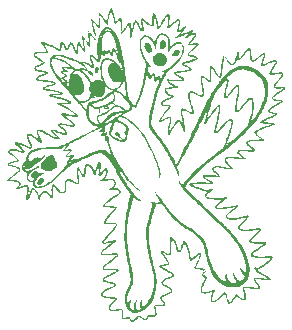
<source format=gbr>
%TF.GenerationSoftware,KiCad,Pcbnew,9.0.1-1.fc42*%
%TF.CreationDate,2025-04-25T16:42:35-04:00*%
%TF.ProjectId,IGBT_DRVR_CM400HA-24H,49474254-5f44-4525-9652-5f434d343030,rev?*%
%TF.SameCoordinates,Original*%
%TF.FileFunction,Legend,Bot*%
%TF.FilePolarity,Positive*%
%FSLAX46Y46*%
G04 Gerber Fmt 4.6, Leading zero omitted, Abs format (unit mm)*
G04 Created by KiCad (PCBNEW 9.0.1-1.fc42) date 2025-04-25 16:42:35*
%MOMM*%
%LPD*%
G01*
G04 APERTURE LIST*
%ADD10C,0.000000*%
G04 APERTURE END LIST*
D10*
%TO.C,G\u002A\u002A\u002A*%
G36*
X157487265Y-83087892D02*
G01*
X157484965Y-83104764D01*
X157466019Y-83109139D01*
X157462205Y-83104467D01*
X157466019Y-83066646D01*
X157475605Y-83061660D01*
X157487265Y-83087892D01*
G37*
G36*
X161463193Y-85630419D02*
G01*
X161560751Y-85705268D01*
X161618003Y-85815877D01*
X161628034Y-85882822D01*
X161621974Y-86013112D01*
X161591647Y-86148408D01*
X161542935Y-86271523D01*
X161481716Y-86365274D01*
X161413871Y-86412475D01*
X161411764Y-86413026D01*
X161298187Y-86429660D01*
X161216602Y-86404286D01*
X161146462Y-86330615D01*
X161097337Y-86234209D01*
X161070709Y-86099199D01*
X161077057Y-85958023D01*
X161112463Y-85824376D01*
X161173010Y-85711956D01*
X161254779Y-85634459D01*
X161353853Y-85605584D01*
X161463193Y-85630419D01*
G37*
G36*
X151245277Y-97357397D02*
G01*
X151287907Y-97462689D01*
X151288739Y-97466151D01*
X151289173Y-97528120D01*
X151257955Y-97602495D01*
X151188391Y-97705623D01*
X151127451Y-97780076D01*
X151049505Y-97857357D01*
X150987382Y-97899948D01*
X150982145Y-97902019D01*
X150875383Y-97931887D01*
X150801559Y-97918950D01*
X150744727Y-97860622D01*
X150723489Y-97823848D01*
X150709823Y-97758369D01*
X150729872Y-97671396D01*
X150755372Y-97605820D01*
X150854441Y-97454683D01*
X150991566Y-97351441D01*
X151086828Y-97312979D01*
X151180418Y-97308308D01*
X151245277Y-97357397D01*
G37*
G36*
X160115381Y-85864012D02*
G01*
X160221008Y-85934826D01*
X160313471Y-86060846D01*
X160388306Y-86237124D01*
X160422101Y-86357736D01*
X160436281Y-86481762D01*
X160414198Y-86577107D01*
X160354710Y-86658088D01*
X160304164Y-86697120D01*
X160203857Y-86722783D01*
X160098977Y-86694340D01*
X159997219Y-86616603D01*
X159906275Y-86494378D01*
X159833837Y-86332475D01*
X159824113Y-86303006D01*
X159796454Y-86199266D01*
X159792945Y-86121182D01*
X159811566Y-86042409D01*
X159861947Y-85933272D01*
X159935107Y-85869187D01*
X160039203Y-85849916D01*
X160115381Y-85864012D01*
G37*
G36*
X162562946Y-86434542D02*
G01*
X162672554Y-86463396D01*
X162748930Y-86530132D01*
X162777604Y-86622833D01*
X162776005Y-86641528D01*
X162742821Y-86732675D01*
X162677886Y-86836576D01*
X162596017Y-86932258D01*
X162512032Y-86998745D01*
X162505709Y-87002049D01*
X162422555Y-87027523D01*
X162322780Y-87038582D01*
X162267024Y-87036515D01*
X162204686Y-87015009D01*
X162166423Y-86960341D01*
X162163952Y-86954539D01*
X162156152Y-86858135D01*
X162191656Y-86745573D01*
X162259557Y-86631876D01*
X162348943Y-86532066D01*
X162448906Y-86461163D01*
X162548535Y-86434191D01*
X162562946Y-86434542D01*
G37*
G36*
X155258264Y-88281767D02*
G01*
X155326490Y-88348378D01*
X155348529Y-88374096D01*
X155397912Y-88436106D01*
X155419309Y-88470191D01*
X155419483Y-88471182D01*
X155425580Y-88516305D01*
X155434857Y-88593350D01*
X155437516Y-88633709D01*
X155424782Y-88688027D01*
X155389148Y-88684056D01*
X155335285Y-88620522D01*
X155307284Y-88589113D01*
X155226196Y-88528716D01*
X155125410Y-88475367D01*
X155104099Y-88466061D01*
X155019196Y-88422335D01*
X154980536Y-88383075D01*
X154975553Y-88336653D01*
X154985861Y-88301554D01*
X155025893Y-88270589D01*
X155111371Y-88256418D01*
X155192477Y-88255950D01*
X155258264Y-88281767D01*
G37*
G36*
X161218001Y-86752683D02*
G01*
X161322022Y-86774388D01*
X161405724Y-86820562D01*
X161509842Y-86920324D01*
X161612648Y-87064749D01*
X161685927Y-87220003D01*
X161700157Y-87278668D01*
X161696423Y-87427655D01*
X161647553Y-87578001D01*
X161561564Y-87710135D01*
X161446474Y-87804489D01*
X161383865Y-87833462D01*
X161276471Y-87857977D01*
X161136324Y-87859483D01*
X161121604Y-87858640D01*
X160910316Y-87819963D01*
X160737577Y-87736451D01*
X160608216Y-87612628D01*
X160527059Y-87453018D01*
X160498934Y-87262145D01*
X160499767Y-87201197D01*
X160509966Y-87109137D01*
X160538697Y-87042376D01*
X160594542Y-86975146D01*
X160734325Y-86856734D01*
X160915087Y-86774586D01*
X161123171Y-86748660D01*
X161218001Y-86752683D01*
G37*
G36*
X155940557Y-88133277D02*
G01*
X155882291Y-88231835D01*
X155829295Y-88321523D01*
X155819640Y-88405604D01*
X155823701Y-88439554D01*
X155802082Y-88474746D01*
X155754116Y-88473033D01*
X155694433Y-88437259D01*
X155637664Y-88370264D01*
X155629246Y-88355941D01*
X155584988Y-88234171D01*
X155583118Y-88193239D01*
X155676139Y-88193239D01*
X155686638Y-88271799D01*
X155763282Y-88178567D01*
X155801353Y-88128423D01*
X155817616Y-88085107D01*
X155795151Y-88057653D01*
X155766817Y-88047881D01*
X155708008Y-88072325D01*
X155683918Y-88115921D01*
X155676139Y-88193239D01*
X155583118Y-88193239D01*
X155579352Y-88110824D01*
X155610654Y-88004486D01*
X155677210Y-87933743D01*
X155737293Y-87905717D01*
X155786948Y-87909602D01*
X155852492Y-87952024D01*
X155887027Y-87979949D01*
X155942615Y-88053817D01*
X155941805Y-88085107D01*
X155940557Y-88133277D01*
G37*
G36*
X152073110Y-95416726D02*
G01*
X152085563Y-95421915D01*
X152131774Y-95456888D01*
X152165089Y-95521852D01*
X152194911Y-95633542D01*
X152238690Y-95797114D01*
X152298520Y-95936707D01*
X152370107Y-96025170D01*
X152370835Y-96025782D01*
X152407507Y-96095954D01*
X152420013Y-96220584D01*
X152416501Y-96298953D01*
X152393306Y-96384578D01*
X152340085Y-96454509D01*
X152253397Y-96527544D01*
X152122620Y-96613766D01*
X151985316Y-96686105D01*
X151867651Y-96729340D01*
X151798051Y-96743152D01*
X151610581Y-96755707D01*
X151430192Y-96735976D01*
X151270393Y-96687514D01*
X151144697Y-96613876D01*
X151066615Y-96518615D01*
X151064198Y-96513439D01*
X151031316Y-96422904D01*
X151017754Y-96346937D01*
X151020443Y-96300173D01*
X151038338Y-96196859D01*
X151067522Y-96093929D01*
X151101496Y-96012324D01*
X151133765Y-95972985D01*
X151151655Y-95962392D01*
X151177102Y-95914810D01*
X151178849Y-95907268D01*
X151211113Y-95857863D01*
X151273265Y-95785093D01*
X151351118Y-95703383D01*
X151430484Y-95627160D01*
X151497176Y-95570847D01*
X151537006Y-95548871D01*
X151538039Y-95548836D01*
X151583364Y-95530604D01*
X151650225Y-95489018D01*
X151702847Y-95458594D01*
X151829527Y-95416024D01*
X151962685Y-95400403D01*
X152073110Y-95416726D01*
G37*
G36*
X157006607Y-82943190D02*
G01*
X157050646Y-82985234D01*
X157073707Y-83030019D01*
X157108231Y-83127907D01*
X157149489Y-83265527D01*
X157194291Y-83431054D01*
X157239447Y-83612660D01*
X157281769Y-83798522D01*
X157318067Y-83976812D01*
X157344513Y-84116799D01*
X157525751Y-83921041D01*
X157624350Y-83819593D01*
X157704653Y-83752935D01*
X157765615Y-83728741D01*
X157810016Y-83750547D01*
X157840639Y-83821890D01*
X157860264Y-83946307D01*
X157871673Y-84127335D01*
X157877647Y-84368509D01*
X157879808Y-84546615D01*
X157879576Y-84692620D01*
X157875920Y-84791218D01*
X157868182Y-84851005D01*
X157855705Y-84880573D01*
X157837830Y-84888520D01*
X157828838Y-84887702D01*
X157800518Y-84857657D01*
X157795508Y-84776976D01*
X157795234Y-84710154D01*
X157790026Y-84591688D01*
X157780617Y-84443022D01*
X157767973Y-84281573D01*
X157734956Y-83897713D01*
X157635013Y-83991183D01*
X157616884Y-84007843D01*
X157533561Y-84078994D01*
X157463363Y-84131719D01*
X157418432Y-84176913D01*
X157391657Y-84254795D01*
X157385632Y-84297373D01*
X157354760Y-84328411D01*
X157310932Y-84309862D01*
X157269247Y-84243162D01*
X157256738Y-84207317D01*
X157222952Y-84088146D01*
X157178092Y-83907489D01*
X157122357Y-83666173D01*
X157055949Y-83365022D01*
X157047772Y-83328343D01*
X157021340Y-83223343D01*
X156999041Y-83153842D01*
X156985011Y-83133350D01*
X156980227Y-83141318D01*
X156956989Y-83197472D01*
X156922116Y-83293348D01*
X156881164Y-83413936D01*
X156875651Y-83430838D01*
X156819939Y-83622282D01*
X156775190Y-83813280D01*
X156744081Y-83988958D01*
X156729286Y-84134441D01*
X156733483Y-84234855D01*
X156737230Y-84256214D01*
X156732489Y-84314202D01*
X156689064Y-84340420D01*
X156652141Y-84344736D01*
X156626788Y-84329467D01*
X156609713Y-84298098D01*
X156561657Y-84225981D01*
X156490259Y-84123900D01*
X156403172Y-84002430D01*
X156308049Y-83872139D01*
X156212543Y-83743601D01*
X156124306Y-83627386D01*
X156050991Y-83534065D01*
X155986618Y-83454392D01*
X156001945Y-84036010D01*
X156002916Y-84073208D01*
X156007436Y-84294810D01*
X156005626Y-84456410D01*
X155994007Y-84561237D01*
X155969101Y-84612517D01*
X155927428Y-84613480D01*
X155865509Y-84567353D01*
X155779864Y-84477363D01*
X155667015Y-84346738D01*
X155584987Y-84250789D01*
X155506701Y-84160100D01*
X155452652Y-84098536D01*
X155431324Y-84075847D01*
X155427172Y-84090705D01*
X155432943Y-84155191D01*
X155449844Y-84258537D01*
X155475190Y-84387363D01*
X155506299Y-84528287D01*
X155540490Y-84667930D01*
X155575078Y-84792911D01*
X155615634Y-84933973D01*
X155662649Y-85113252D01*
X155700328Y-85275121D01*
X155725362Y-85405130D01*
X155734442Y-85488829D01*
X155727768Y-85514221D01*
X155705205Y-85483775D01*
X155666940Y-85392840D01*
X155613227Y-85242023D01*
X155544318Y-85031932D01*
X155475839Y-84813877D01*
X155414567Y-84607880D01*
X155370804Y-84443775D01*
X155342221Y-84311894D01*
X155326487Y-84202567D01*
X155321274Y-84106123D01*
X155319655Y-84065384D01*
X155306769Y-83977519D01*
X155285492Y-83926470D01*
X155268381Y-83901434D01*
X155289142Y-83868155D01*
X155316526Y-83873733D01*
X155384885Y-83922304D01*
X155487392Y-84014458D01*
X155620397Y-84147122D01*
X155913355Y-84449757D01*
X155911540Y-83872401D01*
X155911324Y-83773150D01*
X155911939Y-83592219D01*
X155914656Y-83462936D01*
X155920189Y-83376940D01*
X155929253Y-83325867D01*
X155942559Y-83301356D01*
X155960824Y-83295044D01*
X155975388Y-83301811D01*
X156027757Y-83349469D01*
X156105575Y-83435250D01*
X156200987Y-83550270D01*
X156306141Y-83685646D01*
X156363710Y-83761168D01*
X156460628Y-83883946D01*
X156541195Y-83980448D01*
X156598302Y-84042298D01*
X156624838Y-84061118D01*
X156625063Y-84060970D01*
X156640121Y-84022956D01*
X156656090Y-83939460D01*
X156669551Y-83828293D01*
X156683194Y-83723474D01*
X156715594Y-83554971D01*
X156754979Y-83405016D01*
X156800317Y-83264072D01*
X156853678Y-83109267D01*
X156896800Y-83005721D01*
X156933871Y-82947489D01*
X156969078Y-82928627D01*
X157006607Y-82943190D01*
G37*
G36*
X163823660Y-85244152D02*
G01*
X163684983Y-85315181D01*
X163660445Y-85328018D01*
X163520677Y-85399148D01*
X163400793Y-85456952D01*
X163312859Y-85495777D01*
X163268944Y-85509975D01*
X163242006Y-85505698D01*
X163222330Y-85471272D01*
X163249499Y-85406811D01*
X163320584Y-85317691D01*
X163432656Y-85209290D01*
X163434930Y-85207215D01*
X163606211Y-85207215D01*
X163622146Y-85223149D01*
X163638081Y-85207215D01*
X163622146Y-85191280D01*
X163606211Y-85207215D01*
X163434930Y-85207215D01*
X163516654Y-85132647D01*
X163590965Y-85057232D01*
X163623416Y-85012620D01*
X163611707Y-85002227D01*
X163553543Y-85029474D01*
X163539723Y-85037000D01*
X163470728Y-85071290D01*
X163370379Y-85118806D01*
X163253506Y-85172805D01*
X163134940Y-85226544D01*
X163029510Y-85273278D01*
X162952047Y-85306264D01*
X162917381Y-85318758D01*
X162906141Y-85321687D01*
X162849969Y-85343689D01*
X162766782Y-85380168D01*
X162654923Y-85426543D01*
X162526185Y-85464965D01*
X162433892Y-85473049D01*
X162384426Y-85450511D01*
X162384167Y-85397070D01*
X162405769Y-85368404D01*
X162469528Y-85362639D01*
X162512455Y-85360172D01*
X162579890Y-85321593D01*
X162668013Y-85240298D01*
X162780963Y-85112372D01*
X162922883Y-84933898D01*
X163076850Y-84733807D01*
X162908430Y-84866935D01*
X162846133Y-84913807D01*
X162731783Y-84981278D01*
X162650287Y-84997485D01*
X162599225Y-84963183D01*
X162593381Y-84950087D01*
X162582323Y-84874473D01*
X162583507Y-84769301D01*
X162595740Y-84659739D01*
X162617827Y-84570953D01*
X162644325Y-84481212D01*
X162669279Y-84358789D01*
X162687697Y-84230764D01*
X162696392Y-84119562D01*
X162692179Y-84047609D01*
X162684923Y-84026133D01*
X162666187Y-84005674D01*
X162633604Y-84008398D01*
X162580631Y-84038374D01*
X162500725Y-84099670D01*
X162387340Y-84196353D01*
X162233935Y-84332493D01*
X162178568Y-84381496D01*
X162029839Y-84504857D01*
X161916648Y-84582758D01*
X161834422Y-84617376D01*
X161778590Y-84610886D01*
X161744582Y-84565466D01*
X161742252Y-84553379D01*
X161741228Y-84483352D01*
X161746886Y-84367793D01*
X161758461Y-84219514D01*
X161775191Y-84051328D01*
X161778281Y-84022703D01*
X161795227Y-83842827D01*
X161804246Y-83700063D01*
X161804954Y-83603069D01*
X161796967Y-83560505D01*
X161781937Y-83557528D01*
X161736278Y-83591053D01*
X161675397Y-83668306D01*
X161640625Y-83718843D01*
X161591612Y-83787302D01*
X161564791Y-83820891D01*
X161564582Y-83821088D01*
X161542515Y-83855126D01*
X161496953Y-83933514D01*
X161434435Y-84044786D01*
X161361497Y-84177474D01*
X161289060Y-84306668D01*
X161208473Y-84442368D01*
X161137842Y-84553320D01*
X161086940Y-84623648D01*
X161052110Y-84661026D01*
X160983612Y-84703624D01*
X160927256Y-84687090D01*
X160880685Y-84609956D01*
X160841541Y-84470753D01*
X160827222Y-84403809D01*
X160778521Y-84184050D01*
X160731598Y-83983569D01*
X160688655Y-83810998D01*
X160651896Y-83674971D01*
X160623526Y-83584119D01*
X160605747Y-83547077D01*
X160602816Y-83547772D01*
X160593312Y-83587440D01*
X160585626Y-83676685D01*
X160580483Y-83804485D01*
X160578608Y-83959816D01*
X160578544Y-83994930D01*
X160576612Y-84154449D01*
X160572392Y-84290764D01*
X160566427Y-84390365D01*
X160559263Y-84439740D01*
X160542518Y-84464287D01*
X160476995Y-84485386D01*
X160377211Y-84469995D01*
X160252225Y-84421998D01*
X160111096Y-84345281D01*
X159962883Y-84243728D01*
X159816644Y-84121226D01*
X159745626Y-84056037D01*
X159678114Y-83998095D01*
X159641161Y-83976290D01*
X159625665Y-83985997D01*
X159622522Y-84022591D01*
X159623159Y-84036701D01*
X159634327Y-84118772D01*
X159656539Y-84236236D01*
X159686038Y-84368621D01*
X159709626Y-84472245D01*
X159742637Y-84660603D01*
X159748879Y-84795765D01*
X159727822Y-84881176D01*
X159678937Y-84920278D01*
X159601694Y-84916516D01*
X159590083Y-84912178D01*
X159525080Y-84860949D01*
X159444007Y-84766188D01*
X159355304Y-84639702D01*
X159267407Y-84493294D01*
X159188755Y-84338770D01*
X159174136Y-84307283D01*
X159125117Y-84205620D01*
X159087948Y-84134494D01*
X159069743Y-84107717D01*
X159053141Y-84129946D01*
X159023112Y-84202725D01*
X158984962Y-84314145D01*
X158942496Y-84451798D01*
X158899523Y-84603277D01*
X158859848Y-84756172D01*
X158827279Y-84898077D01*
X158825872Y-84904763D01*
X158777188Y-85111898D01*
X158727253Y-85281631D01*
X158678546Y-85407525D01*
X158633544Y-85483144D01*
X158594725Y-85502052D01*
X158592984Y-85501280D01*
X158577688Y-85472974D01*
X158565141Y-85403095D01*
X158554840Y-85286102D01*
X158546280Y-85116456D01*
X158538959Y-84888615D01*
X158523024Y-84288410D01*
X158331432Y-84540660D01*
X158295721Y-84588010D01*
X158192480Y-84727846D01*
X158093750Y-84865208D01*
X158016823Y-84976161D01*
X157997961Y-85003695D01*
X157917297Y-85105512D01*
X157856926Y-85152853D01*
X157819072Y-85144626D01*
X157805960Y-85079737D01*
X157813042Y-85027356D01*
X157834507Y-85000063D01*
X157860071Y-84980787D01*
X157909762Y-84920231D01*
X157969836Y-84832748D01*
X158001353Y-84783427D01*
X158046581Y-84713915D01*
X158086756Y-84655878D01*
X158133109Y-84594015D01*
X158196874Y-84513028D01*
X158289281Y-84397615D01*
X158336351Y-84339948D01*
X158424777Y-84241639D01*
X158491335Y-84188124D01*
X158544997Y-84173342D01*
X158594731Y-84191233D01*
X158606195Y-84199853D01*
X158625519Y-84227748D01*
X158638347Y-84276965D01*
X158645943Y-84358104D01*
X158649573Y-84481765D01*
X158650502Y-84658548D01*
X158650568Y-84705942D01*
X158651724Y-84855746D01*
X158654100Y-84975419D01*
X158657409Y-85053757D01*
X158661360Y-85079560D01*
X158669777Y-85054322D01*
X158689243Y-84977865D01*
X158716064Y-84863272D01*
X158747088Y-84723625D01*
X158791488Y-84533180D01*
X158859291Y-84295954D01*
X158927531Y-84121146D01*
X158995977Y-84009416D01*
X159035793Y-83975544D01*
X159091612Y-83971961D01*
X159152477Y-84020451D01*
X159221972Y-84124240D01*
X159303677Y-84286554D01*
X159357561Y-84395798D01*
X159428450Y-84523868D01*
X159499731Y-84639286D01*
X159564095Y-84731004D01*
X159614233Y-84787976D01*
X159642835Y-84799156D01*
X159644107Y-84791952D01*
X159637829Y-84736858D01*
X159620120Y-84640818D01*
X159593612Y-84518828D01*
X159573631Y-84430250D01*
X159530223Y-84211690D01*
X159508058Y-84046342D01*
X159506628Y-83929271D01*
X159525427Y-83855539D01*
X159547295Y-83823220D01*
X159609035Y-83792670D01*
X159686008Y-83823678D01*
X159777741Y-83916130D01*
X159804320Y-83946512D01*
X159896640Y-84033123D01*
X160013338Y-84125809D01*
X160140053Y-84214839D01*
X160262425Y-84290481D01*
X160366093Y-84343003D01*
X160436694Y-84362673D01*
X160436874Y-84362643D01*
X160442416Y-84331081D01*
X160446948Y-84248456D01*
X160450007Y-84127067D01*
X160451130Y-83979215D01*
X160451288Y-83935054D01*
X160458644Y-83716408D01*
X160477817Y-83555767D01*
X160509961Y-83448981D01*
X160556231Y-83391903D01*
X160617781Y-83380382D01*
X160632281Y-83384435D01*
X160683716Y-83432070D01*
X160735280Y-83533405D01*
X160787844Y-83690924D01*
X160842277Y-83907113D01*
X160899451Y-84184453D01*
X160971767Y-84563951D01*
X161038111Y-84480688D01*
X161047759Y-84468169D01*
X161108877Y-84376945D01*
X161165945Y-84276473D01*
X161193755Y-84223360D01*
X161279971Y-84069147D01*
X161385354Y-83891075D01*
X161498076Y-83709348D01*
X161516550Y-83680834D01*
X161631983Y-83528279D01*
X161733981Y-83436369D01*
X161819138Y-83403995D01*
X161884047Y-83430049D01*
X161925303Y-83513423D01*
X161939500Y-83653009D01*
X161923233Y-83847697D01*
X161903381Y-83989662D01*
X161882045Y-84155270D01*
X161865705Y-84295724D01*
X161856888Y-84386883D01*
X161857310Y-84450620D01*
X161875570Y-84472278D01*
X161918766Y-84451406D01*
X161993992Y-84387549D01*
X162108344Y-84280258D01*
X162135664Y-84254460D01*
X162309498Y-84096439D01*
X162448615Y-83983593D01*
X162558681Y-83912869D01*
X162645361Y-83881211D01*
X162714322Y-83885564D01*
X162771230Y-83922873D01*
X162793500Y-83972387D01*
X162805854Y-84073611D01*
X162804375Y-84206975D01*
X162789340Y-84356469D01*
X162761032Y-84506085D01*
X162741351Y-84593127D01*
X162718855Y-84727542D01*
X162717550Y-84811614D01*
X162737767Y-84840576D01*
X162755128Y-84830708D01*
X162811831Y-84785118D01*
X162895951Y-84710917D01*
X162996598Y-84617490D01*
X163108942Y-84514230D01*
X163204448Y-84437452D01*
X163270360Y-84402263D01*
X163313336Y-84405284D01*
X163340033Y-84443136D01*
X163341172Y-84446539D01*
X163337281Y-84494463D01*
X163302613Y-84569126D01*
X163233992Y-84675496D01*
X163128246Y-84818541D01*
X162982199Y-85003229D01*
X162913738Y-85090089D01*
X162850421Y-85175880D01*
X162815203Y-85230955D01*
X162814404Y-85246161D01*
X162830038Y-85239206D01*
X162898207Y-85207829D01*
X163007141Y-85157132D01*
X163145726Y-85092296D01*
X163302848Y-85018500D01*
X163447053Y-84952105D01*
X163630153Y-84874480D01*
X163765336Y-84827833D01*
X163856754Y-84811130D01*
X163908560Y-84823334D01*
X163924906Y-84863411D01*
X163911018Y-84901642D01*
X163861870Y-84974069D01*
X163789461Y-85056786D01*
X163654015Y-85195596D01*
X163797428Y-85114148D01*
X163829750Y-85097113D01*
X163951408Y-85050560D01*
X164059744Y-85032316D01*
X164123065Y-85035391D01*
X164173844Y-85056875D01*
X164198012Y-85109083D01*
X164199610Y-85116490D01*
X164195583Y-85184376D01*
X164159818Y-85273982D01*
X164088892Y-85391055D01*
X163979383Y-85541341D01*
X163827868Y-85730589D01*
X163752978Y-85823154D01*
X163680271Y-85917338D01*
X163633179Y-85983733D01*
X163619449Y-86011879D01*
X163636742Y-86012028D01*
X163704789Y-85999872D01*
X163811346Y-85975589D01*
X163942760Y-85942124D01*
X164083857Y-85905627D01*
X164180800Y-85884728D01*
X164244422Y-85879069D01*
X164288815Y-85887421D01*
X164328074Y-85908557D01*
X164378991Y-85949885D01*
X164402949Y-85987287D01*
X164402947Y-85987398D01*
X164380702Y-86020009D01*
X164320847Y-86086261D01*
X164232453Y-86176568D01*
X164124595Y-86281346D01*
X163968855Y-86429896D01*
X163806846Y-86586552D01*
X163686396Y-86706163D01*
X163604310Y-86791986D01*
X163557400Y-86847277D01*
X163542472Y-86875293D01*
X163545169Y-86879598D01*
X163590170Y-86897731D01*
X163679118Y-86918534D01*
X163797073Y-86938309D01*
X163897616Y-86955218D01*
X164062844Y-86996724D01*
X164192441Y-87047917D01*
X164277057Y-87104680D01*
X164307340Y-87162898D01*
X164307189Y-87168801D01*
X164285547Y-87230544D01*
X164224040Y-87290598D01*
X164118034Y-87351196D01*
X163962898Y-87414573D01*
X163753998Y-87482963D01*
X163486700Y-87558600D01*
X163351654Y-87596855D01*
X163235594Y-87633798D01*
X163157050Y-87663541D01*
X163128168Y-87681907D01*
X163129829Y-87690065D01*
X163163714Y-87708971D01*
X163170885Y-87709461D01*
X163239951Y-87730232D01*
X163342097Y-87774930D01*
X163459880Y-87834356D01*
X163575857Y-87899310D01*
X163672586Y-87960595D01*
X163732623Y-88009010D01*
X163759795Y-88040424D01*
X163790632Y-88098629D01*
X163778231Y-88148609D01*
X163733555Y-88198070D01*
X163618226Y-88260553D01*
X163443509Y-88309503D01*
X163207842Y-88345459D01*
X163142656Y-88352967D01*
X162940545Y-88379415D01*
X162754236Y-88408250D01*
X162599630Y-88436868D01*
X162492629Y-88462662D01*
X162498322Y-88481780D01*
X162550925Y-88526237D01*
X162642956Y-88589678D01*
X162766137Y-88665949D01*
X162869162Y-88727892D01*
X163014527Y-88820749D01*
X163111723Y-88893257D01*
X163166437Y-88950685D01*
X163184355Y-88998306D01*
X163171165Y-89041389D01*
X163135401Y-89076021D01*
X163069441Y-89102758D01*
X162967763Y-89120026D01*
X162823448Y-89128530D01*
X162629578Y-89128974D01*
X162379235Y-89122062D01*
X161869323Y-89103266D01*
X161975092Y-89214604D01*
X161981734Y-89221448D01*
X162080207Y-89303892D01*
X162205684Y-89385657D01*
X162339262Y-89456609D01*
X162462033Y-89506613D01*
X162555092Y-89525533D01*
X162603129Y-89530628D01*
X162667688Y-89558940D01*
X162695805Y-89600874D01*
X162674421Y-89643518D01*
X162638241Y-89662282D01*
X162535528Y-89693266D01*
X162385554Y-89724362D01*
X162198333Y-89753603D01*
X161983882Y-89779026D01*
X161911341Y-89787212D01*
X161788115Y-89805189D01*
X161696789Y-89823922D01*
X161653179Y-89840473D01*
X161637969Y-89882996D01*
X161643485Y-89956155D01*
X161666136Y-90012250D01*
X161748975Y-90116871D01*
X161872334Y-90213226D01*
X162021443Y-90290804D01*
X162181533Y-90339092D01*
X162234575Y-90351803D01*
X162296121Y-90385442D01*
X162298973Y-90430747D01*
X162242458Y-90488291D01*
X162125903Y-90558647D01*
X161948633Y-90642387D01*
X161709975Y-90740085D01*
X161644037Y-90766124D01*
X161522874Y-90818442D01*
X161443620Y-90863053D01*
X161393034Y-90908327D01*
X161357874Y-90962632D01*
X161337705Y-91005639D01*
X161333407Y-91053168D01*
X161368560Y-91094361D01*
X161405494Y-91122935D01*
X161486984Y-91160130D01*
X161587696Y-91166702D01*
X161727334Y-91145457D01*
X161753435Y-91140183D01*
X161856374Y-91124166D01*
X161920020Y-91126982D01*
X161962544Y-91148897D01*
X161989593Y-91173571D01*
X162012489Y-91208962D01*
X162013381Y-91251897D01*
X161988397Y-91310565D01*
X161933663Y-91393155D01*
X161845306Y-91507856D01*
X161719452Y-91662857D01*
X161650137Y-91749989D01*
X161559862Y-91868574D01*
X161464412Y-91998005D01*
X161371058Y-92128003D01*
X161287073Y-92248287D01*
X161219727Y-92348578D01*
X161176291Y-92418596D01*
X161164038Y-92448061D01*
X161167531Y-92448437D01*
X161210740Y-92431402D01*
X161291135Y-92390585D01*
X161394855Y-92332902D01*
X161450769Y-92301654D01*
X161624329Y-92217620D01*
X161775725Y-92163954D01*
X161895508Y-92143492D01*
X161974228Y-92159069D01*
X162010304Y-92205354D01*
X162034268Y-92312137D01*
X162035405Y-92468622D01*
X162013750Y-92669398D01*
X161969340Y-92909056D01*
X161944610Y-93023670D01*
X161904308Y-93215357D01*
X161878090Y-93351236D01*
X161865794Y-93435548D01*
X161867252Y-93472532D01*
X161882301Y-93466427D01*
X161910776Y-93421472D01*
X161952513Y-93341907D01*
X161978812Y-93293453D01*
X162042896Y-93185053D01*
X162124407Y-93054268D01*
X162211954Y-92919636D01*
X162259865Y-92848270D01*
X162383084Y-92673384D01*
X162483755Y-92547946D01*
X162567714Y-92467030D01*
X162640797Y-92425713D01*
X162708840Y-92419067D01*
X162777679Y-92442167D01*
X162805674Y-92457438D01*
X162882550Y-92515729D01*
X162945319Y-92597810D01*
X163002323Y-92716683D01*
X163061898Y-92885352D01*
X163080936Y-92943379D01*
X163123494Y-93063958D01*
X163157753Y-93148728D01*
X163180693Y-93191542D01*
X163189293Y-93186256D01*
X163180533Y-93126723D01*
X163127650Y-92884308D01*
X163054050Y-92577288D01*
X162980662Y-92302030D01*
X162950715Y-92190351D01*
X162902041Y-91959883D01*
X162880304Y-91765919D01*
X162886033Y-91615290D01*
X162919756Y-91514829D01*
X162959339Y-91464915D01*
X163011877Y-91441896D01*
X163097875Y-91446621D01*
X163142634Y-91457716D01*
X163248014Y-91499268D01*
X163379340Y-91563168D01*
X163519714Y-91641605D01*
X163520686Y-91642185D01*
X163673306Y-91731151D01*
X163779885Y-91787530D01*
X163847391Y-91814065D01*
X163882786Y-91813497D01*
X163893037Y-91788569D01*
X163885282Y-91757312D01*
X163858672Y-91676611D01*
X163817593Y-91561295D01*
X163766716Y-91424812D01*
X163707179Y-91263574D01*
X163617018Y-90989656D01*
X163556050Y-90752137D01*
X163521502Y-90539267D01*
X163510603Y-90339295D01*
X163510972Y-90296834D01*
X163523355Y-90131793D01*
X163555229Y-90021215D01*
X163609214Y-89959198D01*
X163687931Y-89939837D01*
X163692233Y-89940071D01*
X163755195Y-89957825D01*
X163858988Y-89999723D01*
X163990213Y-90059987D01*
X164135470Y-90132837D01*
X164311138Y-90221322D01*
X164443429Y-90279709D01*
X164538697Y-90310210D01*
X164605307Y-90316086D01*
X164626868Y-90313736D01*
X164680435Y-90298386D01*
X164705008Y-90257865D01*
X164715411Y-90172889D01*
X164713629Y-90075230D01*
X164699367Y-89942929D01*
X164675672Y-89806390D01*
X164655513Y-89695596D01*
X164631307Y-89531377D01*
X164608339Y-89346819D01*
X164589671Y-89164764D01*
X164581864Y-89075692D01*
X164570875Y-88931689D01*
X164567303Y-88834048D01*
X164571527Y-88771281D01*
X164583927Y-88731902D01*
X164604881Y-88704422D01*
X164609378Y-88699969D01*
X164647998Y-88671679D01*
X164692285Y-88673460D01*
X164767418Y-88705474D01*
X164801421Y-88723539D01*
X164902349Y-88789639D01*
X164999099Y-88866681D01*
X165036038Y-88898282D01*
X165135470Y-88973352D01*
X165222870Y-89027659D01*
X165247759Y-89040314D01*
X165303854Y-89063130D01*
X165330124Y-89049552D01*
X165347388Y-88993944D01*
X165350331Y-88973883D01*
X165352715Y-88888779D01*
X165349500Y-88759889D01*
X165341148Y-88600856D01*
X165328121Y-88425322D01*
X165315613Y-88268440D01*
X165305892Y-88107381D01*
X165304130Y-87993892D01*
X165310266Y-87919016D01*
X165324234Y-87873794D01*
X165359555Y-87827153D01*
X165428704Y-87804791D01*
X165515344Y-87843355D01*
X165619557Y-87942913D01*
X165741427Y-88103533D01*
X165881037Y-88325282D01*
X165884898Y-88331837D01*
X165983256Y-88493500D01*
X166058256Y-88603450D01*
X166114547Y-88666969D01*
X166156779Y-88689340D01*
X166189601Y-88675845D01*
X166189991Y-88675413D01*
X166203173Y-88633034D01*
X166220824Y-88538023D01*
X166241379Y-88400800D01*
X166263272Y-88231785D01*
X166284937Y-88041399D01*
X166307941Y-87830790D01*
X166337417Y-87582563D01*
X166364129Y-87388203D01*
X166389091Y-87242015D01*
X166413312Y-87138302D01*
X166437806Y-87071369D01*
X166463583Y-87035520D01*
X166473395Y-87027763D01*
X166510786Y-87012208D01*
X166528792Y-87040524D01*
X166528750Y-87118706D01*
X166511995Y-87252750D01*
X166510544Y-87262442D01*
X166489703Y-87408169D01*
X166466525Y-87579312D01*
X166445763Y-87740841D01*
X166439032Y-87795134D01*
X166405545Y-88063107D01*
X166378132Y-88275923D01*
X166355510Y-88440479D01*
X166336395Y-88563670D01*
X166319504Y-88652392D01*
X166303551Y-88713540D01*
X166287255Y-88754011D01*
X166269330Y-88780700D01*
X166248494Y-88800502D01*
X166196645Y-88837998D01*
X166156895Y-88856274D01*
X166141644Y-88853011D01*
X166080196Y-88808518D01*
X165999059Y-88718428D01*
X165905170Y-88591059D01*
X165805463Y-88434731D01*
X165709904Y-88276884D01*
X165610428Y-88120160D01*
X165535424Y-88013053D01*
X165482111Y-87951655D01*
X165447707Y-87932058D01*
X165435532Y-87945344D01*
X165427826Y-88005601D01*
X165429394Y-88119030D01*
X165440132Y-88290590D01*
X165447673Y-88397978D01*
X165458119Y-88575705D01*
X165465617Y-88740507D01*
X165468904Y-88867095D01*
X165467767Y-88975615D01*
X165458362Y-89055030D01*
X165435569Y-89105851D01*
X165394429Y-89146691D01*
X165391847Y-89148761D01*
X165323582Y-89186254D01*
X165251285Y-89184780D01*
X165162707Y-89140999D01*
X165045598Y-89051571D01*
X164963794Y-88985083D01*
X164851456Y-88901002D01*
X164764460Y-88845020D01*
X164713677Y-88824572D01*
X164704632Y-88837634D01*
X164695066Y-88898290D01*
X164692464Y-88991719D01*
X164692971Y-89016595D01*
X164696527Y-89098154D01*
X164704082Y-89187037D01*
X164717090Y-89294326D01*
X164737004Y-89431103D01*
X164765277Y-89608451D01*
X164803362Y-89837452D01*
X164807504Y-89862291D01*
X164830834Y-90018746D01*
X164840521Y-90131260D01*
X164837213Y-90215869D01*
X164821555Y-90288610D01*
X164795794Y-90355192D01*
X164743996Y-90422082D01*
X164669737Y-90453931D01*
X164567206Y-90450241D01*
X164430591Y-90410513D01*
X164254081Y-90334250D01*
X164031865Y-90220953D01*
X163934927Y-90171383D01*
X163819252Y-90118555D01*
X163731436Y-90085906D01*
X163685265Y-90079078D01*
X163679483Y-90081837D01*
X163655003Y-90116409D01*
X163641942Y-90191764D01*
X163638081Y-90319187D01*
X163640068Y-90409590D01*
X163659967Y-90613957D01*
X163703723Y-90832315D01*
X163774396Y-91078168D01*
X163875045Y-91365024D01*
X163935818Y-91530355D01*
X163982483Y-91667855D01*
X164008548Y-91764796D01*
X164015926Y-91830889D01*
X164006529Y-91875845D01*
X163982271Y-91909373D01*
X163969094Y-91921072D01*
X163922470Y-91941795D01*
X163858635Y-91938402D01*
X163768568Y-91908181D01*
X163643249Y-91848417D01*
X163473660Y-91756399D01*
X163472946Y-91755999D01*
X163335386Y-91681892D01*
X163212908Y-91621220D01*
X163118825Y-91580233D01*
X163066446Y-91565182D01*
X163044788Y-91566618D01*
X163016373Y-91584191D01*
X163004128Y-91634309D01*
X163002078Y-91732497D01*
X163003601Y-91784298D01*
X163014430Y-91915996D01*
X163031898Y-92027290D01*
X163051366Y-92114935D01*
X163122028Y-92441352D01*
X163176949Y-92711662D01*
X163216692Y-92930275D01*
X163241819Y-93101600D01*
X163252894Y-93230050D01*
X163250480Y-93320033D01*
X163235140Y-93375961D01*
X163207436Y-93402245D01*
X163172609Y-93409022D01*
X163127862Y-93389415D01*
X163085192Y-93328753D01*
X163040038Y-93219830D01*
X162987836Y-93055440D01*
X162977309Y-93019899D01*
X162923578Y-92849326D01*
X162877681Y-92729214D01*
X162834389Y-92649572D01*
X162788475Y-92600409D01*
X162734709Y-92571733D01*
X162733155Y-92571168D01*
X162676670Y-92560245D01*
X162627944Y-92582869D01*
X162565491Y-92648829D01*
X162509617Y-92716788D01*
X162397126Y-92865432D01*
X162283366Y-93034177D01*
X162155358Y-93241789D01*
X162128751Y-93286151D01*
X162052667Y-93411582D01*
X161984760Y-93521664D01*
X161937172Y-93596646D01*
X161925321Y-93613474D01*
X161864490Y-93675158D01*
X161808869Y-93700221D01*
X161782799Y-93696775D01*
X161765459Y-93677538D01*
X161758295Y-93630556D01*
X161759647Y-93543901D01*
X161767853Y-93405646D01*
X161769954Y-93376892D01*
X161789247Y-93200158D01*
X161817841Y-93016120D01*
X161850362Y-92860291D01*
X161852224Y-92852858D01*
X161886270Y-92704971D01*
X161915900Y-92556320D01*
X161934887Y-92438020D01*
X161945605Y-92341050D01*
X161942854Y-92289099D01*
X161920682Y-92269401D01*
X161873497Y-92266311D01*
X161820650Y-92278274D01*
X161722368Y-92315451D01*
X161596313Y-92371817D01*
X161457143Y-92441216D01*
X161335927Y-92502078D01*
X161212987Y-92557286D01*
X161121809Y-92590582D01*
X161074207Y-92597154D01*
X161073944Y-92597052D01*
X161030129Y-92550316D01*
X161033121Y-92464626D01*
X161082079Y-92343345D01*
X161176161Y-92189837D01*
X161194917Y-92162678D01*
X161270542Y-92053195D01*
X161334335Y-91960871D01*
X161374104Y-91903352D01*
X161417137Y-91846133D01*
X161486788Y-91758737D01*
X161567465Y-91660791D01*
X161646334Y-91565152D01*
X161733665Y-91456361D01*
X161799898Y-91370775D01*
X161885535Y-91256042D01*
X161650403Y-91271132D01*
X161644506Y-91271508D01*
X161519430Y-91276872D01*
X161436512Y-91271212D01*
X161375374Y-91250962D01*
X161315635Y-91212557D01*
X161289251Y-91191834D01*
X161231773Y-91121715D01*
X161215998Y-91033845D01*
X161231985Y-90945785D01*
X161304237Y-90836262D01*
X161436393Y-90734502D01*
X161630301Y-90638744D01*
X161651903Y-90629799D01*
X161776678Y-90578165D01*
X161885524Y-90533173D01*
X161956964Y-90503702D01*
X161972834Y-90496767D01*
X162030288Y-90460239D01*
X162042805Y-90430294D01*
X162004343Y-90417880D01*
X161978921Y-90412605D01*
X161902259Y-90374659D01*
X161805644Y-90310714D01*
X161705970Y-90233406D01*
X161620129Y-90155372D01*
X161565016Y-90089249D01*
X161560266Y-90081220D01*
X161519672Y-89988874D01*
X161502943Y-89906091D01*
X161505588Y-89855696D01*
X161524384Y-89795633D01*
X161569299Y-89751269D01*
X161649697Y-89717534D01*
X161774941Y-89689358D01*
X161954396Y-89661672D01*
X162324471Y-89610257D01*
X162144701Y-89491334D01*
X162081010Y-89447879D01*
X161938276Y-89339429D01*
X161825904Y-89237781D01*
X161752311Y-89151052D01*
X161725910Y-89087359D01*
X161721083Y-89053744D01*
X161688198Y-88990657D01*
X161668210Y-88965829D01*
X161668080Y-88935882D01*
X161707165Y-88933601D01*
X161771598Y-88963500D01*
X161771627Y-88963518D01*
X161810091Y-88982481D01*
X161865333Y-88996358D01*
X161946741Y-89005881D01*
X162063704Y-89011779D01*
X162225611Y-89014782D01*
X162441853Y-89015621D01*
X162583703Y-89014950D01*
X162771526Y-89011342D01*
X162912744Y-89004876D01*
X163001656Y-88995852D01*
X163032560Y-88984570D01*
X163031515Y-88979634D01*
X162997050Y-88943029D01*
X162928984Y-88900476D01*
X162901543Y-88885914D01*
X162809546Y-88834420D01*
X162690272Y-88765436D01*
X162562485Y-88689751D01*
X162554956Y-88685229D01*
X162429392Y-88606370D01*
X162351117Y-88547576D01*
X162310914Y-88500706D01*
X162299561Y-88457621D01*
X162299584Y-88454908D01*
X162307225Y-88416988D01*
X162333674Y-88385672D01*
X162386368Y-88358812D01*
X162472744Y-88334261D01*
X162600239Y-88309873D01*
X162776289Y-88283500D01*
X163008332Y-88252995D01*
X163105452Y-88240069D01*
X163276498Y-88214282D01*
X163423693Y-88188298D01*
X163533873Y-88164539D01*
X163593871Y-88145421D01*
X163677792Y-88101450D01*
X163555246Y-88024721D01*
X163548220Y-88020400D01*
X163452788Y-87968765D01*
X163325821Y-87908121D01*
X163192793Y-87850698D01*
X163128584Y-87823855D01*
X163023138Y-87772465D01*
X162964619Y-87728573D01*
X162942985Y-87685539D01*
X162942710Y-87652519D01*
X162961499Y-87615156D01*
X163009587Y-87580616D01*
X163095222Y-87544810D01*
X163226650Y-87503654D01*
X163412119Y-87453059D01*
X163554965Y-87414020D01*
X163747700Y-87356407D01*
X163912345Y-87301292D01*
X164040429Y-87251776D01*
X164123480Y-87210959D01*
X164153029Y-87181939D01*
X164139736Y-87167950D01*
X164071960Y-87139245D01*
X163953071Y-87103376D01*
X163790149Y-87062403D01*
X163590276Y-87018383D01*
X163572663Y-87014637D01*
X163498856Y-86991514D01*
X163465571Y-86952957D01*
X163453309Y-86879143D01*
X163452581Y-86825743D01*
X163466251Y-86776409D01*
X163502724Y-86721274D01*
X163570198Y-86648066D01*
X163676873Y-86544514D01*
X163732940Y-86491351D01*
X163846796Y-86384525D01*
X163948438Y-86290515D01*
X164020991Y-86224990D01*
X164047995Y-86200832D01*
X164129154Y-86124055D01*
X164189400Y-86061398D01*
X164246742Y-85995463D01*
X163998183Y-86054391D01*
X163985431Y-86057375D01*
X163845436Y-86085840D01*
X163712622Y-86106267D01*
X163614178Y-86114407D01*
X163596068Y-86114480D01*
X163519356Y-86109414D01*
X163486007Y-86088189D01*
X163478733Y-86041499D01*
X163480786Y-86017450D01*
X163496739Y-85968715D01*
X163533205Y-85905122D01*
X163595758Y-85818579D01*
X163689974Y-85700998D01*
X163821429Y-85544288D01*
X163861173Y-85496578D01*
X163960674Y-85367402D01*
X164032618Y-85258606D01*
X164071647Y-85178886D01*
X164072404Y-85136937D01*
X164069912Y-85136235D01*
X164027067Y-85149644D01*
X163941336Y-85187295D01*
X163900108Y-85207215D01*
X163823660Y-85244152D01*
G37*
G36*
X168735499Y-86325595D02*
G01*
X168768647Y-86385270D01*
X168780211Y-86428926D01*
X168798054Y-86531052D01*
X168816006Y-86666506D01*
X168831531Y-86817846D01*
X168840425Y-86906558D01*
X168868994Y-87096160D01*
X168905543Y-87238260D01*
X168948433Y-87327472D01*
X168996024Y-87358407D01*
X169002759Y-87357331D01*
X169055083Y-87333369D01*
X169128907Y-87289107D01*
X169200746Y-87239432D01*
X169247114Y-87199231D01*
X169294992Y-87154277D01*
X169379845Y-87084662D01*
X169486095Y-87002246D01*
X169598230Y-86918809D01*
X169700740Y-86846129D01*
X169778113Y-86795986D01*
X169865243Y-86749908D01*
X169923195Y-86735654D01*
X169963562Y-86752374D01*
X169987596Y-86775401D01*
X170014903Y-86822960D01*
X170022409Y-86888415D01*
X170009234Y-86982121D01*
X169974497Y-87114434D01*
X169917315Y-87295709D01*
X169909041Y-87320928D01*
X169862081Y-87464999D01*
X169823913Y-87583648D01*
X169798273Y-87665174D01*
X169788896Y-87697880D01*
X169789555Y-87701802D01*
X169822545Y-87712744D01*
X169892511Y-87701217D01*
X169981650Y-87671597D01*
X170072160Y-87628259D01*
X170181137Y-87573293D01*
X170325686Y-87512065D01*
X170482612Y-87453913D01*
X170634420Y-87404887D01*
X170763611Y-87371035D01*
X170852690Y-87358407D01*
X170954017Y-87374783D01*
X171013463Y-87431114D01*
X171031807Y-87533917D01*
X171030716Y-87549918D01*
X171010221Y-87618853D01*
X170960919Y-87716906D01*
X170879066Y-87850902D01*
X170760916Y-88027666D01*
X170714307Y-88096032D01*
X170625691Y-88228760D01*
X170554547Y-88339048D01*
X170507212Y-88416956D01*
X170490025Y-88452542D01*
X170493581Y-88459595D01*
X170527363Y-88468449D01*
X170601461Y-88468360D01*
X170721515Y-88458957D01*
X170893166Y-88439865D01*
X171122055Y-88410712D01*
X171218898Y-88398981D01*
X171353921Y-88389993D01*
X171445086Y-88398577D01*
X171504112Y-88426546D01*
X171542720Y-88475710D01*
X171555784Y-88519289D01*
X171545191Y-88586143D01*
X171500696Y-88673697D01*
X171418176Y-88789662D01*
X171293508Y-88941751D01*
X171214212Y-89036146D01*
X171068234Y-89219133D01*
X170961043Y-89368086D01*
X170894999Y-89479594D01*
X170872460Y-89550250D01*
X170881465Y-89587922D01*
X170924429Y-89622438D01*
X171009135Y-89640913D01*
X171142522Y-89644626D01*
X171331530Y-89634856D01*
X171371852Y-89631987D01*
X171501615Y-89625287D01*
X171584754Y-89627547D01*
X171634663Y-89639924D01*
X171664736Y-89663571D01*
X171691112Y-89714100D01*
X171677535Y-89782792D01*
X171606905Y-89857730D01*
X171476644Y-89942736D01*
X171467960Y-89947692D01*
X171347735Y-90020671D01*
X171211951Y-90109416D01*
X171072171Y-90205606D01*
X170939957Y-90300922D01*
X170826871Y-90387044D01*
X170744478Y-90455653D01*
X170704338Y-90498429D01*
X170694234Y-90526380D01*
X170711558Y-90591290D01*
X170718869Y-90598806D01*
X170791117Y-90638201D01*
X170904821Y-90672094D01*
X171041174Y-90695926D01*
X171181365Y-90705140D01*
X171220846Y-90705614D01*
X171362065Y-90717021D01*
X171450142Y-90745135D01*
X171492433Y-90792010D01*
X171496439Y-90844928D01*
X171452266Y-90920853D01*
X171349786Y-91005310D01*
X171186925Y-91100394D01*
X171071642Y-91162414D01*
X170871031Y-91279308D01*
X170691843Y-91394948D01*
X170546383Y-91501193D01*
X170446957Y-91589902D01*
X170412386Y-91627208D01*
X170378367Y-91672087D01*
X170383220Y-91698070D01*
X170423813Y-91723206D01*
X170437673Y-91729288D01*
X170515841Y-91751460D01*
X170631509Y-91775109D01*
X170765076Y-91796052D01*
X170893890Y-91816261D01*
X170999634Y-91844104D01*
X171051058Y-91878835D01*
X171053367Y-91924440D01*
X171011770Y-91984905D01*
X170973573Y-92016197D01*
X170891089Y-92068428D01*
X170787351Y-92126245D01*
X170681163Y-92179770D01*
X170591331Y-92219128D01*
X170536658Y-92234442D01*
X170520604Y-92237901D01*
X170455877Y-92262184D01*
X170357930Y-92304416D01*
X170239833Y-92358345D01*
X170114658Y-92417719D01*
X169995475Y-92476286D01*
X169895355Y-92527792D01*
X169827369Y-92565986D01*
X169804589Y-92584615D01*
X169817430Y-92589709D01*
X169883516Y-92601585D01*
X169995594Y-92616111D01*
X170142512Y-92631907D01*
X170313119Y-92647591D01*
X170356697Y-92651308D01*
X170532923Y-92667180D01*
X170656599Y-92680784D01*
X170736871Y-92694018D01*
X170782884Y-92708782D01*
X170803786Y-92726975D01*
X170808721Y-92750497D01*
X170806047Y-92768849D01*
X170779890Y-92806674D01*
X170720023Y-92845352D01*
X170619323Y-92888154D01*
X170470669Y-92938348D01*
X170266939Y-92999204D01*
X170202792Y-93018726D01*
X170019595Y-93081955D01*
X169825632Y-93157124D01*
X169653451Y-93231888D01*
X169526694Y-93292539D01*
X169431179Y-93343344D01*
X169375358Y-93382946D01*
X169349212Y-93418625D01*
X169342723Y-93457659D01*
X169331031Y-93515250D01*
X169291838Y-93566401D01*
X169278467Y-93576016D01*
X169274839Y-93602006D01*
X169311520Y-93642812D01*
X169395413Y-93707864D01*
X169458764Y-93752176D01*
X169594235Y-93839194D01*
X169722926Y-93913994D01*
X169723995Y-93914570D01*
X169854377Y-93993290D01*
X169925930Y-94058691D01*
X169941251Y-94114379D01*
X169902936Y-94163960D01*
X169877331Y-94177728D01*
X169817937Y-94192221D01*
X169723850Y-94200659D01*
X169585426Y-94203765D01*
X169393024Y-94202266D01*
X169303633Y-94201480D01*
X169042045Y-94207907D01*
X168825288Y-94227451D01*
X168659347Y-94259398D01*
X168550209Y-94303032D01*
X168534431Y-94321975D01*
X168546037Y-94379376D01*
X168609437Y-94462381D01*
X168721906Y-94567780D01*
X168880722Y-94692366D01*
X168898734Y-94705642D01*
X169029406Y-94805871D01*
X169113403Y-94881291D01*
X169157158Y-94940272D01*
X169167102Y-94991184D01*
X169149666Y-95042398D01*
X169143088Y-95054018D01*
X169126602Y-95073389D01*
X169099008Y-95086903D01*
X169051542Y-95095161D01*
X168975437Y-95098761D01*
X168861930Y-95098299D01*
X168702254Y-95094376D01*
X168487645Y-95087589D01*
X168318463Y-95082949D01*
X168122107Y-95080400D01*
X167968381Y-95082009D01*
X167864282Y-95087674D01*
X167816808Y-95097295D01*
X167804698Y-95108346D01*
X167801307Y-95157475D01*
X167853449Y-95227908D01*
X167962187Y-95320806D01*
X168128585Y-95437328D01*
X168254594Y-95526093D01*
X168341507Y-95603439D01*
X168370703Y-95656941D01*
X168370655Y-95661539D01*
X168357658Y-95716415D01*
X168315883Y-95750487D01*
X168236985Y-95765433D01*
X168112617Y-95762931D01*
X167934434Y-95744659D01*
X167873578Y-95737169D01*
X167681616Y-95713580D01*
X167484307Y-95689379D01*
X167315955Y-95668772D01*
X167301286Y-95667018D01*
X167085290Y-95651680D01*
X166912335Y-95660274D01*
X166788047Y-95692070D01*
X166718051Y-95746338D01*
X166708447Y-95765894D01*
X166707047Y-95841669D01*
X166752363Y-95938943D01*
X166846420Y-96060474D01*
X166991242Y-96209017D01*
X167188854Y-96387329D01*
X167244503Y-96439179D01*
X167290233Y-96502056D01*
X167291640Y-96552525D01*
X167284011Y-96568446D01*
X167259782Y-96589276D01*
X167211781Y-96598902D01*
X167126781Y-96599034D01*
X166991556Y-96591386D01*
X166976464Y-96590316D01*
X166800381Y-96571378D01*
X166606242Y-96541640D01*
X166433396Y-96507046D01*
X166244528Y-96469448D01*
X166049792Y-96446649D01*
X165884763Y-96444801D01*
X165757235Y-96463382D01*
X165675003Y-96501869D01*
X165645860Y-96559743D01*
X165660538Y-96592439D01*
X165713944Y-96662422D01*
X165797265Y-96754512D01*
X165900816Y-96857401D01*
X165986299Y-96941199D01*
X166074020Y-97034659D01*
X166133727Y-97107426D01*
X166155772Y-97148487D01*
X166154708Y-97167583D01*
X166130291Y-97222202D01*
X166067688Y-97253837D01*
X165959047Y-97264875D01*
X165796515Y-97257705D01*
X165699791Y-97250009D01*
X165430098Y-97229968D01*
X165219176Y-97216905D01*
X165063543Y-97210720D01*
X164959713Y-97211317D01*
X164904205Y-97218598D01*
X164893534Y-97232466D01*
X164893784Y-97232852D01*
X164929878Y-97262939D01*
X165009398Y-97317021D01*
X165120788Y-97387547D01*
X165252491Y-97466969D01*
X165255871Y-97468963D01*
X165386860Y-97549074D01*
X165496613Y-97621407D01*
X165573719Y-97678094D01*
X165606763Y-97711262D01*
X165609808Y-97719850D01*
X165613960Y-97755973D01*
X165596430Y-97784440D01*
X165551213Y-97806126D01*
X165472302Y-97821906D01*
X165353693Y-97832655D01*
X165189379Y-97839250D01*
X164973356Y-97842565D01*
X164699618Y-97843476D01*
X164513067Y-97844227D01*
X164312472Y-97846889D01*
X164141690Y-97851200D01*
X164009203Y-97856867D01*
X163923492Y-97863601D01*
X163893037Y-97871110D01*
X163895155Y-97881213D01*
X163939197Y-97929108D01*
X164033883Y-97989118D01*
X164170802Y-98056964D01*
X164341540Y-98128366D01*
X164537686Y-98199044D01*
X164588103Y-98215817D01*
X164742832Y-98265123D01*
X164858434Y-98296203D01*
X164951189Y-98312105D01*
X165037377Y-98315877D01*
X165133276Y-98310568D01*
X165236109Y-98299447D01*
X165367092Y-98279109D01*
X165467019Y-98256796D01*
X165481862Y-98252661D01*
X165576894Y-98240622D01*
X165624610Y-98261761D01*
X165620006Y-98309469D01*
X165558079Y-98377132D01*
X165548541Y-98384798D01*
X165483848Y-98430209D01*
X165442180Y-98448838D01*
X165416213Y-98456878D01*
X165347498Y-98499065D01*
X165260648Y-98565494D01*
X165171845Y-98642613D01*
X165097269Y-98716869D01*
X165053103Y-98774710D01*
X165028362Y-98828859D01*
X165032526Y-98870244D01*
X165081214Y-98909495D01*
X165090509Y-98915304D01*
X165210743Y-98964926D01*
X165378395Y-99003717D01*
X165579436Y-99031069D01*
X165799832Y-99046374D01*
X166025552Y-99049027D01*
X166242564Y-99038418D01*
X166436835Y-99013941D01*
X166594333Y-98974989D01*
X166618035Y-98967039D01*
X166729508Y-98939017D01*
X166788712Y-98942794D01*
X166796489Y-98975604D01*
X166753682Y-99034675D01*
X166661132Y-99117241D01*
X166519680Y-99220533D01*
X166429476Y-99282233D01*
X166236475Y-99417565D01*
X166091963Y-99525665D01*
X165991734Y-99610882D01*
X165931579Y-99677565D01*
X165907291Y-99730063D01*
X165914663Y-99772725D01*
X165949488Y-99809899D01*
X165970976Y-99823219D01*
X166021245Y-99838807D01*
X166099012Y-99846089D01*
X166216265Y-99845865D01*
X166384994Y-99838933D01*
X166517070Y-99830863D01*
X166674398Y-99817810D01*
X166806807Y-99803149D01*
X166894907Y-99788788D01*
X166931537Y-99780437D01*
X167045482Y-99754508D01*
X167188745Y-99721948D01*
X167338891Y-99687859D01*
X167446390Y-99664814D01*
X167601112Y-99639732D01*
X167699755Y-99638200D01*
X167742372Y-99661439D01*
X167729015Y-99710672D01*
X167659739Y-99787118D01*
X167534596Y-99891999D01*
X167353639Y-100026537D01*
X167233496Y-100115260D01*
X167044201Y-100269581D01*
X166906225Y-100404452D01*
X166821800Y-100517561D01*
X166793162Y-100606596D01*
X166796050Y-100617588D01*
X166837564Y-100660415D01*
X166912673Y-100702802D01*
X167009664Y-100732515D01*
X167192233Y-100752259D01*
X167412979Y-100744278D01*
X167660785Y-100709178D01*
X167924530Y-100647567D01*
X167995646Y-100627767D01*
X168187016Y-100574800D01*
X168328438Y-100536587D01*
X168428604Y-100511189D01*
X168496210Y-100496665D01*
X168539947Y-100491076D01*
X168568510Y-100492482D01*
X168590591Y-100498942D01*
X168624016Y-100520141D01*
X168639504Y-100581520D01*
X168599676Y-100673689D01*
X168504465Y-100796746D01*
X168353801Y-100950790D01*
X168147616Y-101135920D01*
X168140381Y-101142137D01*
X167992302Y-101276434D01*
X167896178Y-101382627D01*
X167850259Y-101466586D01*
X167852795Y-101534179D01*
X167902038Y-101591277D01*
X167996236Y-101643749D01*
X168041446Y-101662766D01*
X168120486Y-101687284D01*
X168211476Y-101701267D01*
X168331635Y-101706857D01*
X168498181Y-101706196D01*
X168552529Y-101704864D01*
X168742798Y-101693524D01*
X168918822Y-101673689D01*
X169055897Y-101647938D01*
X169155764Y-101626367D01*
X169314261Y-101602413D01*
X169454266Y-101591667D01*
X169552807Y-101591449D01*
X169615644Y-101599277D01*
X169644765Y-101620886D01*
X169655916Y-101661748D01*
X169654194Y-101685919D01*
X169632979Y-101732365D01*
X169585274Y-101798492D01*
X169506120Y-101890326D01*
X169390563Y-102013894D01*
X169233645Y-102175223D01*
X169221130Y-102187960D01*
X169088242Y-102325081D01*
X168972887Y-102447425D01*
X168881957Y-102547426D01*
X168822344Y-102617518D01*
X168800941Y-102650138D01*
X168816781Y-102677170D01*
X168885956Y-102710306D01*
X169000237Y-102737187D01*
X169148866Y-102756529D01*
X169321089Y-102767051D01*
X169506148Y-102767470D01*
X169693288Y-102756505D01*
X169805855Y-102746733D01*
X169911414Y-102741150D01*
X169979029Y-102745227D01*
X170023195Y-102760185D01*
X170058409Y-102787243D01*
X170076149Y-102804479D01*
X170095522Y-102834134D01*
X170087092Y-102867416D01*
X170044751Y-102917775D01*
X169962387Y-102998665D01*
X169886865Y-103065257D01*
X169763258Y-103163385D01*
X169619030Y-103270038D01*
X169472193Y-103371514D01*
X169315453Y-103477387D01*
X169142660Y-103601089D01*
X169022097Y-103697966D01*
X168951454Y-103769919D01*
X168928419Y-103818850D01*
X168948823Y-103853676D01*
X169023053Y-103896237D01*
X169141431Y-103935658D01*
X169293232Y-103968506D01*
X169467730Y-103991353D01*
X169568543Y-103998238D01*
X169822115Y-103996709D01*
X170115069Y-103969899D01*
X170273872Y-103951651D01*
X170430169Y-103939716D01*
X170537949Y-103942039D01*
X170605131Y-103959744D01*
X170639632Y-103993956D01*
X170649373Y-104045801D01*
X170629285Y-104113869D01*
X170561837Y-104215378D01*
X170455178Y-104335047D01*
X170317915Y-104465666D01*
X170158653Y-104600028D01*
X169985997Y-104730921D01*
X169808555Y-104851137D01*
X169634930Y-104953466D01*
X169473730Y-105030699D01*
X169301976Y-105101018D01*
X169590330Y-105288621D01*
X169659340Y-105333356D01*
X169833705Y-105445468D01*
X170018342Y-105563211D01*
X170183282Y-105667440D01*
X170314773Y-105753965D01*
X170426734Y-105840972D01*
X170483748Y-105907745D01*
X170487879Y-105956872D01*
X170441189Y-105990942D01*
X170407859Y-105994871D01*
X170319741Y-105993397D01*
X170195570Y-105985092D01*
X170050787Y-105970753D01*
X169822955Y-105946479D01*
X169611928Y-105927522D01*
X169435248Y-105915449D01*
X169300124Y-105910645D01*
X169213764Y-105913495D01*
X169183375Y-105924384D01*
X169183441Y-105925266D01*
X169203778Y-105963919D01*
X169253432Y-106036330D01*
X169322198Y-106127565D01*
X169373373Y-106194988D01*
X169491069Y-106375933D01*
X169556262Y-106525966D01*
X169568559Y-106643937D01*
X169527566Y-106728695D01*
X169494077Y-106747694D01*
X169395183Y-106763838D01*
X169249026Y-106761592D01*
X169064062Y-106741274D01*
X168848746Y-106703200D01*
X168709327Y-106676875D01*
X168534143Y-106651551D01*
X168392563Y-106640601D01*
X168293934Y-106644630D01*
X168247604Y-106664244D01*
X168247001Y-106691679D01*
X168263028Y-106765238D01*
X168293845Y-106863429D01*
X168298829Y-106878239D01*
X168330755Y-107003491D01*
X168358096Y-107157860D01*
X168375393Y-107311372D01*
X168382661Y-107419257D01*
X168385078Y-107515026D01*
X168377213Y-107575563D01*
X168356513Y-107616821D01*
X168320423Y-107654751D01*
X168317923Y-107657050D01*
X168253393Y-107699736D01*
X168201900Y-107707871D01*
X168184902Y-107702278D01*
X168116490Y-107691154D01*
X168098925Y-107685847D01*
X168034276Y-107651143D01*
X167939539Y-107591223D01*
X167828369Y-107514462D01*
X167764318Y-107468993D01*
X167669127Y-107403513D01*
X167602324Y-107360352D01*
X167575450Y-107347147D01*
X167571745Y-107352624D01*
X167541186Y-107398495D01*
X167487235Y-107479775D01*
X167418425Y-107583612D01*
X167402000Y-107607899D01*
X167313979Y-107725145D01*
X167224454Y-107827223D01*
X167150493Y-107894340D01*
X167119806Y-107914604D01*
X167030210Y-107959903D01*
X166959064Y-107977980D01*
X166931051Y-107973378D01*
X166887603Y-107943082D01*
X166843965Y-107878462D01*
X166796689Y-107772553D01*
X166742328Y-107618388D01*
X166677433Y-107409002D01*
X166588611Y-107110915D01*
X166396094Y-107314647D01*
X166370934Y-107341063D01*
X166161166Y-107543883D01*
X165969924Y-107696940D01*
X165799659Y-107799027D01*
X165652823Y-107848930D01*
X165531865Y-107845441D01*
X165439237Y-107787348D01*
X165408327Y-107725336D01*
X165394021Y-107608463D01*
X165404408Y-107459874D01*
X165438292Y-107293914D01*
X165494477Y-107124928D01*
X165495689Y-107121920D01*
X165531921Y-107023253D01*
X165551125Y-106953033D01*
X165549165Y-106926286D01*
X165527324Y-106932274D01*
X165460139Y-106960195D01*
X165369620Y-107003217D01*
X165232702Y-107060631D01*
X165051185Y-107109530D01*
X164879776Y-107128508D01*
X164739287Y-107113908D01*
X164717088Y-107107078D01*
X164636795Y-107061643D01*
X164588327Y-106985521D01*
X164567598Y-106868719D01*
X164570522Y-106701247D01*
X164578438Y-106618086D01*
X164596458Y-106526643D01*
X164629365Y-106432416D01*
X164683390Y-106318275D01*
X164764763Y-106167086D01*
X164830605Y-106044917D01*
X164889821Y-105928046D01*
X164929957Y-105840571D01*
X164944731Y-105795458D01*
X164931773Y-105771539D01*
X164873916Y-105726325D01*
X164785383Y-105680337D01*
X164745443Y-105662663D01*
X164669442Y-105620898D01*
X164634471Y-105579095D01*
X164626035Y-105522936D01*
X164626456Y-105514651D01*
X164655318Y-105438552D01*
X164716042Y-105358326D01*
X164789615Y-105294868D01*
X164857025Y-105269072D01*
X164891941Y-105257297D01*
X164950189Y-105216328D01*
X164976246Y-105193634D01*
X165003019Y-105181642D01*
X165008470Y-105214221D01*
X165000414Y-105236971D01*
X164952384Y-105293313D01*
X164875464Y-105354606D01*
X164829664Y-105387247D01*
X164762081Y-105443397D01*
X164730170Y-105481867D01*
X164734726Y-105498699D01*
X164780453Y-105539134D01*
X164860450Y-105582446D01*
X164874661Y-105588902D01*
X164996118Y-105666977D01*
X165056366Y-105759918D01*
X165056458Y-105869270D01*
X165039611Y-105914476D01*
X164995362Y-106008926D01*
X164932516Y-106131026D01*
X164858677Y-106265540D01*
X164798618Y-106373561D01*
X164738532Y-106491843D01*
X164702385Y-106583936D01*
X164684188Y-106666040D01*
X164677953Y-106754351D01*
X164677745Y-106764187D01*
X164680969Y-106871471D01*
X164699188Y-106936641D01*
X164737579Y-106979218D01*
X164739665Y-106980755D01*
X164834941Y-107012606D01*
X164973589Y-107005740D01*
X165149342Y-106961163D01*
X165355933Y-106879882D01*
X165396209Y-106862079D01*
X165515892Y-106813529D01*
X165614472Y-106779663D01*
X165673773Y-106766939D01*
X165699731Y-106770196D01*
X165737615Y-106808381D01*
X165731104Y-106885415D01*
X165680055Y-106996171D01*
X165663060Y-107028245D01*
X165610650Y-107159739D01*
X165564229Y-107318530D01*
X165531053Y-107477145D01*
X165518382Y-107608113D01*
X165523455Y-107684525D01*
X165548682Y-107716565D01*
X165609049Y-107723024D01*
X165685752Y-107708834D01*
X165814736Y-107648048D01*
X165966659Y-107544742D01*
X166134087Y-107404729D01*
X166309582Y-107233821D01*
X166485707Y-107037829D01*
X166505104Y-107015861D01*
X166555907Y-106973883D01*
X166601050Y-106969066D01*
X166644709Y-107006358D01*
X166691058Y-107090706D01*
X166744272Y-107227056D01*
X166808526Y-107420356D01*
X166820764Y-107458289D01*
X166871372Y-107605435D01*
X166917902Y-107726490D01*
X166955635Y-107809792D01*
X166979851Y-107843681D01*
X166997952Y-107842961D01*
X167057642Y-107807141D01*
X167137475Y-107733171D01*
X167227685Y-107631636D01*
X167318504Y-107513120D01*
X167400163Y-107388210D01*
X167419321Y-107356620D01*
X167499579Y-107245872D01*
X167569262Y-107193195D01*
X167634142Y-107195958D01*
X167699987Y-107251533D01*
X167710283Y-107263128D01*
X167781818Y-107328688D01*
X167877940Y-107402234D01*
X167983826Y-107474144D01*
X168084655Y-107534795D01*
X168165603Y-107574565D01*
X168211850Y-107583831D01*
X168238727Y-107563020D01*
X168259746Y-107504515D01*
X168262717Y-107406340D01*
X168247281Y-107263241D01*
X168213078Y-107069963D01*
X168159750Y-106821252D01*
X168157521Y-106811340D01*
X168134996Y-106683541D01*
X168141668Y-106600987D01*
X168186062Y-106554219D01*
X168276709Y-106533777D01*
X168422134Y-106530201D01*
X168493206Y-106533153D01*
X168651782Y-106548341D01*
X168830242Y-106573329D01*
X169001801Y-106604674D01*
X169119343Y-106627745D01*
X169247725Y-106648930D01*
X169343622Y-106660093D01*
X169392203Y-106659162D01*
X169432096Y-106622559D01*
X169433928Y-106544946D01*
X169388664Y-106432635D01*
X169297565Y-106288608D01*
X169161897Y-106115845D01*
X169126620Y-106071879D01*
X169063385Y-105966005D01*
X169053075Y-105884689D01*
X169096865Y-105827431D01*
X169195934Y-105793729D01*
X169351456Y-105783084D01*
X169564608Y-105794996D01*
X169836568Y-105828965D01*
X169845110Y-105830231D01*
X170026452Y-105855310D01*
X170148931Y-105867327D01*
X170216084Y-105865548D01*
X170231445Y-105849244D01*
X170198553Y-105817682D01*
X170120941Y-105770131D01*
X170089760Y-105752371D01*
X169929390Y-105657200D01*
X169760315Y-105551609D01*
X169595310Y-105444067D01*
X169447151Y-105343042D01*
X169328611Y-105257004D01*
X169252466Y-105194419D01*
X169228836Y-105171646D01*
X169142132Y-105075137D01*
X169103410Y-105000058D01*
X169107226Y-104936750D01*
X169128026Y-104911889D01*
X169193329Y-104889394D01*
X169271615Y-104892210D01*
X169333681Y-104922212D01*
X169355367Y-104929867D01*
X169426254Y-104914182D01*
X169531006Y-104866653D01*
X169660448Y-104793531D01*
X169805403Y-104701067D01*
X169956696Y-104595511D01*
X170105151Y-104483114D01*
X170241592Y-104370127D01*
X170356843Y-104262801D01*
X170441729Y-104167386D01*
X170531540Y-104049638D01*
X170279729Y-104077736D01*
X170172798Y-104086970D01*
X170002505Y-104096152D01*
X169813186Y-104101956D01*
X169629549Y-104103407D01*
X169501159Y-104100946D01*
X169261950Y-104083592D01*
X169075771Y-104048667D01*
X168936586Y-103994776D01*
X168838362Y-103920526D01*
X168796940Y-103869970D01*
X168789927Y-103823266D01*
X168819443Y-103754252D01*
X168824663Y-103744192D01*
X168852890Y-103696492D01*
X168889093Y-103651700D01*
X168942246Y-103602107D01*
X169021325Y-103540007D01*
X169135304Y-103457691D01*
X169293158Y-103347453D01*
X169377295Y-103289095D01*
X169509515Y-103197367D01*
X169625565Y-103116834D01*
X169707342Y-103060058D01*
X169769203Y-103016266D01*
X169833530Y-102964371D01*
X169856522Y-102928648D01*
X169833701Y-102906170D01*
X169760592Y-102894009D01*
X169632716Y-102889239D01*
X169445596Y-102888933D01*
X169263298Y-102888305D01*
X169120433Y-102883410D01*
X169013270Y-102872742D01*
X168927484Y-102854846D01*
X168848746Y-102828263D01*
X168831279Y-102821308D01*
X168741756Y-102778491D01*
X168696256Y-102735217D01*
X168679196Y-102677640D01*
X168678441Y-102662290D01*
X168686337Y-102623723D01*
X168712164Y-102575208D01*
X168761448Y-102509819D01*
X168839709Y-102420626D01*
X168952471Y-102300702D01*
X169105257Y-102143116D01*
X169125031Y-102122852D01*
X169256175Y-101986982D01*
X169368601Y-101867998D01*
X169455779Y-101773002D01*
X169511173Y-101709093D01*
X169528251Y-101683374D01*
X169523200Y-101682100D01*
X169472185Y-101687887D01*
X169379839Y-101706356D01*
X169261537Y-101734555D01*
X169106246Y-101765899D01*
X168917939Y-101791324D01*
X168713086Y-101809846D01*
X168507551Y-101820632D01*
X168317198Y-101822851D01*
X168157889Y-101815673D01*
X168045490Y-101798266D01*
X168025019Y-101792103D01*
X167911161Y-101742660D01*
X167814436Y-101680080D01*
X167779670Y-101647688D01*
X167730328Y-101574275D01*
X167720734Y-101493504D01*
X167753480Y-101399678D01*
X167831159Y-101287101D01*
X167956362Y-101150078D01*
X168131682Y-100982910D01*
X168135981Y-100978977D01*
X168281070Y-100845220D01*
X168380701Y-100749379D01*
X168436889Y-100687011D01*
X168451648Y-100653670D01*
X168426996Y-100644914D01*
X168364946Y-100656297D01*
X168267514Y-100683376D01*
X168202052Y-100702482D01*
X168011081Y-100757411D01*
X167863253Y-100797245D01*
X167744664Y-100824411D01*
X167641413Y-100841336D01*
X167539596Y-100850446D01*
X167425312Y-100854168D01*
X167284659Y-100854929D01*
X167144047Y-100854611D01*
X167023483Y-100851731D01*
X166940808Y-100843721D01*
X166881964Y-100828037D01*
X166832893Y-100802131D01*
X166779539Y-100763460D01*
X166758988Y-100747568D01*
X166696095Y-100689995D01*
X166673290Y-100639222D01*
X166679012Y-100573386D01*
X166682523Y-100558509D01*
X166739248Y-100440475D01*
X166848774Y-100302351D01*
X167006402Y-100149353D01*
X167207430Y-99986700D01*
X167291774Y-99922876D01*
X167381924Y-99852894D01*
X167440501Y-99805165D01*
X167457671Y-99787516D01*
X167441304Y-99790573D01*
X167377256Y-99806785D01*
X167284957Y-99832280D01*
X167217117Y-99849840D01*
X167047156Y-99883695D01*
X166853096Y-99911979D01*
X166647347Y-99933911D01*
X166442320Y-99948708D01*
X166250426Y-99955590D01*
X166084074Y-99953775D01*
X165955677Y-99942480D01*
X165877644Y-99920925D01*
X165831821Y-99890969D01*
X165773271Y-99815840D01*
X165772071Y-99725968D01*
X165828908Y-99619731D01*
X165944470Y-99495510D01*
X166119446Y-99351685D01*
X166381037Y-99154876D01*
X166148894Y-99172019D01*
X165992138Y-99177679D01*
X165783926Y-99171804D01*
X165571706Y-99153833D01*
X165372380Y-99125740D01*
X165202850Y-99089501D01*
X165080018Y-99047091D01*
X165038308Y-99026555D01*
X164966455Y-98981661D01*
X164932144Y-98933202D01*
X164919350Y-98862797D01*
X164922604Y-98783623D01*
X164954582Y-98708548D01*
X165025409Y-98615808D01*
X165140914Y-98480866D01*
X165006264Y-98480866D01*
X164975225Y-98478823D01*
X164864439Y-98458126D01*
X164717489Y-98419403D01*
X164550203Y-98367966D01*
X164378410Y-98309125D01*
X164217937Y-98248192D01*
X164084611Y-98190477D01*
X163994262Y-98141292D01*
X163969048Y-98124729D01*
X163896580Y-98083195D01*
X163851761Y-98066562D01*
X163829331Y-98061951D01*
X163762278Y-98023917D01*
X163689157Y-97962628D01*
X163630343Y-97896541D01*
X163606211Y-97844113D01*
X163606445Y-97837988D01*
X163624582Y-97801538D01*
X163680711Y-97773362D01*
X163787591Y-97746601D01*
X163828244Y-97740032D01*
X163951320Y-97728724D01*
X164117131Y-97720220D01*
X164311643Y-97714636D01*
X164520825Y-97712090D01*
X164730643Y-97712698D01*
X164927065Y-97716579D01*
X165096058Y-97723847D01*
X165223589Y-97734622D01*
X165276883Y-97740016D01*
X165361244Y-97739743D01*
X165390904Y-97722712D01*
X165383526Y-97710962D01*
X165335411Y-97670544D01*
X165256164Y-97615157D01*
X165161876Y-97555260D01*
X165068637Y-97501309D01*
X164992535Y-97463765D01*
X164969805Y-97448810D01*
X164909567Y-97398904D01*
X164833187Y-97329037D01*
X164805831Y-97302545D01*
X164746874Y-97236983D01*
X164727878Y-97191448D01*
X164741145Y-97151052D01*
X164755580Y-97133257D01*
X164791141Y-97113486D01*
X164853465Y-97101735D01*
X164954862Y-97096112D01*
X165107645Y-97094727D01*
X165167355Y-97095157D01*
X165362603Y-97100365D01*
X165564789Y-97110222D01*
X165738583Y-97123137D01*
X166038458Y-97151363D01*
X165898894Y-97027344D01*
X165758278Y-96895136D01*
X165633846Y-96755191D01*
X165559656Y-96636430D01*
X165556841Y-96630254D01*
X165524869Y-96538799D01*
X165532486Y-96473346D01*
X165582121Y-96409348D01*
X165612731Y-96383912D01*
X165658105Y-96364056D01*
X165726899Y-96352568D01*
X165832540Y-96347366D01*
X165988457Y-96346369D01*
X166090269Y-96347946D01*
X166242887Y-96355003D01*
X166372414Y-96366370D01*
X166458532Y-96380566D01*
X166503977Y-96392049D01*
X166635532Y-96422126D01*
X166778990Y-96451631D01*
X166915865Y-96477054D01*
X167027671Y-96494883D01*
X167095923Y-96501608D01*
X167130278Y-96499470D01*
X167130682Y-96484981D01*
X167079988Y-96447513D01*
X166967585Y-96361124D01*
X166845831Y-96250411D01*
X166738194Y-96137123D01*
X166664096Y-96040278D01*
X166641748Y-95998157D01*
X166607204Y-95877352D01*
X166605932Y-95756002D01*
X166636520Y-95653203D01*
X166697554Y-95588052D01*
X166723618Y-95579109D01*
X166817403Y-95565964D01*
X166956042Y-95559133D01*
X167127150Y-95558373D01*
X167318341Y-95563445D01*
X167517228Y-95574107D01*
X167711425Y-95590118D01*
X167888546Y-95611237D01*
X167918112Y-95615373D01*
X168036261Y-95629704D01*
X168126656Y-95637253D01*
X168171694Y-95636454D01*
X168174143Y-95633931D01*
X168152784Y-95605913D01*
X168090494Y-95555454D01*
X167997813Y-95491350D01*
X167861791Y-95396899D01*
X167727217Y-95281819D01*
X167651891Y-95182106D01*
X167634730Y-95096190D01*
X167674652Y-95022498D01*
X167697065Y-95004866D01*
X167731754Y-94991020D01*
X167786155Y-94981818D01*
X167869068Y-94976741D01*
X167989291Y-94975269D01*
X168155623Y-94976885D01*
X168376863Y-94981068D01*
X168424756Y-94982013D01*
X168615261Y-94984467D01*
X168779903Y-94984538D01*
X168909220Y-94982363D01*
X168993749Y-94978077D01*
X169024028Y-94971814D01*
X169022852Y-94968501D01*
X168989155Y-94934090D01*
X168918375Y-94876301D01*
X168823219Y-94805651D01*
X168751494Y-94752537D01*
X168603163Y-94628099D01*
X168487891Y-94509893D01*
X168413206Y-94406203D01*
X168386638Y-94325313D01*
X168397295Y-94277303D01*
X168443418Y-94228809D01*
X168538018Y-94175462D01*
X168552577Y-94168477D01*
X168614345Y-94142572D01*
X168680620Y-94123710D01*
X168763247Y-94110405D01*
X168874072Y-94101172D01*
X169024943Y-94094524D01*
X169227705Y-94088977D01*
X169766012Y-94076270D01*
X169614838Y-93987980D01*
X169472873Y-93896804D01*
X169319754Y-93777167D01*
X169200281Y-93658740D01*
X169127173Y-93552874D01*
X169119600Y-93536882D01*
X169093373Y-93469825D01*
X169098725Y-93427593D01*
X169137255Y-93383246D01*
X169174690Y-93355033D01*
X169262780Y-93301058D01*
X169382156Y-93234974D01*
X169518005Y-93165261D01*
X169645688Y-93103517D01*
X169764434Y-93050157D01*
X169883398Y-93002467D01*
X170017861Y-92954707D01*
X170183106Y-92901134D01*
X170394417Y-92836007D01*
X170537830Y-92792393D01*
X170112494Y-92756203D01*
X169898356Y-92732681D01*
X169739607Y-92702193D01*
X169639721Y-92663816D01*
X169599095Y-92616365D01*
X169618127Y-92558653D01*
X169697217Y-92489496D01*
X169836762Y-92407708D01*
X170037159Y-92312104D01*
X170298808Y-92201498D01*
X170298822Y-92201492D01*
X170444691Y-92140966D01*
X170597345Y-92075402D01*
X170723736Y-92018994D01*
X170909642Y-91933357D01*
X170644862Y-91895525D01*
X170511457Y-91873815D01*
X170417768Y-91849634D01*
X170355298Y-91818124D01*
X170307471Y-91773277D01*
X170274847Y-91731967D01*
X170253446Y-91677171D01*
X170271246Y-91620872D01*
X170336665Y-91530829D01*
X170465554Y-91408813D01*
X170644227Y-91274978D01*
X170866806Y-91133657D01*
X171127416Y-90989188D01*
X171398306Y-90848118D01*
X171093474Y-90815809D01*
X171052241Y-90811199D01*
X170867965Y-90781635D01*
X170735283Y-90740603D01*
X170644268Y-90684042D01*
X170584990Y-90607893D01*
X170568522Y-90558234D01*
X170570236Y-90479929D01*
X170586351Y-90450559D01*
X170653015Y-90376866D01*
X170760288Y-90282158D01*
X170898897Y-90173554D01*
X171059568Y-90058170D01*
X171233025Y-89943122D01*
X171409995Y-89835527D01*
X171549161Y-89755105D01*
X171212047Y-89759830D01*
X171206160Y-89759912D01*
X171055025Y-89760786D01*
X170953281Y-89756998D01*
X170887073Y-89746364D01*
X170842548Y-89726700D01*
X170805852Y-89695825D01*
X170804233Y-89694199D01*
X170759361Y-89623946D01*
X170753550Y-89537817D01*
X170788934Y-89429183D01*
X170867645Y-89291413D01*
X170991818Y-89117877D01*
X171061234Y-89028631D01*
X171150791Y-88918628D01*
X171225020Y-88833184D01*
X171272638Y-88785647D01*
X171282978Y-88776839D01*
X171337261Y-88711621D01*
X171381890Y-88631891D01*
X171406717Y-88559003D01*
X171401594Y-88514308D01*
X171388205Y-88510469D01*
X171322501Y-88510271D01*
X171216909Y-88518665D01*
X171086577Y-88534673D01*
X170934497Y-88556111D01*
X170780427Y-88577238D01*
X170671245Y-88590863D01*
X170596578Y-88597902D01*
X170546049Y-88599274D01*
X170509283Y-88595896D01*
X170475904Y-88588686D01*
X170463044Y-88585066D01*
X170395665Y-88540752D01*
X170376487Y-88464014D01*
X170405943Y-88353054D01*
X170484466Y-88206073D01*
X170612488Y-88021274D01*
X170621437Y-88009274D01*
X170714179Y-87880069D01*
X170799740Y-87752981D01*
X170870407Y-87640267D01*
X170918465Y-87554183D01*
X170936199Y-87506987D01*
X170932643Y-87496005D01*
X170887212Y-87482255D01*
X170797081Y-87491901D01*
X170671893Y-87522318D01*
X170521293Y-87570885D01*
X170354926Y-87634978D01*
X170182434Y-87711975D01*
X170091285Y-87753864D01*
X169932926Y-87813508D01*
X169816755Y-87834375D01*
X169737485Y-87817000D01*
X169689833Y-87761920D01*
X169687300Y-87756033D01*
X169677098Y-87706555D01*
X169683982Y-87637877D01*
X169710408Y-87536778D01*
X169758826Y-87390037D01*
X169782187Y-87322088D01*
X169841257Y-87143109D01*
X169878187Y-87016092D01*
X169894180Y-86935560D01*
X169890438Y-86896036D01*
X169868163Y-86892045D01*
X169795486Y-86928415D01*
X169679552Y-87002767D01*
X169549378Y-87098840D01*
X169422397Y-87204419D01*
X169295757Y-87313778D01*
X169170302Y-87410120D01*
X169073136Y-87464981D01*
X168996069Y-87481424D01*
X168930911Y-87462513D01*
X168869475Y-87411314D01*
X168854756Y-87394863D01*
X168805547Y-87320811D01*
X168769981Y-87224471D01*
X168744047Y-87092032D01*
X168723732Y-86909684D01*
X168720686Y-86875588D01*
X168704152Y-86701108D01*
X168689792Y-86580351D01*
X168675463Y-86504852D01*
X168659021Y-86466147D01*
X168638323Y-86455770D01*
X168611228Y-86465256D01*
X168606164Y-86468565D01*
X168560431Y-86513444D01*
X168488031Y-86597298D01*
X168397850Y-86709488D01*
X168298771Y-86839376D01*
X168272962Y-86873850D01*
X168116586Y-87071293D01*
X167987267Y-87212825D01*
X167885409Y-87298042D01*
X167811418Y-87326537D01*
X167769900Y-87306683D01*
X167715076Y-87254831D01*
X167654754Y-87183124D01*
X167632568Y-87262798D01*
X167631205Y-87267602D01*
X167589082Y-87379442D01*
X167527512Y-87503348D01*
X167457109Y-87621444D01*
X167388484Y-87715852D01*
X167332250Y-87768694D01*
X167225066Y-87797719D01*
X167108358Y-87771058D01*
X166999669Y-87689329D01*
X166958781Y-87638695D01*
X166895262Y-87548066D01*
X166822437Y-87435968D01*
X166747750Y-87314818D01*
X166678645Y-87197032D01*
X166622566Y-87095028D01*
X166586956Y-87021223D01*
X166579260Y-86988035D01*
X166592171Y-86990291D01*
X166633178Y-87029375D01*
X166687554Y-87100865D01*
X166787746Y-87244836D01*
X166907117Y-87408135D01*
X167010051Y-87539477D01*
X167090737Y-87631516D01*
X167143362Y-87676906D01*
X167193588Y-87693466D01*
X167269307Y-87670891D01*
X167303584Y-87638642D01*
X167364022Y-87546132D01*
X167428523Y-87413781D01*
X167491336Y-87255207D01*
X167546712Y-87084030D01*
X167588901Y-86913869D01*
X167590663Y-86905302D01*
X167629707Y-86749559D01*
X167669287Y-86655701D01*
X167709021Y-86624345D01*
X167748525Y-86656109D01*
X167748932Y-86656798D01*
X167761530Y-86707972D01*
X167771957Y-86802361D01*
X167777991Y-86920067D01*
X167778138Y-86925670D01*
X167783546Y-87040881D01*
X167791986Y-87130200D01*
X167801696Y-87174704D01*
X167813749Y-87182797D01*
X167862179Y-87160578D01*
X167941872Y-87084402D01*
X168053158Y-86953929D01*
X168196366Y-86768821D01*
X168246434Y-86702446D01*
X168359810Y-86557499D01*
X168448799Y-86454815D01*
X168521364Y-86386527D01*
X168585470Y-86344770D01*
X168649082Y-86321675D01*
X168685466Y-86314430D01*
X168735499Y-86325595D01*
G37*
G36*
X155063726Y-84911043D02*
G01*
X155132749Y-84975272D01*
X155217129Y-85064621D01*
X155227622Y-85076284D01*
X155338175Y-85195454D01*
X155453833Y-85314850D01*
X155551192Y-85410259D01*
X155551825Y-85410852D01*
X155639973Y-85505729D01*
X155691972Y-85587420D01*
X155703618Y-85646640D01*
X155670703Y-85674103D01*
X155615667Y-85680228D01*
X155570354Y-85671605D01*
X155558603Y-85635942D01*
X155558522Y-85634403D01*
X155536530Y-85584841D01*
X155483181Y-85505515D01*
X155409456Y-85412856D01*
X155328155Y-85317788D01*
X155248572Y-85224750D01*
X155192662Y-85159410D01*
X155124457Y-85079737D01*
X155148372Y-85366562D01*
X155150803Y-85396480D01*
X155162539Y-85562276D01*
X155171946Y-85728406D01*
X155177174Y-85862975D01*
X155182360Y-85967996D01*
X155192548Y-86060433D01*
X155205176Y-86109964D01*
X155212394Y-86126310D01*
X155208595Y-86179235D01*
X155169949Y-86209261D01*
X155112842Y-86187659D01*
X155045524Y-86107311D01*
X155028593Y-86081391D01*
X154969473Y-85990999D01*
X154892870Y-85873973D01*
X154811011Y-85748996D01*
X154643961Y-85494040D01*
X154664469Y-85711378D01*
X154666133Y-85728262D01*
X154683950Y-85874196D01*
X154709050Y-86044369D01*
X154736555Y-86205355D01*
X154744759Y-86250320D01*
X154767467Y-86385783D01*
X154783991Y-86500894D01*
X154791212Y-86574570D01*
X154787602Y-86633713D01*
X154760865Y-86678646D01*
X154711816Y-86672118D01*
X154644213Y-86617467D01*
X154561812Y-86518034D01*
X154468372Y-86377156D01*
X154367649Y-86198172D01*
X154245519Y-85964930D01*
X154208637Y-86365823D01*
X154207211Y-86381127D01*
X154190891Y-86533931D01*
X154173563Y-86662531D01*
X154157209Y-86753812D01*
X154143811Y-86794659D01*
X154098374Y-86820959D01*
X154049503Y-86805238D01*
X153994265Y-86741975D01*
X153928739Y-86626651D01*
X153849002Y-86454742D01*
X153777867Y-86295015D01*
X153703800Y-86139142D01*
X153646620Y-86034093D01*
X153603500Y-85974788D01*
X153571616Y-85956148D01*
X153568115Y-85957601D01*
X153541093Y-85996451D01*
X153501032Y-86077483D01*
X153455237Y-86186253D01*
X153384922Y-86342590D01*
X153306914Y-86465216D01*
X153232325Y-86531450D01*
X153164037Y-86539898D01*
X153104938Y-86489171D01*
X153057912Y-86377877D01*
X153041855Y-86327180D01*
X152998949Y-86217980D01*
X152947199Y-86107278D01*
X152894556Y-86010316D01*
X152848968Y-85942334D01*
X152818382Y-85918574D01*
X152810887Y-85927274D01*
X152796427Y-85985670D01*
X152784582Y-86087133D01*
X152777258Y-86217808D01*
X152767581Y-86369477D01*
X152740935Y-86513073D01*
X152696391Y-86597852D01*
X152631783Y-86625707D01*
X152544947Y-86598530D01*
X152433717Y-86518216D01*
X152422820Y-86509117D01*
X152299654Y-86422895D01*
X152131182Y-86325417D01*
X151931249Y-86223773D01*
X151713700Y-86125050D01*
X151492383Y-86036335D01*
X151218078Y-85934252D01*
X151352962Y-86128450D01*
X151465914Y-86299754D01*
X151557446Y-86464887D01*
X151607034Y-86596342D01*
X151617152Y-86699460D01*
X151614559Y-86723800D01*
X151600237Y-86775691D01*
X151561912Y-86794450D01*
X151479862Y-86793602D01*
X151364516Y-86787665D01*
X151092314Y-86778829D01*
X150878664Y-86781006D01*
X150720407Y-86794583D01*
X150614385Y-86819944D01*
X150557441Y-86857476D01*
X150546414Y-86907564D01*
X150549612Y-86916782D01*
X150592542Y-86971312D01*
X150673077Y-87044679D01*
X150777368Y-87125919D01*
X150891565Y-87204064D01*
X151001820Y-87268151D01*
X151098532Y-87321619D01*
X151225648Y-87407729D01*
X151307484Y-87486518D01*
X151336450Y-87551557D01*
X151331405Y-87587086D01*
X151298040Y-87640990D01*
X151226618Y-87694444D01*
X151109228Y-87752807D01*
X150937955Y-87821439D01*
X150876788Y-87845177D01*
X150755194Y-87896854D01*
X150660618Y-87943047D01*
X150609629Y-87975960D01*
X150586718Y-88001405D01*
X150579529Y-88038374D01*
X150617402Y-88089214D01*
X150656648Y-88125577D01*
X150707978Y-88156239D01*
X150779742Y-88183080D01*
X150880527Y-88208240D01*
X151018919Y-88233860D01*
X151203504Y-88262083D01*
X151442869Y-88295048D01*
X151460055Y-88297640D01*
X151550054Y-88320057D01*
X151610184Y-88348722D01*
X151621776Y-88358905D01*
X151652536Y-88402324D01*
X151646346Y-88445881D01*
X151598394Y-88493240D01*
X151503869Y-88548065D01*
X151357960Y-88614022D01*
X151155854Y-88694775D01*
X151064847Y-88731457D01*
X150914117Y-88801744D01*
X150808911Y-88865256D01*
X150754512Y-88918512D01*
X150756202Y-88958034D01*
X150780831Y-88968456D01*
X150859615Y-88985269D01*
X150976614Y-89002403D01*
X151117007Y-89017420D01*
X151282874Y-89034072D01*
X151521409Y-89064274D01*
X151744297Y-89099503D01*
X151941954Y-89137834D01*
X152104793Y-89177346D01*
X152223230Y-89216116D01*
X152287679Y-89252222D01*
X152313358Y-89295650D01*
X152295974Y-89359760D01*
X152280606Y-89381409D01*
X152246752Y-89408746D01*
X152189948Y-89438226D01*
X152102498Y-89472826D01*
X151976710Y-89515525D01*
X151804888Y-89569299D01*
X151579339Y-89637128D01*
X151504671Y-89660129D01*
X151390009Y-89702078D01*
X151337351Y-89735829D01*
X151346253Y-89763775D01*
X151416272Y-89788312D01*
X151546965Y-89811834D01*
X151612973Y-89821601D01*
X151753704Y-89842415D01*
X151919012Y-89866857D01*
X152085383Y-89891449D01*
X152121434Y-89896916D01*
X152334958Y-89935144D01*
X152526623Y-89979100D01*
X152686034Y-90025802D01*
X152802797Y-90072269D01*
X152866518Y-90115519D01*
X152887102Y-90151349D01*
X152876239Y-90208120D01*
X152809391Y-90255383D01*
X152691276Y-90291353D01*
X152526612Y-90314244D01*
X152320116Y-90322271D01*
X152220525Y-90323002D01*
X152107535Y-90326079D01*
X152033173Y-90331005D01*
X152009993Y-90337178D01*
X152011629Y-90338285D01*
X152054733Y-90354095D01*
X152145475Y-90382254D01*
X152271798Y-90419131D01*
X152421641Y-90461095D01*
X152594997Y-90509282D01*
X152888138Y-90594316D01*
X153125410Y-90668970D01*
X153311129Y-90734991D01*
X153449610Y-90794123D01*
X153545167Y-90848112D01*
X153602116Y-90898702D01*
X153624772Y-90947638D01*
X153624169Y-90988015D01*
X153603049Y-91018544D01*
X153552652Y-91040566D01*
X153464365Y-91056412D01*
X153329573Y-91068413D01*
X153139661Y-91078900D01*
X152759812Y-91097014D01*
X153035895Y-91232219D01*
X153078047Y-91253355D01*
X153231624Y-91336782D01*
X153381468Y-91426399D01*
X153500336Y-91506140D01*
X153501991Y-91507358D01*
X153606170Y-91583351D01*
X153699050Y-91649877D01*
X153760701Y-91692660D01*
X153774363Y-91701783D01*
X153931552Y-91815774D01*
X154052225Y-91920695D01*
X154129602Y-92009968D01*
X154156901Y-92077013D01*
X154156900Y-92078644D01*
X154152341Y-92121034D01*
X154128918Y-92143644D01*
X154071682Y-92152447D01*
X153965684Y-92153416D01*
X153957819Y-92153317D01*
X153807118Y-92141157D01*
X153599374Y-92109372D01*
X153337781Y-92058519D01*
X153025534Y-91989158D01*
X153017115Y-91992340D01*
X153042740Y-92025000D01*
X153110403Y-92086878D01*
X153214376Y-92172862D01*
X153348932Y-92277840D01*
X153509608Y-92402237D01*
X153686096Y-92546292D01*
X153814350Y-92662720D01*
X153897615Y-92755276D01*
X153939134Y-92827717D01*
X153942152Y-92883798D01*
X153909912Y-92927274D01*
X153866115Y-92953788D01*
X153765099Y-92978588D01*
X153624497Y-92976705D01*
X153434969Y-92948555D01*
X153301917Y-92923520D01*
X153063541Y-92879964D01*
X152882294Y-92849015D01*
X152754652Y-92830127D01*
X152677090Y-92822755D01*
X152646086Y-92826353D01*
X152658328Y-92851972D01*
X152708777Y-92906341D01*
X152786478Y-92976935D01*
X152877732Y-93056286D01*
X153056907Y-93225326D01*
X153179933Y-93364228D01*
X153246816Y-93472997D01*
X153268246Y-93532579D01*
X153267982Y-93586100D01*
X153231949Y-93637514D01*
X153178587Y-93677519D01*
X153100270Y-93700439D01*
X153095132Y-93700291D01*
X153019579Y-93686830D01*
X152900391Y-93654718D01*
X152751541Y-93608483D01*
X152587002Y-93552655D01*
X152420747Y-93491761D01*
X152266749Y-93430328D01*
X152160906Y-93389405D01*
X152076115Y-93363143D01*
X152031061Y-93357359D01*
X152028230Y-93359953D01*
X152044983Y-93391850D01*
X152100154Y-93450273D01*
X152184325Y-93524924D01*
X152280853Y-93606241D01*
X152449441Y-93755846D01*
X152573029Y-93877399D01*
X152649058Y-93968289D01*
X152674969Y-94025904D01*
X152674888Y-94032997D01*
X152663787Y-94076774D01*
X152630968Y-94066536D01*
X152572137Y-94001255D01*
X152507935Y-93919636D01*
X152438018Y-93985320D01*
X152392297Y-94020301D01*
X152303163Y-94046416D01*
X152193921Y-94026289D01*
X152053513Y-93959167D01*
X151874060Y-93857209D01*
X151595138Y-93700044D01*
X151365169Y-93573321D01*
X151180255Y-93475940D01*
X151036503Y-93406805D01*
X150930017Y-93364816D01*
X150856900Y-93348876D01*
X150813259Y-93357887D01*
X150795198Y-93390750D01*
X150798820Y-93446368D01*
X150820231Y-93523643D01*
X150855536Y-93621477D01*
X150883939Y-93693571D01*
X150941699Y-93832115D01*
X150999623Y-93963541D01*
X151036557Y-94049370D01*
X151078237Y-94160141D01*
X151102102Y-94241687D01*
X151109792Y-94291894D01*
X151098457Y-94329488D01*
X151050538Y-94337829D01*
X151043046Y-94337120D01*
X150978632Y-94309803D01*
X150886899Y-94250152D01*
X150783631Y-94168199D01*
X150620376Y-94036979D01*
X150440005Y-93913042D01*
X150269913Y-93816793D01*
X150121239Y-93754469D01*
X150005125Y-93732309D01*
X149980977Y-93742610D01*
X149972596Y-93792348D01*
X149993910Y-93886469D01*
X150045810Y-94028482D01*
X150129184Y-94221897D01*
X150191758Y-94366768D01*
X150250409Y-94528232D01*
X150276773Y-94648509D01*
X150272216Y-94734781D01*
X150238106Y-94794230D01*
X150210773Y-94818214D01*
X150166565Y-94838971D01*
X150108579Y-94839938D01*
X150025909Y-94819135D01*
X149907651Y-94774581D01*
X149742898Y-94704295D01*
X149634698Y-94658019D01*
X149492151Y-94600011D01*
X149371217Y-94554045D01*
X149290122Y-94527248D01*
X149269256Y-94521562D01*
X149176645Y-94494889D01*
X149111558Y-94474016D01*
X149110737Y-94473725D01*
X149106649Y-94482159D01*
X149144772Y-94521152D01*
X149217127Y-94582502D01*
X149307438Y-94659593D01*
X149412541Y-94757813D01*
X149513051Y-94858988D01*
X149598190Y-94951813D01*
X149657177Y-95024981D01*
X149679235Y-95067186D01*
X149679056Y-95071015D01*
X149649786Y-95126304D01*
X149589482Y-95176276D01*
X149525578Y-95197638D01*
X149511033Y-95196135D01*
X149438511Y-95181013D01*
X149329394Y-95153148D01*
X149201192Y-95116898D01*
X149052382Y-95078853D01*
X148887406Y-95047144D01*
X148726360Y-95025009D01*
X148583698Y-95014009D01*
X148473874Y-95015703D01*
X148411342Y-95031651D01*
X148387773Y-95056733D01*
X148389363Y-95096980D01*
X148430694Y-95152306D01*
X148516629Y-95228792D01*
X148652034Y-95332521D01*
X148693790Y-95363859D01*
X148824850Y-95467748D01*
X148947614Y-95572164D01*
X149040085Y-95658621D01*
X149181490Y-95802702D01*
X149106570Y-95882450D01*
X149104393Y-95884727D01*
X149018266Y-95945448D01*
X148917237Y-95981757D01*
X148804493Y-96004754D01*
X148658391Y-96042817D01*
X148526513Y-96085018D01*
X148433205Y-96124191D01*
X148361339Y-96162653D01*
X148438668Y-96202507D01*
X148441437Y-96203894D01*
X148513728Y-96231120D01*
X148624283Y-96263782D01*
X148750339Y-96295114D01*
X148882895Y-96330443D01*
X149026916Y-96378725D01*
X149140741Y-96426948D01*
X149183854Y-96449427D01*
X149256106Y-96496032D01*
X149289003Y-96541780D01*
X149296801Y-96602726D01*
X149296798Y-96603926D01*
X149290115Y-96653024D01*
X149266687Y-96704468D01*
X149220662Y-96764045D01*
X149146190Y-96837542D01*
X149037421Y-96930748D01*
X148888503Y-97049449D01*
X148693586Y-97199433D01*
X148329393Y-97476976D01*
X148613913Y-97495616D01*
X148699609Y-97502713D01*
X148920824Y-97536897D01*
X149103795Y-97589593D01*
X149242251Y-97657987D01*
X149329923Y-97739266D01*
X149360540Y-97830617D01*
X149355891Y-97856147D01*
X149306941Y-97935998D01*
X149209160Y-98034224D01*
X149057779Y-98166192D01*
X149185258Y-98112118D01*
X149243173Y-98087530D01*
X149365197Y-98035658D01*
X149488018Y-97983385D01*
X149594408Y-97942245D01*
X149718229Y-97913540D01*
X149815486Y-97922482D01*
X149900613Y-97968553D01*
X149925220Y-97989628D01*
X149960243Y-98039653D01*
X149980216Y-98114957D01*
X149991714Y-98234757D01*
X149993622Y-98286288D01*
X149984119Y-98476583D01*
X149953585Y-98666428D01*
X149934780Y-98752020D01*
X149911561Y-98876702D01*
X149906938Y-98940899D01*
X149920561Y-98944823D01*
X149952083Y-98888685D01*
X150001156Y-98772699D01*
X150067431Y-98597076D01*
X150082684Y-98556026D01*
X150155108Y-98388243D01*
X150225471Y-98276168D01*
X150298633Y-98213526D01*
X150379452Y-98194040D01*
X150405231Y-98196918D01*
X150497991Y-98243129D01*
X150599246Y-98339207D01*
X150701221Y-98476694D01*
X150796138Y-98647134D01*
X150899391Y-98861207D01*
X150969652Y-98729847D01*
X150995705Y-98682982D01*
X151101749Y-98531499D01*
X151211588Y-98440913D01*
X151328859Y-98411011D01*
X151457201Y-98441580D01*
X151600250Y-98532403D01*
X151761644Y-98683269D01*
X151947818Y-98879235D01*
X151929103Y-98528670D01*
X151924101Y-98365504D01*
X151933011Y-98151738D01*
X151961392Y-97992339D01*
X152008011Y-97888678D01*
X152071635Y-97842123D01*
X152151029Y-97854046D01*
X152244962Y-97925814D01*
X152352199Y-98058798D01*
X152390206Y-98113122D01*
X152524968Y-98292538D01*
X152639501Y-98419663D01*
X152739056Y-98498914D01*
X152828885Y-98534706D01*
X152914238Y-98531456D01*
X152968948Y-98501466D01*
X153010259Y-98435708D01*
X153037611Y-98327758D01*
X153052745Y-98170634D01*
X153057403Y-97957354D01*
X153057769Y-97888762D01*
X153064421Y-97719711D01*
X153082299Y-97599723D01*
X153115123Y-97518005D01*
X153166614Y-97463763D01*
X153240492Y-97426204D01*
X153292882Y-97413771D01*
X153375646Y-97418791D01*
X153482179Y-97451195D01*
X153621937Y-97514077D01*
X153804380Y-97610527D01*
X153858128Y-97639385D01*
X153970238Y-97694188D01*
X154058417Y-97730058D01*
X154107140Y-97740339D01*
X154116444Y-97737357D01*
X154144429Y-97700093D01*
X154153556Y-97618838D01*
X154143937Y-97487927D01*
X154115681Y-97301694D01*
X154111973Y-97279544D01*
X154092025Y-97137319D01*
X154073036Y-96969451D01*
X154058674Y-96807717D01*
X154053803Y-96737211D01*
X154048859Y-96619561D01*
X154053377Y-96542483D01*
X154069053Y-96490275D01*
X154097580Y-96447234D01*
X154147559Y-96402146D01*
X154210490Y-96393928D01*
X154231860Y-96404712D01*
X154256776Y-96428581D01*
X154285322Y-96473219D01*
X154322649Y-96548173D01*
X154373907Y-96662987D01*
X154444245Y-96827210D01*
X154497709Y-96947656D01*
X154560222Y-97068004D01*
X154607335Y-97129057D01*
X154639875Y-97132103D01*
X154645562Y-97119029D01*
X154658943Y-97053190D01*
X154673368Y-96946969D01*
X154686570Y-96815735D01*
X154692041Y-96754489D01*
X154717976Y-96533303D01*
X154750899Y-96367448D01*
X154794017Y-96250182D01*
X154850542Y-96174766D01*
X154923683Y-96134460D01*
X155016648Y-96122522D01*
X155023473Y-96122734D01*
X155114854Y-96154453D01*
X155219387Y-96231917D01*
X155325766Y-96343420D01*
X155422684Y-96477256D01*
X155498835Y-96621721D01*
X155587674Y-96830751D01*
X155631927Y-96707690D01*
X155635974Y-96696233D01*
X155668150Y-96597745D01*
X155708088Y-96466974D01*
X155748099Y-96328984D01*
X155757106Y-96297440D01*
X155795760Y-96171002D01*
X155831658Y-96065919D01*
X155858025Y-96002321D01*
X155880042Y-95969686D01*
X155942831Y-95933623D01*
X156010717Y-95955227D01*
X156072141Y-96032850D01*
X156073470Y-96035439D01*
X156095626Y-96089922D01*
X156107915Y-96154314D01*
X156110033Y-96239176D01*
X156101675Y-96355069D01*
X156082539Y-96512554D01*
X156052319Y-96722191D01*
X156050223Y-96736366D01*
X156035264Y-96852257D01*
X156027328Y-96942132D01*
X156028098Y-96987554D01*
X156045557Y-96984952D01*
X156089662Y-96941786D01*
X156149102Y-96865927D01*
X156156874Y-96855123D01*
X156278188Y-96696590D01*
X156384738Y-96576247D01*
X156470944Y-96499833D01*
X156531223Y-96473087D01*
X156600076Y-96495991D01*
X156651667Y-96566430D01*
X156679114Y-96672949D01*
X156683121Y-96803878D01*
X156664396Y-96947543D01*
X156623645Y-97092275D01*
X156561573Y-97226401D01*
X156478887Y-97338249D01*
X156461055Y-97357509D01*
X156417215Y-97413321D01*
X156406629Y-97442723D01*
X156425061Y-97445320D01*
X156495907Y-97443210D01*
X156606295Y-97434897D01*
X156742140Y-97421281D01*
X156742551Y-97421236D01*
X156937828Y-97405402D01*
X157083042Y-97409508D01*
X157189520Y-97436412D01*
X157268586Y-97488971D01*
X157331568Y-97570045D01*
X157334763Y-97575381D01*
X157384537Y-97718856D01*
X157377662Y-97872238D01*
X157316842Y-98022976D01*
X157204783Y-98158519D01*
X157120766Y-98234541D01*
X157306071Y-98213771D01*
X157390757Y-98206873D01*
X157505028Y-98213239D01*
X157601491Y-98245254D01*
X157655118Y-98276389D01*
X157745589Y-98354573D01*
X157812011Y-98443580D01*
X157837830Y-98523893D01*
X157824884Y-98550764D01*
X157765422Y-98614346D01*
X157664001Y-98702890D01*
X157527553Y-98810964D01*
X157363007Y-98933138D01*
X157177297Y-99063982D01*
X156977353Y-99198064D01*
X156941026Y-99221973D01*
X156750633Y-99353237D01*
X156598593Y-99468607D01*
X156487582Y-99565194D01*
X156420271Y-99640110D01*
X156399334Y-99690467D01*
X156427445Y-99713375D01*
X156507278Y-99705947D01*
X156593054Y-99692833D01*
X156734801Y-99686290D01*
X156892143Y-99691442D01*
X157051860Y-99706531D01*
X157200731Y-99729804D01*
X157325535Y-99759503D01*
X157413052Y-99793873D01*
X157450061Y-99831158D01*
X157450164Y-99836812D01*
X157422637Y-99891501D01*
X157348771Y-99986507D01*
X157229826Y-100120314D01*
X157067067Y-100291404D01*
X157065849Y-100292655D01*
X156857444Y-100513806D01*
X156698257Y-100698857D01*
X156586618Y-100850068D01*
X156520859Y-100969697D01*
X156499310Y-101060004D01*
X156502204Y-101086441D01*
X156517818Y-101105053D01*
X156556354Y-101116685D01*
X156628018Y-101122969D01*
X156743011Y-101125541D01*
X156911539Y-101126035D01*
X156925843Y-101126054D01*
X157088131Y-101128795D01*
X157232311Y-101135524D01*
X157343175Y-101145283D01*
X157405517Y-101157116D01*
X157458987Y-101189797D01*
X157488796Y-101254957D01*
X157473345Y-101347951D01*
X157411511Y-101470893D01*
X157302173Y-101625896D01*
X157144206Y-101815073D01*
X156936491Y-102040539D01*
X156867266Y-102113598D01*
X156684679Y-102311718D01*
X156537940Y-102479758D01*
X156429763Y-102614395D01*
X156362865Y-102712309D01*
X156339963Y-102770177D01*
X156342098Y-102792363D01*
X156353990Y-102808848D01*
X156382976Y-102814891D01*
X156436372Y-102809144D01*
X156521493Y-102790264D01*
X156645657Y-102756903D01*
X156816179Y-102707718D01*
X157040374Y-102641362D01*
X157127110Y-102615992D01*
X157228145Y-102589700D01*
X157291149Y-102580974D01*
X157330124Y-102588476D01*
X157359070Y-102610864D01*
X157376014Y-102630942D01*
X157381957Y-102663347D01*
X157352390Y-102705814D01*
X157280113Y-102773137D01*
X157199540Y-102839827D01*
X157080725Y-102930704D01*
X156961418Y-103015787D01*
X156952322Y-103021996D01*
X156753890Y-103164584D01*
X156576667Y-103305189D01*
X156427284Y-103437553D01*
X156312372Y-103555416D01*
X156238562Y-103652522D01*
X156212485Y-103722612D01*
X156212378Y-103735564D01*
X156215399Y-103749211D01*
X156228203Y-103759057D01*
X156257520Y-103765085D01*
X156310080Y-103767276D01*
X156392610Y-103765613D01*
X156511840Y-103760075D01*
X156674499Y-103750647D01*
X156887317Y-103737308D01*
X157157022Y-103720041D01*
X157223233Y-103716582D01*
X157399312Y-103718928D01*
X157516979Y-103742774D01*
X157577785Y-103789074D01*
X157583275Y-103858781D01*
X157535000Y-103952849D01*
X157503031Y-103986284D01*
X157424671Y-104055090D01*
X157310402Y-104149204D01*
X157168649Y-104261941D01*
X157007837Y-104386614D01*
X156836391Y-104516538D01*
X156662738Y-104645027D01*
X156571022Y-104716664D01*
X156466948Y-104812641D01*
X156397258Y-104896157D01*
X156371832Y-104956628D01*
X156372319Y-104965441D01*
X156381282Y-104984570D01*
X156408584Y-104997931D01*
X156463305Y-105006544D01*
X156554522Y-105011431D01*
X156691317Y-105013615D01*
X156882768Y-105014116D01*
X156984835Y-105014465D01*
X157183602Y-105018265D01*
X157330786Y-105026751D01*
X157434842Y-105040551D01*
X157504223Y-105060294D01*
X157541195Y-105076444D01*
X157600170Y-105114347D01*
X157606961Y-105158392D01*
X157568201Y-105225729D01*
X157536378Y-105258586D01*
X157452921Y-105322315D01*
X157339244Y-105396895D01*
X157211394Y-105472503D01*
X157085415Y-105539313D01*
X156977353Y-105587501D01*
X156954048Y-105596735D01*
X156858520Y-105637662D01*
X156733976Y-105693773D01*
X156601229Y-105755757D01*
X156536310Y-105787246D01*
X156432726Y-105843112D01*
X156369884Y-105890519D01*
X156350885Y-105932499D01*
X156378831Y-105972082D01*
X156456822Y-106012299D01*
X156587959Y-106056181D01*
X156775345Y-106106758D01*
X157022078Y-106167060D01*
X157058124Y-106175851D01*
X157214287Y-106219777D01*
X157321153Y-106260798D01*
X157371755Y-106296340D01*
X157381141Y-106315264D01*
X157379880Y-106375886D01*
X157332123Y-106445137D01*
X157234432Y-106526057D01*
X157083366Y-106621688D01*
X156875487Y-106735069D01*
X156747799Y-106802538D01*
X156550481Y-106913994D01*
X156406233Y-107007659D01*
X156310824Y-107086772D01*
X156260028Y-107154569D01*
X156249613Y-107214290D01*
X156253155Y-107229561D01*
X156289215Y-107279579D01*
X156365809Y-107320763D01*
X156488731Y-107354852D01*
X156663777Y-107383589D01*
X156896740Y-107408712D01*
X157086471Y-107428162D01*
X157255396Y-107452391D01*
X157369849Y-107479191D01*
X157434845Y-107509791D01*
X157455396Y-107545416D01*
X157441715Y-107588344D01*
X157383838Y-107675835D01*
X157285293Y-107792227D01*
X157151131Y-107931116D01*
X157054976Y-108030103D01*
X156955027Y-108151817D01*
X156899137Y-108253031D01*
X156881744Y-108342237D01*
X156892927Y-108404863D01*
X156935159Y-108450590D01*
X157016264Y-108475313D01*
X157143989Y-108481272D01*
X157326084Y-108470708D01*
X157402248Y-108464212D01*
X157614992Y-108447476D01*
X157773850Y-108441221D01*
X157886236Y-108449661D01*
X157959562Y-108477010D01*
X158001242Y-108527481D01*
X158018688Y-108605287D01*
X158019315Y-108714644D01*
X158010534Y-108859764D01*
X157988479Y-109189021D01*
X158074084Y-109189021D01*
X158161279Y-109174833D01*
X158255745Y-109139349D01*
X158350769Y-109107698D01*
X158453347Y-109099512D01*
X158465763Y-109100906D01*
X158529026Y-109120016D01*
X158579510Y-109168116D01*
X158634567Y-109260636D01*
X158668585Y-109318779D01*
X158719873Y-109385853D01*
X158758282Y-109412016D01*
X158799683Y-109394215D01*
X158875238Y-109331227D01*
X158971667Y-109230356D01*
X159080741Y-109099575D01*
X159090399Y-109087621D01*
X159168714Y-109018802D01*
X159256023Y-108998793D01*
X159330274Y-109008864D01*
X159458273Y-109050065D01*
X159592749Y-109113419D01*
X159708722Y-109188461D01*
X159729266Y-109203297D01*
X159821534Y-109244328D01*
X159906408Y-109248198D01*
X159963239Y-109212924D01*
X159971462Y-109196740D01*
X159996583Y-109125079D01*
X160021913Y-109029674D01*
X160034312Y-108977931D01*
X160056636Y-108921205D01*
X160093960Y-108898583D01*
X160161844Y-108904055D01*
X160275847Y-108931614D01*
X160287956Y-108934605D01*
X160408694Y-108956000D01*
X160523519Y-108965175D01*
X160548859Y-108964727D01*
X160627150Y-108949147D01*
X160674858Y-108905484D01*
X160694474Y-108825682D01*
X160688486Y-108701684D01*
X160659383Y-108525433D01*
X160632364Y-108374662D01*
X160622015Y-108254482D01*
X160638467Y-108171602D01*
X160689106Y-108118647D01*
X160781321Y-108088242D01*
X160922498Y-108073014D01*
X161120025Y-108065586D01*
X161267340Y-108059267D01*
X161373633Y-108043504D01*
X161423201Y-108011206D01*
X161419417Y-107954797D01*
X161365653Y-107866704D01*
X161265283Y-107739350D01*
X161232268Y-107698352D01*
X161158740Y-107601046D01*
X161107658Y-107524594D01*
X161088520Y-107482783D01*
X161089560Y-107473688D01*
X161126493Y-107415087D01*
X161205441Y-107347307D01*
X161311523Y-107281432D01*
X161429858Y-107228545D01*
X161467104Y-107214943D01*
X161617447Y-107154615D01*
X161758994Y-107090177D01*
X161878977Y-107028121D01*
X161964625Y-106974938D01*
X162003168Y-106937119D01*
X162004625Y-106933039D01*
X162001285Y-106852535D01*
X161951040Y-106769229D01*
X161865504Y-106702881D01*
X161838843Y-106689013D01*
X161609140Y-106559233D01*
X161431624Y-106438510D01*
X161308599Y-106328858D01*
X161242365Y-106232296D01*
X161235226Y-106150839D01*
X161250984Y-106110528D01*
X161331182Y-105998397D01*
X161464453Y-105894714D01*
X161654347Y-105797104D01*
X161904417Y-105703191D01*
X161965538Y-105681862D01*
X162089110Y-105627195D01*
X162155231Y-105576557D01*
X162161003Y-105531883D01*
X162148081Y-105519194D01*
X162088359Y-105476460D01*
X161993604Y-105416247D01*
X161877276Y-105347312D01*
X161670812Y-105228236D01*
X161474336Y-105112911D01*
X161323422Y-105021070D01*
X161212480Y-104948841D01*
X161135921Y-104892349D01*
X161088156Y-104847721D01*
X161063595Y-104811082D01*
X161056650Y-104778560D01*
X161078698Y-104739684D01*
X161144291Y-104709100D01*
X161225169Y-104689926D01*
X161327541Y-104663372D01*
X161337769Y-104660630D01*
X161439996Y-104637258D01*
X161550628Y-104616731D01*
X161631772Y-104602855D01*
X161726824Y-104580731D01*
X161775779Y-104557183D01*
X161789649Y-104528126D01*
X161789499Y-104526134D01*
X161768777Y-104478375D01*
X161718478Y-104392048D01*
X161646339Y-104278724D01*
X161560094Y-104149975D01*
X161467482Y-104017373D01*
X161376237Y-103892490D01*
X161294097Y-103786897D01*
X161281816Y-103771617D01*
X161201028Y-103656196D01*
X161158964Y-103565296D01*
X161157760Y-103505747D01*
X161199550Y-103484379D01*
X161224443Y-103489491D01*
X161301716Y-103515519D01*
X161412595Y-103558610D01*
X161542147Y-103613148D01*
X161627314Y-103650019D01*
X161742395Y-103698892D01*
X161827137Y-103733691D01*
X161867551Y-103748594D01*
X161868611Y-103748804D01*
X161892624Y-103736039D01*
X161911440Y-103684983D01*
X161925583Y-103590558D01*
X161935579Y-103447685D01*
X161941952Y-103251283D01*
X161945226Y-102996274D01*
X161947990Y-102786651D01*
X161955690Y-102588114D01*
X161969992Y-102445544D01*
X161992835Y-102354726D01*
X162026159Y-102311448D01*
X162071904Y-102311496D01*
X162132012Y-102350657D01*
X162208420Y-102424718D01*
X162296548Y-102525838D01*
X162436824Y-102737124D01*
X162542937Y-102980745D01*
X162621735Y-103270714D01*
X162641272Y-103353004D01*
X162665739Y-103433261D01*
X162684516Y-103470002D01*
X162738792Y-103473215D01*
X162799460Y-103418539D01*
X162861998Y-103308985D01*
X162923953Y-103148892D01*
X162982868Y-102942597D01*
X163019926Y-102801669D01*
X163062943Y-102673662D01*
X163104958Y-102605854D01*
X163150636Y-102598147D01*
X163204643Y-102650440D01*
X163271644Y-102762634D01*
X163356302Y-102934630D01*
X163446657Y-103131814D01*
X163548390Y-103375104D01*
X163620901Y-103582004D01*
X163667556Y-103762469D01*
X163691721Y-103926452D01*
X163703375Y-104033430D01*
X163718030Y-104127108D01*
X163731636Y-104178205D01*
X163754547Y-104180766D01*
X163818511Y-104142923D01*
X163923281Y-104059647D01*
X164069957Y-103930133D01*
X164176776Y-103834457D01*
X164306187Y-103726065D01*
X164404067Y-103657206D01*
X164477791Y-103623804D01*
X164534732Y-103621785D01*
X164582266Y-103647075D01*
X164606543Y-103678054D01*
X164622470Y-103774908D01*
X164596717Y-103919621D01*
X164529330Y-104111992D01*
X164420356Y-104351819D01*
X164420135Y-104352267D01*
X164347126Y-104498515D01*
X164279129Y-104631138D01*
X164223734Y-104735557D01*
X164188531Y-104797189D01*
X164185746Y-104801622D01*
X164155316Y-104865643D01*
X164154307Y-104903575D01*
X164184102Y-104913364D01*
X164266080Y-104928902D01*
X164385966Y-104946826D01*
X164530083Y-104964905D01*
X164589395Y-104971935D01*
X164753963Y-104995453D01*
X164862651Y-105019935D01*
X164921513Y-105047896D01*
X164936606Y-105081849D01*
X164913982Y-105124308D01*
X164907511Y-105131461D01*
X164847637Y-105166515D01*
X164785065Y-105169719D01*
X164747239Y-105138704D01*
X164737898Y-105130428D01*
X164678432Y-105110594D01*
X164577411Y-105090450D01*
X164449790Y-105073284D01*
X164395795Y-105067117D01*
X164263293Y-105048862D01*
X164155667Y-105029779D01*
X164092221Y-105013117D01*
X164046667Y-104980322D01*
X164021994Y-104902772D01*
X164045966Y-104795165D01*
X164118137Y-104663551D01*
X164160306Y-104597707D01*
X164236989Y-104461666D01*
X164311853Y-104311212D01*
X164380099Y-104158067D01*
X164436930Y-104013950D01*
X164477546Y-103890581D01*
X164497150Y-103799680D01*
X164490943Y-103752967D01*
X164487794Y-103752812D01*
X164449010Y-103777035D01*
X164374747Y-103835121D01*
X164274098Y-103919720D01*
X164156158Y-104023484D01*
X164101903Y-104071751D01*
X163951062Y-104199250D01*
X163835782Y-104283464D01*
X163750573Y-104327461D01*
X163689946Y-104334307D01*
X163648410Y-104307068D01*
X163641958Y-104295139D01*
X163621317Y-104226680D01*
X163598794Y-104118790D01*
X163578228Y-103988870D01*
X163577215Y-103981438D01*
X163548080Y-103803765D01*
X163509287Y-103641292D01*
X163455114Y-103476520D01*
X163379837Y-103291948D01*
X163277731Y-103070075D01*
X163274830Y-103063994D01*
X163209209Y-102931399D01*
X163164961Y-102854102D01*
X163139637Y-102828454D01*
X163130794Y-102850804D01*
X163119592Y-102933038D01*
X163084849Y-103067188D01*
X163034579Y-103215280D01*
X162976872Y-103353962D01*
X162919816Y-103459885D01*
X162893658Y-103495410D01*
X162803423Y-103575229D01*
X162707717Y-103608858D01*
X162621291Y-103589873D01*
X162614107Y-103583637D01*
X162580220Y-103526057D01*
X162541434Y-103427899D01*
X162504797Y-103306322D01*
X162492288Y-103258640D01*
X162441211Y-103075894D01*
X162394256Y-102935821D01*
X162344539Y-102822184D01*
X162285175Y-102718743D01*
X162209280Y-102609260D01*
X162092409Y-102449858D01*
X162073822Y-103055267D01*
X162068400Y-103210549D01*
X162055528Y-103443636D01*
X162035941Y-103620501D01*
X162006437Y-103745964D01*
X161963809Y-103824846D01*
X161904853Y-103861967D01*
X161826363Y-103862148D01*
X161725135Y-103830208D01*
X161597965Y-103770969D01*
X161592525Y-103768229D01*
X161493987Y-103721078D01*
X161420973Y-103690591D01*
X161388936Y-103683252D01*
X161389343Y-103691361D01*
X161415206Y-103736545D01*
X161466504Y-103804849D01*
X161549415Y-103912765D01*
X161650476Y-104059541D01*
X161742032Y-104207823D01*
X161816641Y-104344682D01*
X161866863Y-104457191D01*
X161885258Y-104532422D01*
X161885095Y-104546429D01*
X161874122Y-104607827D01*
X161834391Y-104650014D01*
X161749812Y-104691941D01*
X161689657Y-104713993D01*
X161558943Y-104749371D01*
X161426860Y-104773307D01*
X161409811Y-104775439D01*
X161314446Y-104788947D01*
X161270975Y-104802513D01*
X161269316Y-104822679D01*
X161299382Y-104855985D01*
X161312223Y-104866880D01*
X161379247Y-104913346D01*
X161485823Y-104980519D01*
X161620236Y-105061140D01*
X161770766Y-105147952D01*
X161842880Y-105189063D01*
X162040225Y-105307547D01*
X162180270Y-105406120D01*
X162263551Y-105489769D01*
X162290605Y-105563478D01*
X162261969Y-105632236D01*
X162178179Y-105701028D01*
X162039773Y-105774839D01*
X161847288Y-105858658D01*
X161729539Y-105908630D01*
X161566473Y-105985501D01*
X161457279Y-106049814D01*
X161397075Y-106104231D01*
X161333145Y-106190456D01*
X161425951Y-106282614D01*
X161440582Y-106296152D01*
X161524349Y-106360140D01*
X161639194Y-106435555D01*
X161764762Y-106508805D01*
X161803014Y-106530195D01*
X161920917Y-106602821D01*
X162017730Y-106671965D01*
X162075490Y-106725121D01*
X162104433Y-106767130D01*
X162138970Y-106876647D01*
X162110605Y-106981780D01*
X162019152Y-107082767D01*
X161864424Y-107179845D01*
X161646236Y-107273252D01*
X161544104Y-107311625D01*
X161386457Y-107376213D01*
X161281883Y-107427591D01*
X161234552Y-107463830D01*
X161233756Y-107467872D01*
X161253377Y-107511329D01*
X161304438Y-107585898D01*
X161377917Y-107678096D01*
X161466421Y-107788670D01*
X161533571Y-107894214D01*
X161563154Y-107981256D01*
X161561135Y-108062300D01*
X161549294Y-108095533D01*
X161498358Y-108143976D01*
X161404283Y-108176424D01*
X161260496Y-108194693D01*
X161060421Y-108200597D01*
X160729563Y-108201067D01*
X160747623Y-108320577D01*
X160756108Y-108371799D01*
X160778781Y-108492140D01*
X160804780Y-108616557D01*
X160813753Y-108660538D01*
X160827102Y-108816478D01*
X160799782Y-108936211D01*
X160729602Y-109031843D01*
X160696329Y-109059634D01*
X160644173Y-109082993D01*
X160569146Y-109089878D01*
X160451130Y-109084062D01*
X160348534Y-109074255D01*
X160248171Y-109059994D01*
X160188206Y-109045732D01*
X160171002Y-109039790D01*
X160140241Y-109048971D01*
X160132434Y-109108389D01*
X160109108Y-109194231D01*
X160041775Y-109284849D01*
X159949812Y-109353211D01*
X159852842Y-109380238D01*
X159823601Y-109377060D01*
X159730566Y-109345807D01*
X159635271Y-109291973D01*
X159497280Y-109204201D01*
X159375371Y-109146175D01*
X159284795Y-109125282D01*
X159270707Y-109129714D01*
X159213643Y-109168983D01*
X159132081Y-109240117D01*
X159038710Y-109332434D01*
X159003464Y-109368752D01*
X158898098Y-109467733D01*
X158819173Y-109522641D01*
X158758422Y-109539586D01*
X158698688Y-109528626D01*
X158613682Y-109465945D01*
X158556575Y-109356525D01*
X158535843Y-109307438D01*
X158488571Y-109238795D01*
X158481519Y-109232032D01*
X158444846Y-109211748D01*
X158393737Y-109218442D01*
X158307409Y-109253841D01*
X158272686Y-109268657D01*
X158126308Y-109309013D01*
X158003236Y-109306871D01*
X157915347Y-109261986D01*
X157897299Y-109240305D01*
X157879971Y-109198907D01*
X157872256Y-109134005D01*
X157872948Y-109032281D01*
X157880845Y-108880419D01*
X157900856Y-108553365D01*
X157396104Y-108573236D01*
X157267687Y-108578167D01*
X157112739Y-108582983D01*
X157004172Y-108583493D01*
X156931441Y-108578801D01*
X156883999Y-108568013D01*
X156851304Y-108550233D01*
X156822809Y-108524565D01*
X156793251Y-108487047D01*
X156757057Y-108376478D01*
X156767148Y-108249776D01*
X156823491Y-108126313D01*
X156842183Y-108100904D01*
X156910093Y-108017702D01*
X157001611Y-107912735D01*
X157102349Y-107802698D01*
X157311983Y-107579611D01*
X157168570Y-107571268D01*
X157134082Y-107568879D01*
X156990874Y-107553795D01*
X156824851Y-107530496D01*
X156653249Y-107501998D01*
X156493305Y-107471312D01*
X156362257Y-107441454D01*
X156277341Y-107415437D01*
X156263015Y-107409307D01*
X156186480Y-107368410D01*
X156142383Y-107331386D01*
X156117626Y-107242041D01*
X156136742Y-107131904D01*
X156197466Y-107026618D01*
X156277133Y-106950620D01*
X156402173Y-106856707D01*
X156551204Y-106760573D01*
X156706287Y-106673745D01*
X156849480Y-106607747D01*
X156864599Y-106601718D01*
X157005039Y-106538414D01*
X157118837Y-106474487D01*
X157199723Y-106415349D01*
X157241423Y-106366410D01*
X157237666Y-106333078D01*
X157182179Y-106320765D01*
X157165189Y-106319190D01*
X157089706Y-106305451D01*
X156975568Y-106280725D01*
X156838634Y-106248850D01*
X156694761Y-106213665D01*
X156559807Y-106179007D01*
X156449628Y-106148715D01*
X156380084Y-106126627D01*
X156299449Y-106084350D01*
X156256567Y-106020197D01*
X156244842Y-105915773D01*
X156245248Y-105894398D01*
X156258847Y-105834511D01*
X156302217Y-105785320D01*
X156389556Y-105728446D01*
X156436666Y-105702389D01*
X156553819Y-105643072D01*
X156696830Y-105575170D01*
X156844682Y-105508824D01*
X156854106Y-105504724D01*
X157051038Y-105414624D01*
X157210350Y-105333002D01*
X157326474Y-105263188D01*
X157393842Y-105208517D01*
X157406886Y-105172321D01*
X157395348Y-105166580D01*
X157329369Y-105156481D01*
X157214136Y-105148581D01*
X157059274Y-105143433D01*
X156874406Y-105141594D01*
X156731854Y-105141182D01*
X156571713Y-105138682D01*
X156458607Y-105133110D01*
X156382650Y-105123556D01*
X156333955Y-105109106D01*
X156302635Y-105088850D01*
X156264486Y-105045469D01*
X156242828Y-104984433D01*
X156255414Y-104914030D01*
X156305511Y-104830138D01*
X156396389Y-104728636D01*
X156531317Y-104605404D01*
X156713563Y-104456321D01*
X156946395Y-104277266D01*
X157094657Y-104164002D01*
X157227966Y-104059240D01*
X157335047Y-103971994D01*
X157407560Y-103909059D01*
X157437167Y-103877232D01*
X157438869Y-103863906D01*
X157421348Y-103847268D01*
X157372676Y-103837869D01*
X157286413Y-103835657D01*
X157156117Y-103840579D01*
X156975348Y-103852585D01*
X156737664Y-103871623D01*
X156654202Y-103878312D01*
X156455967Y-103889758D01*
X156310001Y-103888484D01*
X156208425Y-103872630D01*
X156143359Y-103840335D01*
X156106923Y-103789737D01*
X156091236Y-103718978D01*
X156090474Y-103682232D01*
X156103493Y-103631851D01*
X156139997Y-103572903D01*
X156207701Y-103493761D01*
X156314322Y-103382796D01*
X156356690Y-103341062D01*
X156506395Y-103206334D01*
X156672324Y-103071090D01*
X156825713Y-102959155D01*
X156915079Y-102898291D01*
X157010656Y-102830769D01*
X157074026Y-102782933D01*
X157094675Y-102762471D01*
X157088078Y-102762107D01*
X157035180Y-102773131D01*
X156941880Y-102798157D01*
X156822698Y-102833400D01*
X156638144Y-102881122D01*
X156473498Y-102905269D01*
X156343325Y-102903933D01*
X156255655Y-102877222D01*
X156218518Y-102825244D01*
X156218377Y-102774826D01*
X156236661Y-102707919D01*
X156278156Y-102626234D01*
X156346563Y-102524783D01*
X156445586Y-102398576D01*
X156578926Y-102242623D01*
X156750287Y-102051936D01*
X156963370Y-101821525D01*
X157089281Y-101682834D01*
X157221772Y-101523994D01*
X157310016Y-101399564D01*
X157352498Y-101311745D01*
X157347705Y-101262739D01*
X157341644Y-101259775D01*
X157284791Y-101251052D01*
X157180349Y-101244006D01*
X157040620Y-101239295D01*
X156877907Y-101237579D01*
X156746338Y-101237219D01*
X156593870Y-101233672D01*
X156489785Y-101223357D01*
X156424836Y-101202724D01*
X156389774Y-101168221D01*
X156375352Y-101116294D01*
X156372320Y-101043392D01*
X156375819Y-101011306D01*
X156417365Y-100902807D01*
X156502298Y-100762499D01*
X156626239Y-100596443D01*
X156784808Y-100410698D01*
X156973627Y-100211324D01*
X157264462Y-99918068D01*
X157144810Y-99879023D01*
X157077125Y-99863937D01*
X156956128Y-99847024D01*
X156805325Y-99832264D01*
X156642723Y-99821714D01*
X156542267Y-99816715D01*
X156412308Y-99808449D01*
X156328995Y-99798675D01*
X156281513Y-99785053D01*
X156259046Y-99765243D01*
X156250781Y-99736904D01*
X156251579Y-99710656D01*
X156291887Y-99624508D01*
X156384712Y-99514389D01*
X156526762Y-99383453D01*
X156714741Y-99234856D01*
X156945356Y-99071751D01*
X156990314Y-99041347D01*
X157216859Y-98885731D01*
X157393457Y-98759441D01*
X157524013Y-98659350D01*
X157612433Y-98582335D01*
X157662621Y-98525268D01*
X157678482Y-98485026D01*
X157677759Y-98478083D01*
X157645083Y-98424932D01*
X157578815Y-98371995D01*
X157562230Y-98362628D01*
X157488753Y-98334067D01*
X157398285Y-98324275D01*
X157268087Y-98330190D01*
X157242759Y-98332054D01*
X157098426Y-98336357D01*
X156961843Y-98331185D01*
X156846985Y-98318027D01*
X156767824Y-98298374D01*
X156738332Y-98273714D01*
X156745569Y-98261239D01*
X156796469Y-98228407D01*
X156880047Y-98194040D01*
X156923043Y-98176765D01*
X157039967Y-98111181D01*
X157142971Y-98031660D01*
X157153134Y-98021979D01*
X157223530Y-97944539D01*
X157256193Y-97874305D01*
X157264178Y-97784671D01*
X157251536Y-97679458D01*
X157206540Y-97597929D01*
X157123754Y-97547024D01*
X156997804Y-97524940D01*
X156823317Y-97529873D01*
X156594919Y-97560018D01*
X156562867Y-97565272D01*
X156378656Y-97595289D01*
X156246279Y-97615875D01*
X156156079Y-97627751D01*
X156098402Y-97631633D01*
X156063593Y-97628241D01*
X156041995Y-97618293D01*
X156023954Y-97602509D01*
X156002914Y-97573583D01*
X156018549Y-97543342D01*
X156084434Y-97502427D01*
X156117172Y-97483910D01*
X156302538Y-97344698D01*
X156442700Y-97175763D01*
X156531489Y-96986348D01*
X156562738Y-96785695D01*
X156561521Y-96738728D01*
X156552073Y-96658689D01*
X156536276Y-96619649D01*
X156515200Y-96629608D01*
X156461583Y-96680357D01*
X156386018Y-96764606D01*
X156297587Y-96872725D01*
X156276135Y-96899886D01*
X156178715Y-97017828D01*
X156106726Y-97092279D01*
X156051574Y-97131148D01*
X156004665Y-97142346D01*
X155947911Y-97131415D01*
X155906224Y-97096913D01*
X155906083Y-97096527D01*
X155903446Y-97047547D01*
X155908777Y-96949757D01*
X155921014Y-96817157D01*
X155939094Y-96663751D01*
X155950265Y-96575477D01*
X155973782Y-96364643D01*
X155985138Y-96213948D01*
X155984444Y-96123818D01*
X155971814Y-96094681D01*
X155947360Y-96126961D01*
X155911195Y-96221085D01*
X155863431Y-96377478D01*
X155835074Y-96474985D01*
X155768579Y-96687906D01*
X155708281Y-96858633D01*
X155656652Y-96980474D01*
X155616165Y-97046738D01*
X155597941Y-97064598D01*
X155564317Y-97073798D01*
X155524690Y-97031788D01*
X155516602Y-97019758D01*
X155477400Y-96939049D01*
X155444055Y-96840571D01*
X155428538Y-96788995D01*
X155368375Y-96645588D01*
X155289427Y-96508767D01*
X155200203Y-96389045D01*
X155109211Y-96296932D01*
X155024961Y-96242941D01*
X154955961Y-96237584D01*
X154938432Y-96249690D01*
X154898341Y-96319873D01*
X154863585Y-96440077D01*
X154836548Y-96600610D01*
X154819615Y-96791782D01*
X154812784Y-96896275D01*
X154793773Y-97063967D01*
X154766033Y-97179089D01*
X154727411Y-97248957D01*
X154675756Y-97280887D01*
X154641936Y-97282942D01*
X154561745Y-97243699D01*
X154475768Y-97148046D01*
X154387470Y-97000374D01*
X154300314Y-96805074D01*
X154188771Y-96520891D01*
X154178892Y-96695286D01*
X154177972Y-96724815D01*
X154182536Y-96852276D01*
X154196893Y-97006805D01*
X154218729Y-97161342D01*
X154240371Y-97302379D01*
X154261143Y-97497540D01*
X154266473Y-97657640D01*
X154256209Y-97773790D01*
X154230201Y-97837102D01*
X154182914Y-97866176D01*
X154112551Y-97870455D01*
X154013836Y-97844961D01*
X153878725Y-97787560D01*
X153699178Y-97696117D01*
X153582889Y-97635056D01*
X153466458Y-97578510D01*
X153385244Y-97547378D01*
X153328019Y-97537576D01*
X153283553Y-97545023D01*
X153242983Y-97564727D01*
X153207408Y-97602723D01*
X153183148Y-97665808D01*
X153167995Y-97763632D01*
X153159744Y-97905847D01*
X153156188Y-98102101D01*
X153156182Y-98102845D01*
X153153449Y-98266878D01*
X153147218Y-98380737D01*
X153135431Y-98457920D01*
X153116031Y-98511922D01*
X153086959Y-98556242D01*
X153085333Y-98558301D01*
X153032635Y-98610077D01*
X152966931Y-98634246D01*
X152863161Y-98640213D01*
X152795422Y-98638225D01*
X152718788Y-98622776D01*
X152648788Y-98582574D01*
X152560462Y-98506601D01*
X152499710Y-98446068D01*
X152407066Y-98338780D01*
X152338593Y-98241741D01*
X152318986Y-98209635D01*
X152247303Y-98109731D01*
X152175828Y-98031653D01*
X152115571Y-97986255D01*
X152077541Y-97984389D01*
X152073595Y-97994810D01*
X152065667Y-98058665D01*
X152059296Y-98169057D01*
X152055054Y-98314144D01*
X152053513Y-98482088D01*
X152052098Y-98650145D01*
X152045590Y-98826733D01*
X152033839Y-98940954D01*
X152016885Y-98992228D01*
X151978986Y-99014179D01*
X151906473Y-99000403D01*
X151814166Y-98929221D01*
X151700417Y-98799631D01*
X151700152Y-98799294D01*
X151612144Y-98699294D01*
X151523596Y-98618126D01*
X151452859Y-98572617D01*
X151445794Y-98569810D01*
X151373294Y-98539996D01*
X151332494Y-98521458D01*
X151326793Y-98520776D01*
X151282809Y-98541658D01*
X151217769Y-98589897D01*
X151189394Y-98616633D01*
X151114847Y-98721305D01*
X151048374Y-98873136D01*
X150986058Y-99080416D01*
X150977145Y-99111222D01*
X150936804Y-99191716D01*
X150892689Y-99210555D01*
X150851937Y-99168375D01*
X150821682Y-99065810D01*
X150802935Y-98991643D01*
X150750750Y-98852269D01*
X150678607Y-98697060D01*
X150596776Y-98547506D01*
X150515525Y-98425094D01*
X150488010Y-98391497D01*
X150418689Y-98334945D01*
X150355772Y-98332375D01*
X150295994Y-98386140D01*
X150236092Y-98498592D01*
X150172801Y-98672083D01*
X150132431Y-98785265D01*
X150073467Y-98923500D01*
X150012355Y-99043529D01*
X149956429Y-99131229D01*
X149913018Y-99172480D01*
X149892252Y-99178315D01*
X149832359Y-99162401D01*
X149793712Y-99095847D01*
X149777770Y-98986500D01*
X149785989Y-98842206D01*
X149819827Y-98670811D01*
X149830716Y-98627673D01*
X149874844Y-98409437D01*
X149885471Y-98244433D01*
X149861145Y-98130945D01*
X149800413Y-98067260D01*
X149701825Y-98051665D01*
X149563927Y-98082445D01*
X149385267Y-98157887D01*
X149268741Y-98207912D01*
X149147279Y-98248007D01*
X149054401Y-98266169D01*
X148980450Y-98266835D01*
X148936730Y-98249769D01*
X148920557Y-98205312D01*
X148927405Y-98159867D01*
X148975048Y-98090362D01*
X149071915Y-97998160D01*
X149151225Y-97924813D01*
X149210416Y-97859898D01*
X149233046Y-97820695D01*
X149209697Y-97776389D01*
X149132596Y-97728432D01*
X149012095Y-97685944D01*
X148859022Y-97651873D01*
X148684204Y-97629165D01*
X148498470Y-97620767D01*
X148349191Y-97615694D01*
X148223668Y-97595671D01*
X148158620Y-97559033D01*
X148153096Y-97504281D01*
X148206144Y-97429915D01*
X148316813Y-97334435D01*
X148458801Y-97225578D01*
X148672800Y-97060542D01*
X148842680Y-96927776D01*
X148972874Y-96823515D01*
X149067814Y-96743994D01*
X149131932Y-96685447D01*
X149169660Y-96644110D01*
X149185430Y-96616216D01*
X149183674Y-96598002D01*
X149162283Y-96577558D01*
X149084047Y-96534559D01*
X148965088Y-96486177D01*
X148819008Y-96437694D01*
X148659411Y-96394394D01*
X148511532Y-96356264D01*
X148389883Y-96316715D01*
X148312572Y-96278404D01*
X148269497Y-96237262D01*
X148245152Y-96169904D01*
X148272435Y-96097415D01*
X148359933Y-96029365D01*
X148508812Y-95964889D01*
X148720238Y-95903123D01*
X148770105Y-95890418D01*
X148885314Y-95858932D01*
X148969459Y-95832854D01*
X149007064Y-95816840D01*
X149005765Y-95801881D01*
X148968056Y-95753214D01*
X148895383Y-95682507D01*
X148798216Y-95599050D01*
X148687025Y-95512135D01*
X148572280Y-95431050D01*
X148481234Y-95366747D01*
X148346733Y-95248799D01*
X148268784Y-95142028D01*
X148248291Y-95048904D01*
X148286154Y-94971896D01*
X148383276Y-94913474D01*
X148398920Y-94907899D01*
X148523994Y-94884189D01*
X148683339Y-94887123D01*
X148884534Y-94917324D01*
X149135155Y-94975417D01*
X149275724Y-95010256D01*
X149396427Y-95036839D01*
X149481145Y-95051722D01*
X149517133Y-95052337D01*
X149518211Y-95050314D01*
X149498050Y-95015580D01*
X149433946Y-94948301D01*
X149331719Y-94853885D01*
X149197189Y-94737744D01*
X149036176Y-94605287D01*
X148942815Y-94525163D01*
X148855456Y-94430835D01*
X148823835Y-94362159D01*
X148848328Y-94320185D01*
X148929308Y-94305960D01*
X148935793Y-94306158D01*
X149016988Y-94320683D01*
X149142965Y-94355284D01*
X149301336Y-94405830D01*
X149479713Y-94468192D01*
X149665706Y-94538240D01*
X149846928Y-94611845D01*
X149918570Y-94641125D01*
X150030239Y-94681988D01*
X150111698Y-94705518D01*
X150148988Y-94707307D01*
X150152029Y-94701785D01*
X150146693Y-94643676D01*
X150112422Y-94529013D01*
X150049268Y-94357959D01*
X149957287Y-94130678D01*
X149890893Y-93954512D01*
X149856596Y-93816251D01*
X149856953Y-93717721D01*
X149891077Y-93652498D01*
X149935821Y-93625267D01*
X150039368Y-93616907D01*
X150176582Y-93648899D01*
X150340259Y-93718563D01*
X150523194Y-93823218D01*
X150718183Y-93960185D01*
X150749029Y-93983698D01*
X150837325Y-94049377D01*
X150898971Y-94092716D01*
X150922146Y-94105305D01*
X150919128Y-94095799D01*
X150896756Y-94039727D01*
X150857339Y-93945696D01*
X150806561Y-93827374D01*
X150780744Y-93765723D01*
X150712060Y-93562130D01*
X150687050Y-93399492D01*
X150683125Y-93238331D01*
X150830626Y-93240091D01*
X150943346Y-93258825D01*
X151102103Y-93312609D01*
X151297198Y-93398162D01*
X151521203Y-93512219D01*
X151766688Y-93651515D01*
X151851204Y-93701403D01*
X152004140Y-93788619D01*
X152114160Y-93845351D01*
X152188425Y-93874688D01*
X152234100Y-93879720D01*
X152258349Y-93863535D01*
X152285250Y-93840929D01*
X152359827Y-93844980D01*
X152371368Y-93843323D01*
X152349716Y-93812590D01*
X152289162Y-93754728D01*
X152196491Y-93676728D01*
X152153118Y-93641654D01*
X152020310Y-93531022D01*
X151930545Y-93448581D01*
X151877137Y-93386939D01*
X151853402Y-93338701D01*
X151852653Y-93296474D01*
X151882382Y-93257389D01*
X151964309Y-93240988D01*
X152092703Y-93255981D01*
X152263040Y-93301774D01*
X152470799Y-93377773D01*
X152537475Y-93404137D01*
X152712425Y-93467906D01*
X152871122Y-93518381D01*
X153002955Y-93552672D01*
X153097315Y-93567886D01*
X153143593Y-93561133D01*
X153146039Y-93558118D01*
X153138438Y-93511433D01*
X153078504Y-93428818D01*
X152966393Y-93310456D01*
X152802262Y-93156534D01*
X152728990Y-93089774D01*
X152614120Y-92980150D01*
X152540829Y-92899611D01*
X152503805Y-92840731D01*
X152497736Y-92796086D01*
X152517312Y-92758251D01*
X152547084Y-92735971D01*
X152628793Y-92716946D01*
X152757021Y-92717872D01*
X152936388Y-92738905D01*
X153171515Y-92780199D01*
X153364754Y-92816307D01*
X153566761Y-92849010D01*
X153709530Y-92864808D01*
X153794291Y-92863827D01*
X153822271Y-92846192D01*
X153801137Y-92811437D01*
X153735306Y-92744464D01*
X153632443Y-92653460D01*
X153500372Y-92545046D01*
X153346915Y-92425843D01*
X153179894Y-92302473D01*
X153073613Y-92225258D01*
X152934323Y-92120074D01*
X152839047Y-92040722D01*
X152781890Y-91981599D01*
X152756959Y-91937099D01*
X152758359Y-91901618D01*
X152764959Y-91890468D01*
X152823727Y-91861120D01*
X152925477Y-91852492D01*
X153056479Y-91864699D01*
X153202999Y-91897857D01*
X153208537Y-91899459D01*
X153323288Y-91928951D01*
X153466344Y-91960850D01*
X153619650Y-91991692D01*
X153765151Y-92018011D01*
X153884793Y-92036344D01*
X153960520Y-92043225D01*
X153971256Y-92037002D01*
X153949697Y-92003160D01*
X153887124Y-91944978D01*
X153791619Y-91868238D01*
X153671266Y-91778721D01*
X153534152Y-91682208D01*
X153388359Y-91584482D01*
X153241972Y-91491323D01*
X153103076Y-91408513D01*
X152979755Y-91341833D01*
X152869505Y-91287584D01*
X152753539Y-91233295D01*
X152667810Y-91196373D01*
X152625521Y-91182748D01*
X152621210Y-91182453D01*
X152567881Y-91159792D01*
X152501152Y-91113734D01*
X152444152Y-91062230D01*
X152420013Y-91023235D01*
X152420149Y-91020414D01*
X152451544Y-90986964D01*
X152539437Y-90965143D01*
X152685938Y-90954645D01*
X152893159Y-90955168D01*
X152985622Y-90956573D01*
X153129557Y-90955296D01*
X153248019Y-90950114D01*
X153321904Y-90941630D01*
X153420915Y-90919884D01*
X153310865Y-90864787D01*
X153251177Y-90839489D01*
X153126984Y-90795667D01*
X152959028Y-90742035D01*
X152757521Y-90681636D01*
X152532675Y-90617513D01*
X152294703Y-90552708D01*
X152053818Y-90490264D01*
X151895593Y-90447909D01*
X151782134Y-90410672D01*
X151717182Y-90378445D01*
X151693363Y-90348324D01*
X151692111Y-90339230D01*
X151706777Y-90292633D01*
X151763106Y-90256999D01*
X151866567Y-90230846D01*
X152022630Y-90212691D01*
X152236763Y-90201052D01*
X152260733Y-90200144D01*
X152410102Y-90192535D01*
X152531582Y-90183073D01*
X152613229Y-90172875D01*
X152643099Y-90163056D01*
X152626553Y-90143381D01*
X152554585Y-90112559D01*
X152432748Y-90078788D01*
X152268877Y-90043888D01*
X152070804Y-90009677D01*
X151846362Y-89977977D01*
X151720882Y-89961258D01*
X151518062Y-89928887D01*
X151369268Y-89895656D01*
X151268079Y-89859560D01*
X151208072Y-89818592D01*
X151182827Y-89770748D01*
X151179715Y-89750366D01*
X151182358Y-89709385D01*
X151204172Y-89672696D01*
X151252172Y-89636654D01*
X151333374Y-89597613D01*
X151454796Y-89551931D01*
X151623453Y-89495961D01*
X151846362Y-89426059D01*
X152180992Y-89322526D01*
X152045929Y-89282751D01*
X152028965Y-89278135D01*
X151925427Y-89256232D01*
X151772720Y-89229900D01*
X151582218Y-89200814D01*
X151365293Y-89170646D01*
X151133318Y-89141072D01*
X150897668Y-89113764D01*
X150767768Y-89092218D01*
X150664375Y-89051082D01*
X150615202Y-88990349D01*
X150615856Y-88906795D01*
X150632283Y-88867501D01*
X150694554Y-88797437D01*
X150803859Y-88722784D01*
X150965236Y-88640351D01*
X151183720Y-88546946D01*
X151479862Y-88427931D01*
X151132729Y-88373528D01*
X151038738Y-88358733D01*
X150882935Y-88333184D01*
X150773045Y-88312166D01*
X150697494Y-88292270D01*
X150644708Y-88270088D01*
X150603111Y-88242214D01*
X150561130Y-88205239D01*
X150498610Y-88125097D01*
X150475973Y-88014597D01*
X150476286Y-87993828D01*
X150488093Y-87928154D01*
X150528107Y-87879059D01*
X150611418Y-87825474D01*
X150697170Y-87782351D01*
X150828111Y-87726687D01*
X150961637Y-87678235D01*
X150967453Y-87676334D01*
X151075779Y-87637450D01*
X151157700Y-87601802D01*
X151195882Y-87576890D01*
X151199737Y-87566972D01*
X151181741Y-87526899D01*
X151112639Y-87473412D01*
X150987896Y-87402712D01*
X150977368Y-87397052D01*
X150889845Y-87344499D01*
X150776533Y-87270411D01*
X150659180Y-87188933D01*
X150604963Y-87148624D01*
X150482509Y-87038734D01*
X150420319Y-86942949D01*
X150417899Y-86857797D01*
X150474756Y-86779805D01*
X150590394Y-86705498D01*
X150680375Y-86674366D01*
X150829922Y-86649631D01*
X151006114Y-86639699D01*
X151189431Y-86645521D01*
X151360352Y-86668046D01*
X151411283Y-86676848D01*
X151476283Y-86678320D01*
X151495797Y-86656740D01*
X151495774Y-86655166D01*
X151476356Y-86585549D01*
X151426226Y-86480443D01*
X151353582Y-86354140D01*
X151266626Y-86220929D01*
X151173555Y-86095104D01*
X151105363Y-86004800D01*
X151042328Y-85899844D01*
X151027735Y-85830916D01*
X151061290Y-85795112D01*
X151142701Y-85789524D01*
X151147442Y-85789979D01*
X151233027Y-85808576D01*
X151350566Y-85845840D01*
X151476095Y-85894243D01*
X151497599Y-85903368D01*
X151651356Y-85969538D01*
X151811917Y-86039968D01*
X151966205Y-86108784D01*
X152101144Y-86170108D01*
X152203657Y-86218066D01*
X152260665Y-86246780D01*
X152274084Y-86254375D01*
X152343190Y-86292611D01*
X152430624Y-86340245D01*
X152453008Y-86352993D01*
X152520848Y-86406002D01*
X152536212Y-86449484D01*
X152534151Y-86472898D01*
X152566644Y-86510690D01*
X152580006Y-86515038D01*
X152605848Y-86513008D01*
X152623510Y-86485270D01*
X152635187Y-86422319D01*
X152643077Y-86314646D01*
X152649379Y-86152744D01*
X152651190Y-86101804D01*
X152658707Y-85973676D01*
X152670934Y-85891443D01*
X152690715Y-85841477D01*
X152720897Y-85810147D01*
X152765050Y-85781938D01*
X152808035Y-85764931D01*
X152835898Y-85772323D01*
X152903128Y-85825259D01*
X152978701Y-85918418D01*
X153052988Y-86039016D01*
X153116361Y-86174270D01*
X153156412Y-86274372D01*
X153189359Y-86347248D01*
X153212722Y-86376017D01*
X153233988Y-86368995D01*
X153260645Y-86334494D01*
X153295258Y-86274782D01*
X153312359Y-86220857D01*
X153320260Y-86185577D01*
X153348539Y-86105479D01*
X153390279Y-86004861D01*
X153404759Y-85972791D01*
X153452017Y-85884201D01*
X153494595Y-85840422D01*
X153543617Y-85828670D01*
X153557352Y-85828991D01*
X153612322Y-85839387D01*
X153663829Y-85869344D01*
X153716338Y-85925488D01*
X153774309Y-86014446D01*
X153842207Y-86142846D01*
X153924493Y-86317315D01*
X154025629Y-86544479D01*
X154032272Y-86559239D01*
X154048725Y-86586951D01*
X154060692Y-86581968D01*
X154070134Y-86536551D01*
X154079017Y-86442960D01*
X154089301Y-86293459D01*
X154092483Y-86248236D01*
X154115948Y-86039869D01*
X154149892Y-85888494D01*
X154193704Y-85796164D01*
X154246772Y-85764931D01*
X154262532Y-85775069D01*
X154305207Y-85830932D01*
X154361694Y-85924673D01*
X154424046Y-86043789D01*
X154455795Y-86107072D01*
X154524813Y-86236536D01*
X154588004Y-86345406D01*
X154634816Y-86415094D01*
X154708741Y-86507541D01*
X154650267Y-86255747D01*
X154642778Y-86222344D01*
X154614902Y-86078957D01*
X154588770Y-85918014D01*
X154565961Y-85752899D01*
X154548057Y-85596994D01*
X154536638Y-85463682D01*
X154533283Y-85366347D01*
X154539574Y-85318371D01*
X154572768Y-85289386D01*
X154621268Y-85309328D01*
X154681015Y-85390464D01*
X154699674Y-85421459D01*
X154767356Y-85527101D01*
X154845751Y-85642188D01*
X154927159Y-85756321D01*
X155003880Y-85859101D01*
X155068214Y-85940130D01*
X155112461Y-85989010D01*
X155128921Y-85995342D01*
X155127279Y-85975878D01*
X155115980Y-85903266D01*
X155097486Y-85806337D01*
X155083859Y-85734361D01*
X155060938Y-85583502D01*
X155043147Y-85427674D01*
X155031442Y-85280463D01*
X155026783Y-85155455D01*
X155030130Y-85066237D01*
X155042440Y-85026394D01*
X155058637Y-85004184D01*
X155034689Y-84953917D01*
X155013742Y-84919613D01*
X155013403Y-84881871D01*
X155020874Y-84881635D01*
X155063726Y-84911043D01*
G37*
G36*
X163148780Y-86574002D02*
G01*
X163124983Y-86692359D01*
X162993681Y-87007322D01*
X162807924Y-87318652D01*
X162577564Y-87612953D01*
X162312001Y-87878222D01*
X162020634Y-88102456D01*
X161992908Y-88121075D01*
X161855549Y-88224947D01*
X161749996Y-88332894D01*
X161652669Y-88468365D01*
X161576942Y-88591335D01*
X161407789Y-88901648D01*
X161245007Y-89245643D01*
X161097350Y-89602795D01*
X160973570Y-89952577D01*
X160882421Y-90274467D01*
X160861826Y-90358865D01*
X160812523Y-90552501D01*
X160758051Y-90758243D01*
X160706898Y-90943727D01*
X160672988Y-91068950D01*
X160620948Y-91276969D01*
X160570277Y-91495111D01*
X160528299Y-91692660D01*
X160496096Y-91853295D01*
X160462024Y-92020659D01*
X160432146Y-92164902D01*
X160410509Y-92266311D01*
X160395836Y-92338033D01*
X160369333Y-92552364D01*
X160377685Y-92747749D01*
X160424459Y-92935150D01*
X160513220Y-93125533D01*
X160647535Y-93329861D01*
X160830969Y-93559099D01*
X160886127Y-93623902D01*
X161043632Y-93811076D01*
X161174166Y-93971296D01*
X161287678Y-94118170D01*
X161394115Y-94265308D01*
X161503424Y-94426319D01*
X161625555Y-94614814D01*
X161770454Y-94844401D01*
X161797993Y-94889038D01*
X161883187Y-95033652D01*
X161977148Y-95200802D01*
X162074859Y-95380735D01*
X162171302Y-95563699D01*
X162261461Y-95739940D01*
X162340319Y-95899707D01*
X162402857Y-96033248D01*
X162444060Y-96130808D01*
X162458909Y-96182637D01*
X162469891Y-96219097D01*
X162502325Y-96197919D01*
X162554959Y-96120092D01*
X162626540Y-95987077D01*
X162637588Y-95965078D01*
X162709778Y-95819366D01*
X162796667Y-95641441D01*
X162892920Y-95442486D01*
X162993196Y-95233686D01*
X163092159Y-95026224D01*
X163184470Y-94831285D01*
X163264790Y-94660052D01*
X163327783Y-94523708D01*
X163368108Y-94433438D01*
X163393273Y-94377529D01*
X163449751Y-94258639D01*
X163524207Y-94106455D01*
X163609913Y-93934683D01*
X163700141Y-93757027D01*
X163763768Y-93631772D01*
X163850127Y-93458169D01*
X163926480Y-93300654D01*
X163986327Y-93172697D01*
X164023166Y-93087767D01*
X164028523Y-93074638D01*
X164066094Y-92990143D01*
X164126852Y-92859748D01*
X164206560Y-92692303D01*
X164300979Y-92496663D01*
X164405871Y-92281678D01*
X164517000Y-92056203D01*
X164556675Y-91975936D01*
X164660711Y-91763698D01*
X164753654Y-91571560D01*
X164832017Y-91406902D01*
X164892310Y-91277102D01*
X164926999Y-91198683D01*
X165263426Y-91198683D01*
X165279360Y-91214617D01*
X165295295Y-91198683D01*
X165279360Y-91182748D01*
X165263426Y-91198683D01*
X164926999Y-91198683D01*
X164931044Y-91189539D01*
X164944731Y-91151592D01*
X164947731Y-91137211D01*
X164977002Y-91068724D01*
X165033430Y-90958707D01*
X165112041Y-90815757D01*
X165207864Y-90648473D01*
X165315927Y-90465454D01*
X165431258Y-90275297D01*
X165548885Y-90086602D01*
X165663836Y-89907967D01*
X165690947Y-89866213D01*
X165764349Y-89749125D01*
X165823824Y-89648616D01*
X165858517Y-89582818D01*
X165878341Y-89546050D01*
X165931335Y-89462058D01*
X166001524Y-89358295D01*
X166076145Y-89253046D01*
X166142438Y-89164595D01*
X166187642Y-89111230D01*
X166198638Y-89098362D01*
X166240163Y-89044782D01*
X166297526Y-88967817D01*
X166313009Y-88947073D01*
X166446880Y-88785894D01*
X166610054Y-88612926D01*
X166786009Y-88444128D01*
X166958221Y-88295460D01*
X167110168Y-88182883D01*
X167185036Y-88135429D01*
X167481019Y-87980623D01*
X167770940Y-87884659D01*
X168063244Y-87845370D01*
X168366374Y-87860592D01*
X168474127Y-87877525D01*
X168829580Y-87969071D01*
X169165219Y-88109570D01*
X169471607Y-88293628D01*
X169739308Y-88515851D01*
X169958885Y-88770845D01*
X169975255Y-88793958D01*
X170046291Y-88898398D01*
X170100951Y-88985258D01*
X170128513Y-89037674D01*
X170137755Y-89061810D01*
X170171566Y-89141985D01*
X170214864Y-89238708D01*
X170241114Y-89304736D01*
X170261980Y-89386439D01*
X170276372Y-89491154D01*
X170286101Y-89632455D01*
X170292979Y-89823914D01*
X170294481Y-89888510D01*
X170294416Y-90083250D01*
X170294405Y-90117491D01*
X170284757Y-90294309D01*
X170265788Y-90413500D01*
X170210474Y-90610543D01*
X170149773Y-90806794D01*
X170091472Y-90976986D01*
X170041443Y-91103074D01*
X170004123Y-91186491D01*
X169948696Y-91310640D01*
X169892060Y-91437704D01*
X169867033Y-91492194D01*
X169714480Y-91778305D01*
X169517647Y-92088747D01*
X169283618Y-92414086D01*
X169019481Y-92744889D01*
X168732322Y-93071722D01*
X168429226Y-93385151D01*
X168372024Y-93440514D01*
X168221523Y-93581374D01*
X168036781Y-93749670D01*
X167827906Y-93936571D01*
X167605004Y-94133245D01*
X167378181Y-94330859D01*
X167157544Y-94520583D01*
X166953200Y-94693585D01*
X166775254Y-94841033D01*
X166633815Y-94954095D01*
X166599215Y-94981077D01*
X166522529Y-95041051D01*
X166418432Y-95122550D01*
X166299185Y-95215983D01*
X166216446Y-95280145D01*
X166062926Y-95396531D01*
X165912818Y-95507529D01*
X165789273Y-95595889D01*
X165721048Y-95643874D01*
X165546110Y-95770691D01*
X165358260Y-95911137D01*
X165170511Y-96055159D01*
X164995876Y-96192700D01*
X164847369Y-96313708D01*
X164738002Y-96408127D01*
X164409351Y-96715213D01*
X164055521Y-97069171D01*
X163755136Y-97399286D01*
X163506103Y-97707876D01*
X163306335Y-97997262D01*
X163219939Y-98135114D01*
X163405231Y-98315957D01*
X163454337Y-98363522D01*
X163577105Y-98480693D01*
X163714631Y-98610260D01*
X163845356Y-98731851D01*
X163917132Y-98798988D01*
X164040203Y-98916070D01*
X164191617Y-99061583D01*
X164361947Y-99226427D01*
X164541765Y-99401502D01*
X164721644Y-99577708D01*
X164790076Y-99644865D01*
X165107465Y-99953539D01*
X165405753Y-100239022D01*
X165679990Y-100496701D01*
X165925225Y-100721963D01*
X166136508Y-100910195D01*
X166308889Y-101056785D01*
X166312141Y-101059461D01*
X166430139Y-101162838D01*
X166547240Y-101275344D01*
X166638549Y-101373092D01*
X166682791Y-101423914D01*
X166780138Y-101532068D01*
X166895135Y-101656785D01*
X167011279Y-101780047D01*
X167103181Y-101878379D01*
X167240979Y-102031770D01*
X167379203Y-102191439D01*
X167506762Y-102344274D01*
X167612561Y-102477162D01*
X167685508Y-102576994D01*
X167722940Y-102630175D01*
X167788510Y-102719586D01*
X167863589Y-102819414D01*
X167908844Y-102881259D01*
X168063049Y-103126276D01*
X168214259Y-103415222D01*
X168356087Y-103732982D01*
X168482147Y-104064438D01*
X168586052Y-104394471D01*
X168661417Y-104707966D01*
X168681006Y-104813799D01*
X168696963Y-104932833D01*
X168701367Y-105045381D01*
X168701329Y-105046134D01*
X168694820Y-105174600D01*
X168677924Y-105343650D01*
X168658583Y-105496865D01*
X168631909Y-105642489D01*
X168598317Y-105755271D01*
X168553629Y-105852304D01*
X168448907Y-106018638D01*
X168252877Y-106238196D01*
X168020795Y-106408665D01*
X167757814Y-106527932D01*
X167469082Y-106593884D01*
X167159753Y-106604406D01*
X166834977Y-106557386D01*
X166628191Y-106493533D01*
X166431260Y-106396045D01*
X166232868Y-106257395D01*
X166019643Y-106069584D01*
X165844849Y-105888113D01*
X165619052Y-105599817D01*
X165439994Y-105299141D01*
X165315621Y-104998181D01*
X165302710Y-104956880D01*
X165249721Y-104778095D01*
X165188608Y-104560870D01*
X165124296Y-104323607D01*
X165061715Y-104084706D01*
X165005791Y-103862569D01*
X164961452Y-103675596D01*
X164941809Y-103588694D01*
X164902906Y-103416566D01*
X164866286Y-103254518D01*
X164837836Y-103128595D01*
X164809939Y-103015431D01*
X164765854Y-102884119D01*
X164706803Y-102769625D01*
X164621959Y-102652155D01*
X164500494Y-102511918D01*
X164466988Y-102475554D01*
X164177310Y-102200919D01*
X163827271Y-101931444D01*
X163415207Y-101665834D01*
X163351329Y-101627534D01*
X162995763Y-101402137D01*
X162693116Y-101186344D01*
X162435986Y-100974123D01*
X162216971Y-100759445D01*
X162028670Y-100536281D01*
X162004209Y-100504581D01*
X161923073Y-100402184D01*
X161850958Y-100314496D01*
X161791099Y-100239776D01*
X161705367Y-100127094D01*
X161607653Y-99995126D01*
X161510295Y-99860728D01*
X161425636Y-99740757D01*
X161366015Y-99652070D01*
X161341320Y-99616404D01*
X161307920Y-99587361D01*
X161257328Y-99571819D01*
X161174030Y-99565576D01*
X161042513Y-99564429D01*
X160774889Y-99564429D01*
X160753019Y-99668005D01*
X160746431Y-99694783D01*
X160720306Y-99786307D01*
X160680153Y-99918175D01*
X160630073Y-100077058D01*
X160574164Y-100249624D01*
X160517799Y-100423062D01*
X160463685Y-100595744D01*
X160416162Y-100757022D01*
X160371225Y-100921636D01*
X160324868Y-101104330D01*
X160273084Y-101319846D01*
X160211869Y-101582926D01*
X160182740Y-101711093D01*
X160159393Y-101825783D01*
X160145074Y-101924782D01*
X160138859Y-102023945D01*
X160139826Y-102139129D01*
X160147052Y-102286188D01*
X160159615Y-102480978D01*
X160166506Y-102576442D01*
X160183443Y-102770124D01*
X160202795Y-102950298D01*
X160222675Y-103100249D01*
X160241195Y-103203259D01*
X160249379Y-103239347D01*
X160279177Y-103380242D01*
X160311942Y-103545847D01*
X160341940Y-103707466D01*
X160345891Y-103729345D01*
X160382571Y-103915476D01*
X160431633Y-104143817D01*
X160489172Y-104397483D01*
X160551284Y-104659591D01*
X160614063Y-104913256D01*
X160673606Y-105141594D01*
X160699795Y-105246671D01*
X160739642Y-105434425D01*
X160776063Y-105636355D01*
X160805996Y-105833472D01*
X160826380Y-106006785D01*
X160834151Y-106137306D01*
X160828979Y-106236329D01*
X160810177Y-106396929D01*
X160780622Y-106587605D01*
X160743472Y-106791239D01*
X160701883Y-106990715D01*
X160659015Y-107168914D01*
X160618026Y-107308720D01*
X160560721Y-107469812D01*
X160487558Y-107645317D01*
X160406383Y-107798273D01*
X160307209Y-107944814D01*
X160180052Y-108101074D01*
X160014925Y-108283187D01*
X159960335Y-108336903D01*
X159789282Y-108470616D01*
X159588910Y-108590557D01*
X159383501Y-108681411D01*
X159315862Y-108701358D01*
X159172124Y-108728768D01*
X159032794Y-108740520D01*
X158942046Y-108738869D01*
X158848698Y-108724222D01*
X158755827Y-108688303D01*
X158637180Y-108623338D01*
X158574191Y-108585140D01*
X158472884Y-108510712D01*
X158397908Y-108427315D01*
X158326962Y-108312610D01*
X158229992Y-108112295D01*
X158145008Y-107846459D01*
X158115775Y-107595546D01*
X158128484Y-107463398D01*
X158172233Y-107270588D01*
X158244539Y-107039876D01*
X158342672Y-106779853D01*
X158463907Y-106499112D01*
X158472549Y-106480124D01*
X158543746Y-106310951D01*
X158592733Y-106159277D01*
X158620144Y-106012015D01*
X158626616Y-105856077D01*
X158612784Y-105678376D01*
X158579285Y-105465824D01*
X158526753Y-105205333D01*
X158450212Y-104844403D01*
X158384196Y-104524885D01*
X158330750Y-104255752D01*
X158288733Y-104031090D01*
X158257003Y-103844988D01*
X158234418Y-103691531D01*
X158226462Y-103631564D01*
X158202610Y-103453524D01*
X158178736Y-103277392D01*
X158158984Y-103133814D01*
X158142618Y-103008345D01*
X158116067Y-102742116D01*
X158101633Y-102473384D01*
X158099572Y-102192190D01*
X158110138Y-101888575D01*
X158133586Y-101552578D01*
X158170172Y-101174240D01*
X158220150Y-100743601D01*
X158262944Y-100418085D01*
X158310632Y-100095762D01*
X158360591Y-99793655D01*
X158411533Y-99517932D01*
X158462173Y-99274758D01*
X158511224Y-99070300D01*
X158557398Y-98910725D01*
X158599409Y-98802200D01*
X158635971Y-98750889D01*
X158638036Y-98748527D01*
X158627268Y-98710365D01*
X158583531Y-98639985D01*
X158514790Y-98550557D01*
X158498133Y-98530272D01*
X158374873Y-98369132D01*
X158227998Y-98161061D01*
X158063047Y-97914108D01*
X157885562Y-97636324D01*
X157821351Y-97533979D01*
X157749589Y-97420007D01*
X157694888Y-97333563D01*
X157624002Y-97217180D01*
X157503971Y-96998042D01*
X157406607Y-96791782D01*
X157395560Y-96766739D01*
X157343503Y-96659124D01*
X157274839Y-96526743D01*
X157201403Y-96392617D01*
X157174063Y-96344063D01*
X157104945Y-96220276D01*
X157046533Y-96114286D01*
X157009222Y-96044900D01*
X156977776Y-95996376D01*
X156908614Y-95905469D01*
X156864740Y-95851631D01*
X157232309Y-95851631D01*
X157248244Y-95867566D01*
X157264178Y-95851631D01*
X157248244Y-95835696D01*
X157232309Y-95851631D01*
X156864740Y-95851631D01*
X156815811Y-95791589D01*
X156710346Y-95667602D01*
X156603201Y-95546373D01*
X156505355Y-95440767D01*
X156427788Y-95363651D01*
X156407580Y-95347062D01*
X156313818Y-95290984D01*
X156207090Y-95247688D01*
X156159427Y-95234527D01*
X156091336Y-95223804D01*
X156016725Y-95226776D01*
X155917354Y-95244771D01*
X155774984Y-95279115D01*
X155669013Y-95307835D01*
X155555615Y-95343387D01*
X155429592Y-95388347D01*
X155281934Y-95446255D01*
X155103626Y-95520651D01*
X154885655Y-95615073D01*
X154619009Y-95733062D01*
X154300729Y-95880496D01*
X154257803Y-95900380D01*
X154171510Y-95944453D01*
X153898881Y-96083695D01*
X153601717Y-96256725D01*
X153365749Y-96419778D01*
X153260063Y-96502743D01*
X153153082Y-96590460D01*
X153072930Y-96660402D01*
X153031694Y-96702344D01*
X153001571Y-96737049D01*
X152965390Y-96759912D01*
X152963504Y-96760509D01*
X152927591Y-96788613D01*
X152855008Y-96853853D01*
X152753010Y-96949449D01*
X152628852Y-97068617D01*
X152489789Y-97204574D01*
X152348107Y-97343230D01*
X152165430Y-97517082D01*
X152010581Y-97656403D01*
X151874372Y-97768631D01*
X151747612Y-97861202D01*
X151621111Y-97941552D01*
X151485681Y-98017119D01*
X151446124Y-98037817D01*
X151229534Y-98139981D01*
X151048875Y-98201577D01*
X150894185Y-98224245D01*
X150755506Y-98209629D01*
X150622876Y-98159370D01*
X150563096Y-98123256D01*
X150452812Y-98020953D01*
X150376809Y-97899490D01*
X150348495Y-97777527D01*
X150348490Y-97774351D01*
X150341807Y-97714007D01*
X150309558Y-97689043D01*
X150232746Y-97684128D01*
X150218963Y-97683849D01*
X150074115Y-97649218D01*
X149946679Y-97566052D01*
X149857910Y-97447755D01*
X149852086Y-97435205D01*
X149813823Y-97314917D01*
X149814810Y-97193304D01*
X149854858Y-97045773D01*
X149868931Y-97004484D01*
X149890103Y-96933664D01*
X149894694Y-96902650D01*
X149879463Y-96896139D01*
X149817948Y-96874133D01*
X149727039Y-96843519D01*
X149695574Y-96832063D01*
X149551476Y-96742331D01*
X149451674Y-96608708D01*
X149400494Y-96436582D01*
X149398355Y-96402618D01*
X149552626Y-96402618D01*
X149580005Y-96531115D01*
X149654584Y-96634322D01*
X149771098Y-96698816D01*
X149779683Y-96701343D01*
X149866127Y-96718198D01*
X149951707Y-96711711D01*
X150065706Y-96680011D01*
X150135693Y-96655433D01*
X150228622Y-96616889D01*
X150284756Y-96585860D01*
X150324114Y-96558902D01*
X150406939Y-96508619D01*
X150507842Y-96451448D01*
X150645405Y-96381954D01*
X150761985Y-96336199D01*
X150834067Y-96322672D01*
X150858367Y-96338672D01*
X150831598Y-96381499D01*
X150750475Y-96448450D01*
X150611710Y-96536826D01*
X150599436Y-96544059D01*
X150450523Y-96642073D01*
X150295173Y-96759129D01*
X150165112Y-96871456D01*
X150138137Y-96897375D01*
X150046972Y-96990378D01*
X149991618Y-97062268D01*
X149961515Y-97129248D01*
X149946104Y-97207523D01*
X149945815Y-97209765D01*
X149939729Y-97308724D01*
X149959249Y-97379409D01*
X150013261Y-97454512D01*
X150054642Y-97499208D01*
X150127026Y-97544878D01*
X150221679Y-97556650D01*
X150272021Y-97554422D01*
X150348530Y-97529407D01*
X150410064Y-97464089D01*
X150443731Y-97415293D01*
X150470724Y-97361741D01*
X150455889Y-97338571D01*
X150398106Y-97333563D01*
X150397940Y-97333563D01*
X150315278Y-97305738D01*
X150255864Y-97233924D01*
X150225063Y-97135283D01*
X150228238Y-97026978D01*
X150270756Y-96926169D01*
X150342688Y-96852612D01*
X150475269Y-96784576D01*
X150631403Y-96759912D01*
X150710791Y-96765252D01*
X150765523Y-96793323D01*
X150807757Y-96859392D01*
X150812671Y-96869581D01*
X150838433Y-96942632D01*
X150839091Y-96988470D01*
X150839345Y-96994371D01*
X150873912Y-96985707D01*
X150942706Y-96952729D01*
X150996785Y-96926314D01*
X151133671Y-96889227D01*
X151254169Y-96906735D01*
X151297938Y-96934634D01*
X151290697Y-96967836D01*
X151224048Y-96996301D01*
X151116041Y-97037283D01*
X150962262Y-97130782D01*
X150809907Y-97256332D01*
X150675742Y-97399684D01*
X150576536Y-97546587D01*
X150550414Y-97620919D01*
X150539418Y-97750997D01*
X150558520Y-97881272D01*
X150605764Y-97982591D01*
X150620566Y-98000354D01*
X150691084Y-98051809D01*
X150789014Y-98064299D01*
X150944939Y-98046063D01*
X151153257Y-97989794D01*
X151370557Y-97903434D01*
X151577248Y-97794946D01*
X151753737Y-97672291D01*
X151778255Y-97652408D01*
X151866453Y-97582691D01*
X151960890Y-97509853D01*
X151962321Y-97508761D01*
X152040321Y-97442421D01*
X152151414Y-97339062D01*
X152285872Y-97208416D01*
X152433967Y-97060216D01*
X152585970Y-96904194D01*
X152732152Y-96750081D01*
X152862786Y-96607610D01*
X152945213Y-96513147D01*
X153097488Y-96317341D01*
X153201460Y-96145014D01*
X153261083Y-95988912D01*
X153271483Y-95909340D01*
X153355919Y-95909340D01*
X153366464Y-95985756D01*
X153370020Y-96008435D01*
X153382208Y-96080483D01*
X153389138Y-96112461D01*
X153403480Y-96107815D01*
X153459977Y-96080234D01*
X153543944Y-96035412D01*
X153566168Y-96023050D01*
X153650265Y-95971708D01*
X153678806Y-95944453D01*
X153651292Y-95942730D01*
X153567225Y-95967982D01*
X153500055Y-95987270D01*
X153450287Y-95980060D01*
X153404499Y-95934935D01*
X153390112Y-95917304D01*
X153732775Y-95917304D01*
X153739550Y-95928099D01*
X153790402Y-95899435D01*
X153812817Y-95880496D01*
X153800250Y-95868054D01*
X153789140Y-95869135D01*
X153742598Y-95899435D01*
X153732775Y-95917304D01*
X153390112Y-95917304D01*
X153387731Y-95914386D01*
X153361073Y-95888135D01*
X153355919Y-95909340D01*
X153271483Y-95909340D01*
X153280312Y-95841783D01*
X153287004Y-95798167D01*
X153307911Y-95785143D01*
X153325457Y-95782950D01*
X153377201Y-95746982D01*
X153443619Y-95681465D01*
X153551907Y-95560839D01*
X153384377Y-95574732D01*
X153360886Y-95576398D01*
X153227143Y-95569532D01*
X153147509Y-95529946D01*
X153121285Y-95457327D01*
X153122963Y-95448334D01*
X153153562Y-95391313D01*
X153214698Y-95306889D01*
X153295957Y-95209817D01*
X153470485Y-95014177D01*
X153344257Y-95046217D01*
X153273431Y-95057886D01*
X153161791Y-95061459D01*
X153050659Y-95052851D01*
X152961006Y-95033984D01*
X152913798Y-95006779D01*
X152913610Y-94997853D01*
X152937280Y-94950922D01*
X153074768Y-94950922D01*
X153233400Y-94930344D01*
X153301760Y-94921628D01*
X153441693Y-94906072D01*
X153533370Y-94901846D01*
X153587434Y-94909951D01*
X153614527Y-94931386D01*
X153625290Y-94967150D01*
X153625904Y-94980874D01*
X153605713Y-95040958D01*
X153546285Y-95123966D01*
X153442113Y-95238041D01*
X153333825Y-95352392D01*
X153269691Y-95430850D01*
X153255659Y-95473170D01*
X153293663Y-95483247D01*
X153385633Y-95464974D01*
X153533503Y-95422247D01*
X153670381Y-95389089D01*
X153764862Y-95387053D01*
X153805861Y-95417988D01*
X153793001Y-95480450D01*
X153734720Y-95560839D01*
X153725907Y-95572995D01*
X153604203Y-95694177D01*
X153552652Y-95743195D01*
X153499252Y-95808023D01*
X153499944Y-95839249D01*
X153554558Y-95836568D01*
X153662924Y-95799671D01*
X153696923Y-95787457D01*
X153827107Y-95756207D01*
X153949749Y-95745032D01*
X153952817Y-95745086D01*
X154010446Y-95743345D01*
X154070724Y-95733992D01*
X154142756Y-95713637D01*
X154235649Y-95678891D01*
X154358509Y-95626363D01*
X154520441Y-95552666D01*
X154730552Y-95454409D01*
X154908205Y-95371760D01*
X155219016Y-95233358D01*
X155485742Y-95124388D01*
X155715300Y-95042488D01*
X155914610Y-94985296D01*
X156090589Y-94950450D01*
X156250158Y-94935588D01*
X156286813Y-94934499D01*
X156399937Y-94938045D01*
X156480327Y-94957947D01*
X156552100Y-94999292D01*
X156618275Y-95054555D01*
X156725685Y-95163182D01*
X156845715Y-95300114D01*
X156965978Y-95451054D01*
X157074086Y-95601706D01*
X157127011Y-95678608D01*
X157171461Y-95739063D01*
X157190971Y-95759899D01*
X157189830Y-95753971D01*
X157169065Y-95705351D01*
X157127859Y-95618919D01*
X157072466Y-95507971D01*
X157063526Y-95490120D01*
X156993939Y-95336514D01*
X156918779Y-95149494D01*
X156843268Y-94944346D01*
X156772628Y-94736357D01*
X156712079Y-94540813D01*
X156666844Y-94372999D01*
X156642144Y-94248203D01*
X156631088Y-94169812D01*
X156617165Y-94115161D01*
X156597515Y-94105026D01*
X156565244Y-94128692D01*
X156519053Y-94165966D01*
X156472895Y-94182035D01*
X156446951Y-94150310D01*
X156438278Y-94065818D01*
X156443934Y-93923586D01*
X156461405Y-93668691D01*
X156380451Y-93732369D01*
X156346187Y-93754804D01*
X156261181Y-93786844D01*
X156176311Y-93796425D01*
X156111084Y-93782718D01*
X156085007Y-93744898D01*
X156091734Y-93716131D01*
X156126380Y-93641531D01*
X156180615Y-93552083D01*
X156218080Y-93495733D01*
X156259941Y-93429923D01*
X156276224Y-93399996D01*
X156269585Y-93397610D01*
X156218457Y-93398149D01*
X156133377Y-93405675D01*
X156055471Y-93409984D01*
X155983172Y-93393748D01*
X155967467Y-93349432D01*
X156008292Y-93276499D01*
X156042770Y-93240321D01*
X156259009Y-93240321D01*
X156278903Y-93232349D01*
X156331778Y-93195897D01*
X156393399Y-93159028D01*
X156461269Y-93144309D01*
X156495733Y-93174768D01*
X156495570Y-93244169D01*
X156459558Y-93346278D01*
X156386473Y-93474858D01*
X156342476Y-93543013D01*
X156311128Y-93598570D01*
X156313229Y-93613246D01*
X156346636Y-93593422D01*
X156406826Y-93550017D01*
X156489941Y-93490320D01*
X156547557Y-93459255D01*
X156596920Y-93467660D01*
X156618171Y-93531441D01*
X156611487Y-93651294D01*
X156577050Y-93827917D01*
X156558318Y-93907591D01*
X156627081Y-93819950D01*
X156687526Y-93753539D01*
X156727231Y-93740693D01*
X156748164Y-93786171D01*
X156754266Y-93892212D01*
X156754330Y-93902117D01*
X156768961Y-94073862D01*
X156806728Y-94286958D01*
X156863991Y-94526084D01*
X156937109Y-94775920D01*
X157022445Y-95021143D01*
X157099959Y-95205372D01*
X157223717Y-95459651D01*
X157376531Y-95743989D01*
X157385723Y-95759899D01*
X157438724Y-95851631D01*
X157552196Y-96048025D01*
X157744508Y-96361396D01*
X157947261Y-96673739D01*
X158154252Y-96974691D01*
X158359275Y-97253890D01*
X158434398Y-97352769D01*
X158521123Y-97467847D01*
X158589847Y-97560079D01*
X158630181Y-97615596D01*
X158684151Y-97683930D01*
X158783210Y-97793452D01*
X158904117Y-97917017D01*
X159031885Y-98039861D01*
X159151527Y-98147219D01*
X159248056Y-98224324D01*
X159312634Y-98274473D01*
X159375232Y-98334530D01*
X159399436Y-98374725D01*
X159397735Y-98404138D01*
X159387946Y-98419346D01*
X159363140Y-98415181D01*
X159316393Y-98387524D01*
X159240777Y-98332254D01*
X159129366Y-98245251D01*
X158975234Y-98122396D01*
X158974380Y-98121713D01*
X158849759Y-98013494D01*
X158703170Y-97873173D01*
X158548662Y-97715495D01*
X158400283Y-97555203D01*
X158272082Y-97407043D01*
X158178106Y-97285759D01*
X158171536Y-97276471D01*
X158117299Y-97204857D01*
X158076226Y-97158281D01*
X158067984Y-97149656D01*
X158021542Y-97088761D01*
X157951766Y-96987386D01*
X157865649Y-96856654D01*
X157770182Y-96707686D01*
X157672360Y-96551604D01*
X157579174Y-96399529D01*
X157497618Y-96262583D01*
X157434684Y-96151888D01*
X157397365Y-96078567D01*
X157394871Y-96072937D01*
X157363477Y-96016767D01*
X157341957Y-96002251D01*
X157340621Y-96010722D01*
X157356851Y-96067457D01*
X157397577Y-96168700D01*
X157458907Y-96306129D01*
X157536952Y-96471426D01*
X157627821Y-96656269D01*
X157727624Y-96852339D01*
X157832471Y-97051314D01*
X157990799Y-97342182D01*
X158152474Y-97627753D01*
X158295425Y-97865833D01*
X158423311Y-98062257D01*
X158539788Y-98222862D01*
X158648515Y-98353482D01*
X158703374Y-98415300D01*
X158809252Y-98538132D01*
X158905458Y-98653409D01*
X158973810Y-98734479D01*
X159072439Y-98844442D01*
X159171300Y-98948375D01*
X159259943Y-99035704D01*
X159327921Y-99095856D01*
X159364786Y-99118256D01*
X159375336Y-99119871D01*
X159427259Y-99147361D01*
X159485848Y-99195008D01*
X159530962Y-99244676D01*
X159542460Y-99278232D01*
X159529369Y-99286954D01*
X159467840Y-99285127D01*
X159373380Y-99259580D01*
X159261219Y-99215881D01*
X159146588Y-99159597D01*
X159044716Y-99096294D01*
X158970629Y-99045181D01*
X158906006Y-99005459D01*
X158877648Y-98994785D01*
X158864798Y-99018966D01*
X158833782Y-99099373D01*
X158794023Y-99218134D01*
X158749931Y-99360788D01*
X158705920Y-99512877D01*
X158666399Y-99659939D01*
X158635782Y-99787516D01*
X158623709Y-99842482D01*
X158587337Y-100005479D01*
X158551933Y-100160947D01*
X158523710Y-100281493D01*
X158519241Y-100300831D01*
X158495851Y-100416151D01*
X158467556Y-100572284D01*
X158437525Y-100751188D01*
X158408930Y-100934818D01*
X158401582Y-100984052D01*
X158374678Y-101163203D01*
X158349478Y-101329430D01*
X158328525Y-101466024D01*
X158314360Y-101556274D01*
X158304507Y-101638832D01*
X158294693Y-101795038D01*
X158289756Y-101980159D01*
X158289639Y-102175696D01*
X158294287Y-102363154D01*
X158303642Y-102524033D01*
X158317649Y-102639837D01*
X158324908Y-102682139D01*
X158343017Y-102807215D01*
X158362237Y-102960464D01*
X158379465Y-103117880D01*
X158392812Y-103236074D01*
X158422666Y-103455105D01*
X158461216Y-103703093D01*
X158506029Y-103966873D01*
X158554672Y-104233281D01*
X158604710Y-104489154D01*
X158653711Y-104721327D01*
X158699240Y-104916637D01*
X158738864Y-105061920D01*
X158748704Y-105094604D01*
X158773869Y-105193355D01*
X158791016Y-105296289D01*
X158801598Y-105418285D01*
X158807066Y-105574224D01*
X158808874Y-105778984D01*
X158809850Y-106272961D01*
X158660713Y-106575722D01*
X158626144Y-106647029D01*
X158549671Y-106811275D01*
X158478607Y-106971585D01*
X158424791Y-107101568D01*
X158389023Y-107206156D01*
X158345004Y-107391642D01*
X158322623Y-107573861D01*
X158323680Y-107734663D01*
X158349976Y-107855896D01*
X158389527Y-107951380D01*
X158428492Y-107861104D01*
X158467525Y-107794330D01*
X158528150Y-107718972D01*
X158594475Y-107652958D01*
X158652201Y-107610425D01*
X158687026Y-107605512D01*
X158690502Y-107613329D01*
X158684697Y-107666843D01*
X158657800Y-107746601D01*
X158634803Y-107803664D01*
X158592509Y-107945526D01*
X158584012Y-108074790D01*
X158606185Y-108220135D01*
X158611902Y-108244163D01*
X158655921Y-108366042D01*
X158711255Y-108434102D01*
X158762044Y-108463448D01*
X158837297Y-108498602D01*
X158861453Y-108506079D01*
X158884612Y-108496039D01*
X158876335Y-108439682D01*
X158867883Y-108373108D01*
X158875448Y-108248118D01*
X158902751Y-108106783D01*
X158944783Y-107965075D01*
X158996535Y-107838967D01*
X159052994Y-107744431D01*
X159109153Y-107697440D01*
X159121614Y-107694517D01*
X159140553Y-107710857D01*
X159131629Y-107774636D01*
X159115588Y-107842479D01*
X159083524Y-107984652D01*
X159063946Y-108086722D01*
X159054123Y-108164284D01*
X159051319Y-108232936D01*
X159056715Y-108287689D01*
X159093360Y-108386112D01*
X159153616Y-108459247D01*
X159224445Y-108487892D01*
X159230603Y-108487619D01*
X159299477Y-108471185D01*
X159385214Y-108437139D01*
X159492168Y-108386386D01*
X159440418Y-108257050D01*
X159426706Y-108220903D01*
X159406742Y-108141059D01*
X159407431Y-108056485D01*
X159427641Y-107939031D01*
X159448046Y-107848490D01*
X159487787Y-107712801D01*
X159527364Y-107626069D01*
X159563899Y-107595546D01*
X159565990Y-107596260D01*
X159578494Y-107633735D01*
X159587314Y-107716829D01*
X159590653Y-107829812D01*
X159593038Y-107935224D01*
X159607040Y-108081641D01*
X159631968Y-108183614D01*
X159665966Y-108234786D01*
X159707178Y-108228802D01*
X159735853Y-108193127D01*
X159711672Y-108161037D01*
X159693485Y-108142853D01*
X159729071Y-108150396D01*
X159730833Y-108150938D01*
X159779214Y-108145072D01*
X159844575Y-108098463D01*
X159935867Y-108004809D01*
X160012950Y-107916200D01*
X160082162Y-107831075D01*
X160123424Y-107773614D01*
X160215705Y-107601491D01*
X160319424Y-107374051D01*
X160415510Y-107130275D01*
X160493750Y-106894417D01*
X160514301Y-106823866D01*
X160545557Y-106708196D01*
X160567036Y-106606982D01*
X160580492Y-106504587D01*
X160587678Y-106385373D01*
X160590349Y-106233703D01*
X160590258Y-106033940D01*
X160590232Y-106027395D01*
X160588197Y-105842501D01*
X160582281Y-105685543D01*
X160570235Y-105543865D01*
X160549810Y-105404813D01*
X160518758Y-105255733D01*
X160474832Y-105083972D01*
X160415783Y-104876875D01*
X160339362Y-104621787D01*
X160323229Y-104562450D01*
X160292570Y-104434219D01*
X160254738Y-104264285D01*
X160212243Y-104064890D01*
X160167597Y-103848274D01*
X160123312Y-103626676D01*
X160081900Y-103412336D01*
X160045873Y-103217495D01*
X160017741Y-103054394D01*
X160015645Y-103041280D01*
X159995343Y-102892350D01*
X159974316Y-102704926D01*
X159954927Y-102501661D01*
X159939541Y-102305207D01*
X159939466Y-102304100D01*
X159926013Y-102034083D01*
X159927088Y-101809408D01*
X159944168Y-101613088D01*
X159978726Y-101428140D01*
X160032237Y-101237579D01*
X160091400Y-101047096D01*
X160149822Y-100846386D01*
X160210166Y-100624616D01*
X160278217Y-100361167D01*
X160299151Y-100278731D01*
X160345158Y-100098159D01*
X160390160Y-99922198D01*
X160426851Y-99779441D01*
X160439179Y-99729686D01*
X160464296Y-99590891D01*
X160460582Y-99500603D01*
X160426667Y-99451672D01*
X160361180Y-99436951D01*
X160336766Y-99432689D01*
X160341180Y-99409210D01*
X160374551Y-99399327D01*
X160456080Y-99396585D01*
X160562673Y-99404634D01*
X160621198Y-99410324D01*
X160752494Y-99415796D01*
X160886216Y-99413818D01*
X161005849Y-99405318D01*
X161094880Y-99391220D01*
X161136795Y-99372450D01*
X161130166Y-99333941D01*
X161093235Y-99273382D01*
X161063118Y-99228017D01*
X161007382Y-99133747D01*
X160938308Y-99010128D01*
X160864424Y-98872114D01*
X160807117Y-98758905D01*
X160751298Y-98635825D01*
X160722868Y-98554047D01*
X160722556Y-98517264D01*
X160751095Y-98529168D01*
X160809215Y-98593449D01*
X160875472Y-98678146D01*
X160979551Y-98814210D01*
X161103793Y-98978771D01*
X161238910Y-99159405D01*
X161375618Y-99343693D01*
X161504629Y-99519210D01*
X161616658Y-99673535D01*
X161712551Y-99800670D01*
X161894465Y-100021660D01*
X162105495Y-100259787D01*
X162332841Y-100501572D01*
X162563700Y-100733535D01*
X162785272Y-100942196D01*
X162984756Y-101114078D01*
X163039722Y-101157520D01*
X163198556Y-101274495D01*
X163364311Y-101386494D01*
X163518527Y-101481371D01*
X163642746Y-101546983D01*
X163731556Y-101593157D01*
X163891277Y-101693680D01*
X164071385Y-101822684D01*
X164257894Y-101969485D01*
X164436817Y-102123397D01*
X164594166Y-102273737D01*
X164621434Y-102301768D01*
X164719534Y-102407388D01*
X164801320Y-102507562D01*
X164870304Y-102610801D01*
X164929997Y-102725615D01*
X164983911Y-102860516D01*
X165035556Y-103024015D01*
X165088445Y-103224622D01*
X165146089Y-103470848D01*
X165212000Y-103771205D01*
X165261465Y-103984820D01*
X165360417Y-104333157D01*
X165483111Y-104672154D01*
X165639128Y-105030050D01*
X165668523Y-105091832D01*
X165824118Y-105378300D01*
X165989543Y-105611226D01*
X166172883Y-105799166D01*
X166382220Y-105950676D01*
X166625636Y-106074311D01*
X166824609Y-106159413D01*
X166746694Y-106040905D01*
X166691932Y-105942116D01*
X166644772Y-105814309D01*
X166621486Y-105692593D01*
X166623055Y-105589785D01*
X166650459Y-105518701D01*
X166704680Y-105492158D01*
X166744887Y-105500902D01*
X166749623Y-105540340D01*
X166747284Y-105548844D01*
X166756135Y-105621660D01*
X166796492Y-105726026D01*
X166860097Y-105847446D01*
X166938691Y-105971422D01*
X167024016Y-106083458D01*
X167107812Y-106169058D01*
X167149541Y-106202212D01*
X167204304Y-106230054D01*
X167270126Y-106234020D01*
X167372540Y-106218919D01*
X167444610Y-106204751D01*
X167545680Y-106173722D01*
X167590393Y-106133977D01*
X167583681Y-106078713D01*
X167530479Y-106001127D01*
X167497001Y-105958584D01*
X167405671Y-105820548D01*
X167337441Y-105683652D01*
X167296637Y-105559936D01*
X167287583Y-105461441D01*
X167314605Y-105400205D01*
X167330744Y-105389854D01*
X167359878Y-105395030D01*
X167393823Y-105441112D01*
X167441270Y-105537522D01*
X167488482Y-105624945D01*
X167564332Y-105737660D01*
X167651192Y-105847863D01*
X167737963Y-105942608D01*
X167813546Y-106008949D01*
X167866843Y-106033940D01*
X167877544Y-106033108D01*
X167954175Y-106002411D01*
X168048531Y-105937590D01*
X168142739Y-105852500D01*
X168218927Y-105760995D01*
X168221972Y-105756503D01*
X168267960Y-105681007D01*
X168277646Y-105636770D01*
X168255046Y-105606622D01*
X168223473Y-105580060D01*
X168126878Y-105475870D01*
X168033318Y-105346650D01*
X167953381Y-105209847D01*
X167897654Y-105082905D01*
X167876726Y-104983270D01*
X167894430Y-104928996D01*
X167938095Y-104919424D01*
X167992591Y-104951632D01*
X168042788Y-105022083D01*
X168069317Y-105069168D01*
X168136214Y-105167218D01*
X168214115Y-105265303D01*
X168265157Y-105322788D01*
X168313234Y-105367855D01*
X168340677Y-105373207D01*
X168358606Y-105344977D01*
X168367408Y-105316003D01*
X168381922Y-105201197D01*
X168383873Y-105046134D01*
X168374717Y-104866743D01*
X168355910Y-104678954D01*
X168328910Y-104498696D01*
X168295172Y-104341899D01*
X168256154Y-104224493D01*
X168239340Y-104184682D01*
X168207895Y-104095293D01*
X168195421Y-104035243D01*
X168192573Y-104018475D01*
X168165561Y-103944409D01*
X168114356Y-103829749D01*
X168044295Y-103684745D01*
X167960714Y-103519644D01*
X167868951Y-103344694D01*
X167774343Y-103170145D01*
X167682227Y-103006244D01*
X167597940Y-102863240D01*
X167526818Y-102751380D01*
X167481826Y-102686157D01*
X167386261Y-102554649D01*
X167295614Y-102437931D01*
X167224685Y-102355398D01*
X167186746Y-102313776D01*
X167099029Y-102207104D01*
X167029359Y-102109515D01*
X167025387Y-102103364D01*
X166955608Y-102012997D01*
X166842514Y-101886257D01*
X166690780Y-101727822D01*
X166505079Y-101542366D01*
X166290086Y-101334566D01*
X166050474Y-101109097D01*
X165790919Y-100870635D01*
X165769315Y-100850999D01*
X165602372Y-100698430D01*
X165438211Y-100547093D01*
X165287976Y-100407344D01*
X165162810Y-100289544D01*
X165073855Y-100204049D01*
X165040363Y-100171432D01*
X164926419Y-100062442D01*
X164785655Y-99929783D01*
X164632810Y-99787297D01*
X164482623Y-99648825D01*
X164420566Y-99591753D01*
X164272917Y-99454353D01*
X164132102Y-99321303D01*
X164011604Y-99205400D01*
X163924906Y-99119443D01*
X163882692Y-99076976D01*
X163777474Y-98973685D01*
X163645340Y-98846133D01*
X163499023Y-98706574D01*
X163351255Y-98567265D01*
X163344650Y-98561075D01*
X163169856Y-98392606D01*
X163036446Y-98251241D01*
X162935962Y-98125098D01*
X162859945Y-98002298D01*
X162799940Y-97870962D01*
X162747487Y-97719209D01*
X162728596Y-97657732D01*
X162716966Y-97607943D01*
X162725065Y-97590655D01*
X162753702Y-97588921D01*
X162787375Y-97610848D01*
X162843741Y-97673530D01*
X162908504Y-97762622D01*
X163023470Y-97935922D01*
X163170529Y-97722384D01*
X163237503Y-97628863D01*
X163447998Y-97366939D01*
X163706971Y-97081749D01*
X164009042Y-96778564D01*
X164348827Y-96462652D01*
X164720944Y-96139282D01*
X165120013Y-95813724D01*
X165273302Y-95692417D01*
X165442481Y-95558434D01*
X165602808Y-95431373D01*
X165733706Y-95327533D01*
X165782262Y-95289121D01*
X165939828Y-95165727D01*
X166105116Y-95037736D01*
X166249427Y-94927415D01*
X166289205Y-94897384D01*
X166362094Y-94841226D01*
X166420984Y-94790160D01*
X166470307Y-94736049D01*
X166514497Y-94670753D01*
X166557986Y-94586134D01*
X166605208Y-94474054D01*
X166660596Y-94326373D01*
X166728583Y-94134953D01*
X166813601Y-93891656D01*
X166866176Y-93738382D01*
X166954527Y-93466633D01*
X167030605Y-93213865D01*
X167092257Y-92988168D01*
X167137334Y-92797634D01*
X167163683Y-92650353D01*
X167169154Y-92554414D01*
X167162921Y-92505883D01*
X167137835Y-92451552D01*
X167084220Y-92430920D01*
X167075099Y-92430252D01*
X167034073Y-92440295D01*
X166978487Y-92474704D01*
X166901302Y-92539215D01*
X166795480Y-92639564D01*
X166653981Y-92781485D01*
X166609251Y-92827213D01*
X166465837Y-92975953D01*
X166324896Y-93124916D01*
X166200625Y-93259002D01*
X166107220Y-93363109D01*
X166044410Y-93434313D01*
X165970341Y-93511962D01*
X165917459Y-93553574D01*
X165874162Y-93567428D01*
X165828847Y-93561808D01*
X165801484Y-93554277D01*
X165762013Y-93537280D01*
X165734158Y-93510020D01*
X165718355Y-93466042D01*
X165715038Y-93398885D01*
X165724639Y-93302092D01*
X165747595Y-93169206D01*
X165784338Y-92993766D01*
X165835303Y-92769317D01*
X165900923Y-92489398D01*
X165925972Y-92383072D01*
X165971320Y-92188387D01*
X166005003Y-92037800D01*
X166029231Y-91919018D01*
X166046212Y-91819745D01*
X166058155Y-91727687D01*
X166067267Y-91630548D01*
X166075757Y-91516034D01*
X166095750Y-91230552D01*
X165978839Y-91358030D01*
X165917674Y-91430717D01*
X165830088Y-91543561D01*
X165730052Y-91678594D01*
X165629419Y-91820138D01*
X165553774Y-91927480D01*
X165426558Y-92102146D01*
X165298941Y-92271105D01*
X165177135Y-92426641D01*
X165067354Y-92561041D01*
X164975807Y-92666592D01*
X164908709Y-92735579D01*
X164872272Y-92760289D01*
X164854921Y-92756558D01*
X164826758Y-92716678D01*
X164827683Y-92653033D01*
X164859567Y-92590603D01*
X164867444Y-92580507D01*
X164903322Y-92505645D01*
X164928852Y-92409724D01*
X164937971Y-92366710D01*
X164948216Y-92326475D01*
X165073222Y-92326475D01*
X165074151Y-92341882D01*
X165086628Y-92354027D01*
X165121632Y-92314116D01*
X165157482Y-92267171D01*
X165212803Y-92198238D01*
X165226851Y-92180366D01*
X165277226Y-92111616D01*
X165347597Y-92012302D01*
X165427317Y-91897358D01*
X165533393Y-91743073D01*
X165624692Y-91611489D01*
X165694080Y-91513913D01*
X165748949Y-91440490D01*
X165796691Y-91381363D01*
X165844696Y-91326675D01*
X165900356Y-91266572D01*
X165943232Y-91222982D01*
X166040778Y-91145975D01*
X166114867Y-91125949D01*
X166166010Y-91163552D01*
X166194720Y-91259429D01*
X166201509Y-91414228D01*
X166186889Y-91628597D01*
X166181537Y-91677901D01*
X166156363Y-91864328D01*
X166120678Y-92069202D01*
X166072338Y-92303114D01*
X166009194Y-92576655D01*
X165929100Y-92900416D01*
X165904147Y-93001512D01*
X165861257Y-93197773D01*
X165840560Y-93336289D01*
X165841896Y-93418410D01*
X165865107Y-93445483D01*
X165891327Y-93429000D01*
X165947090Y-93374438D01*
X166016487Y-93294932D01*
X166156194Y-93129163D01*
X166315030Y-92950169D01*
X166473711Y-92779894D01*
X166624225Y-92626485D01*
X166758562Y-92498090D01*
X166868710Y-92402855D01*
X166946658Y-92348929D01*
X166979913Y-92333147D01*
X167102445Y-92303311D01*
X167199984Y-92328172D01*
X167267137Y-92406756D01*
X167272357Y-92418089D01*
X167290198Y-92473179D01*
X167294734Y-92539381D01*
X167285781Y-92633728D01*
X167263152Y-92773256D01*
X167259513Y-92793464D01*
X167228032Y-92946742D01*
X167187228Y-93120125D01*
X167141521Y-93297103D01*
X167095332Y-93461165D01*
X167053080Y-93595803D01*
X167019186Y-93684504D01*
X167016412Y-93690671D01*
X166989874Y-93758882D01*
X166952326Y-93864452D01*
X166910958Y-93987265D01*
X166862526Y-94129960D01*
X166810173Y-94276282D01*
X166765550Y-94393601D01*
X166737571Y-94465087D01*
X166712629Y-94533626D01*
X166705986Y-94559589D01*
X166719197Y-94549945D01*
X166768763Y-94508243D01*
X166840966Y-94445000D01*
X166895417Y-94397786D01*
X167000017Y-94309618D01*
X167125494Y-94205730D01*
X167255270Y-94099930D01*
X167261436Y-94094930D01*
X167377922Y-93996383D01*
X167526256Y-93865197D01*
X167693818Y-93712838D01*
X167867989Y-93550772D01*
X168036147Y-93390466D01*
X168194996Y-93237426D01*
X168318712Y-93116382D01*
X168412216Y-93017901D01*
X168482688Y-92930368D01*
X168537307Y-92842167D01*
X168583253Y-92741683D01*
X168627706Y-92617300D01*
X168677846Y-92457403D01*
X168740852Y-92250376D01*
X168807313Y-92027225D01*
X168861024Y-91827042D01*
X168897755Y-91657261D01*
X168920252Y-91502577D01*
X168931265Y-91347684D01*
X168933541Y-91177276D01*
X168928972Y-91030198D01*
X168912269Y-90858238D01*
X168885134Y-90725280D01*
X168849391Y-90639506D01*
X168806865Y-90609097D01*
X168792954Y-90611150D01*
X168727192Y-90649351D01*
X168631838Y-90736935D01*
X168505389Y-90875394D01*
X168346345Y-91066216D01*
X168238229Y-91197636D01*
X168118125Y-91339265D01*
X168008210Y-91464783D01*
X167923116Y-91557215D01*
X167850396Y-91629743D01*
X167777483Y-91689257D01*
X167714712Y-91717425D01*
X167644989Y-91724530D01*
X167643450Y-91724527D01*
X167547528Y-91709908D01*
X167495413Y-91662886D01*
X167482511Y-91629482D01*
X167466025Y-91520259D01*
X167465378Y-91377207D01*
X167480112Y-91219375D01*
X167509768Y-91065811D01*
X167528644Y-90982019D01*
X167555754Y-90842020D01*
X167586053Y-90670503D01*
X167617443Y-90480925D01*
X167647828Y-90286748D01*
X167675111Y-90101429D01*
X167697195Y-89938427D01*
X167711983Y-89811202D01*
X167717378Y-89733213D01*
X167717373Y-89731762D01*
X167703116Y-89647262D01*
X167669574Y-89589272D01*
X167656599Y-89579435D01*
X167628306Y-89568738D01*
X167595029Y-89578231D01*
X167549966Y-89613962D01*
X167486314Y-89681974D01*
X167397272Y-89788314D01*
X167276036Y-89939028D01*
X167273166Y-89942623D01*
X167178652Y-90060550D01*
X167098760Y-90159350D01*
X167041832Y-90228764D01*
X167016212Y-90258532D01*
X167001339Y-90275103D01*
X166955278Y-90331349D01*
X166893172Y-90409993D01*
X166853690Y-90456795D01*
X166754217Y-90540861D01*
X166662489Y-90571305D01*
X166585596Y-90545014D01*
X166575492Y-90533863D01*
X166548913Y-90460941D01*
X166539999Y-90366987D01*
X166663886Y-90366987D01*
X166676571Y-90405671D01*
X166708105Y-90402526D01*
X166759028Y-90361142D01*
X166829878Y-90285107D01*
X166921196Y-90178009D01*
X166998392Y-90085064D01*
X167114145Y-89943258D01*
X167220325Y-89810610D01*
X167301061Y-89706810D01*
X167343624Y-89652733D01*
X167469743Y-89520745D01*
X167581793Y-89449055D01*
X167678912Y-89438072D01*
X167760243Y-89488206D01*
X167782186Y-89523664D01*
X167808740Y-89637108D01*
X167814795Y-89809185D01*
X167800439Y-90038794D01*
X167765759Y-90324833D01*
X167710842Y-90666202D01*
X167635775Y-91061798D01*
X167612926Y-91196993D01*
X167598098Y-91355796D01*
X167599337Y-91487281D01*
X167616373Y-91579925D01*
X167648934Y-91622206D01*
X167687134Y-91609669D01*
X167758919Y-91553515D01*
X167855011Y-91460119D01*
X167968330Y-91336846D01*
X168091791Y-91191061D01*
X168218313Y-91030129D01*
X168347676Y-90864879D01*
X168486234Y-90705726D01*
X168602274Y-90596519D01*
X168699742Y-90533644D01*
X168782583Y-90513488D01*
X168865831Y-90527697D01*
X168939149Y-90571475D01*
X168948342Y-90582876D01*
X168992422Y-90678474D01*
X169026363Y-90824217D01*
X169048183Y-91009053D01*
X169054279Y-91177276D01*
X169055897Y-91221928D01*
X169052232Y-91316394D01*
X169038025Y-91467845D01*
X169015644Y-91637195D01*
X168987799Y-91808162D01*
X168957195Y-91964463D01*
X168926543Y-92089817D01*
X168898551Y-92167940D01*
X168896978Y-92171100D01*
X168874311Y-92230779D01*
X168842200Y-92330184D01*
X168807062Y-92449561D01*
X168800746Y-92472143D01*
X168772100Y-92578008D01*
X168753545Y-92652475D01*
X168748844Y-92680615D01*
X168750862Y-92680055D01*
X168783531Y-92648806D01*
X168843571Y-92577095D01*
X168923081Y-92475244D01*
X169014161Y-92353573D01*
X169108910Y-92222402D01*
X169199427Y-92092052D01*
X169288937Y-91955866D01*
X169476212Y-91642965D01*
X169644450Y-91323804D01*
X169784961Y-91015481D01*
X169889055Y-90735095D01*
X169918386Y-90640851D01*
X169958009Y-90496149D01*
X169980929Y-90371937D01*
X169991194Y-90242782D01*
X169992857Y-90083250D01*
X169984525Y-89869274D01*
X169936837Y-89529884D01*
X169846745Y-89237042D01*
X169713911Y-88989789D01*
X169538000Y-88787165D01*
X169497638Y-88750908D01*
X169224839Y-88536643D01*
X168942562Y-88364415D01*
X168658526Y-88237157D01*
X168380449Y-88157802D01*
X168116051Y-88129283D01*
X167873048Y-88154532D01*
X167746697Y-88192709D01*
X167540738Y-88282415D01*
X167325825Y-88402754D01*
X167120810Y-88542820D01*
X166944542Y-88691705D01*
X166892366Y-88742483D01*
X166808646Y-88826916D01*
X166750930Y-88889185D01*
X166729423Y-88918530D01*
X166753434Y-88931856D01*
X166817064Y-88937204D01*
X166874662Y-88943310D01*
X166902675Y-88976430D01*
X166914566Y-89054938D01*
X166910889Y-89131820D01*
X166893546Y-89253658D01*
X166865340Y-89403588D01*
X166829079Y-89564850D01*
X166790862Y-89722191D01*
X166733539Y-89964076D01*
X166692910Y-90149778D01*
X166669512Y-90282885D01*
X166663886Y-90366987D01*
X166539999Y-90366987D01*
X166538684Y-90353129D01*
X166545561Y-90231564D01*
X166570301Y-90117382D01*
X166582120Y-90076533D01*
X166608484Y-89973767D01*
X166642693Y-89832518D01*
X166681449Y-89666936D01*
X166721457Y-89491172D01*
X166759419Y-89319374D01*
X166792038Y-89165692D01*
X166796973Y-89139683D01*
X166804001Y-89075378D01*
X166797090Y-89054149D01*
X166745066Y-89079888D01*
X166646629Y-89139192D01*
X166551378Y-89214461D01*
X166451980Y-89313351D01*
X166341103Y-89443516D01*
X166211415Y-89612612D01*
X166055583Y-89828294D01*
X165946576Y-89984788D01*
X165787322Y-90229341D01*
X165663058Y-90446784D01*
X165567830Y-90648998D01*
X165495684Y-90847867D01*
X165440663Y-91055270D01*
X165406993Y-91193525D01*
X165405582Y-91198683D01*
X165365375Y-91345677D01*
X165326971Y-91469573D01*
X165305399Y-91533263D01*
X165249041Y-91705311D01*
X165194956Y-91877603D01*
X165146738Y-92038002D01*
X165107980Y-92174371D01*
X165082277Y-92274574D01*
X165073222Y-92326475D01*
X164948216Y-92326475D01*
X164965547Y-92258414D01*
X165007074Y-92107103D01*
X165059484Y-91923463D01*
X165119713Y-91718180D01*
X165184696Y-91501941D01*
X165251366Y-91285432D01*
X165247804Y-91289193D01*
X165220850Y-91338671D01*
X165170884Y-91434860D01*
X165101054Y-91571586D01*
X165014507Y-91742676D01*
X164914390Y-91941956D01*
X164803851Y-92163252D01*
X164731872Y-92307903D01*
X164625809Y-92521683D01*
X164531540Y-92712459D01*
X164452406Y-92873428D01*
X164391746Y-92997787D01*
X164352901Y-93078736D01*
X164339210Y-93109472D01*
X164339073Y-93110439D01*
X164323413Y-93148578D01*
X164286418Y-93228698D01*
X164234736Y-93337172D01*
X164175015Y-93460374D01*
X164113903Y-93584677D01*
X164058048Y-93696453D01*
X164014099Y-93782075D01*
X163988703Y-93827917D01*
X163970567Y-93858410D01*
X163925605Y-93938060D01*
X163864053Y-94049411D01*
X163793689Y-94178482D01*
X163747913Y-94262681D01*
X163667272Y-94409711D01*
X163593538Y-94542698D01*
X163538343Y-94640590D01*
X163527119Y-94660325D01*
X163463680Y-94775162D01*
X163388458Y-94915095D01*
X163315410Y-95054229D01*
X163285799Y-95110237D01*
X163197768Y-95268728D01*
X163098048Y-95440124D01*
X163003022Y-95596011D01*
X162964029Y-95658625D01*
X162864420Y-95822748D01*
X162766438Y-95989033D01*
X162686588Y-96129646D01*
X162550984Y-96375791D01*
X162648359Y-96679776D01*
X162684989Y-96803700D01*
X162718613Y-96941832D01*
X162739936Y-97059594D01*
X162747592Y-97146777D01*
X162740214Y-97193168D01*
X162716436Y-97188557D01*
X162705006Y-97171250D01*
X162670342Y-97102708D01*
X162622763Y-96997914D01*
X162569049Y-96871456D01*
X162553077Y-96833374D01*
X162477243Y-96664627D01*
X162392941Y-96491340D01*
X162315635Y-96345609D01*
X162285312Y-96291330D01*
X162201360Y-96136419D01*
X162110874Y-95964514D01*
X162028791Y-95803827D01*
X161979519Y-95706974D01*
X161921181Y-95596814D01*
X161876978Y-95518657D01*
X161853842Y-95485132D01*
X161848684Y-95480428D01*
X161815630Y-95433119D01*
X161773561Y-95357654D01*
X161754453Y-95320883D01*
X161661298Y-95153701D01*
X161544130Y-94957170D01*
X161410875Y-94743402D01*
X161269455Y-94524510D01*
X161127796Y-94312605D01*
X160993821Y-94119800D01*
X160875455Y-93958207D01*
X160780621Y-93839938D01*
X160756899Y-93812606D01*
X160573485Y-93598826D01*
X160430951Y-93427532D01*
X160326622Y-93295348D01*
X160257823Y-93198899D01*
X160221881Y-93134809D01*
X160220563Y-93131386D01*
X160206249Y-93061747D01*
X160193593Y-92945163D01*
X160183926Y-92797046D01*
X160178577Y-92632811D01*
X160177824Y-92579164D01*
X160177937Y-92433257D01*
X160182991Y-92301211D01*
X160194771Y-92172288D01*
X160215063Y-92035751D01*
X160245653Y-91880859D01*
X160288326Y-91696877D01*
X160344868Y-91473064D01*
X160417066Y-91198683D01*
X160443324Y-91099599D01*
X160492553Y-90912264D01*
X160537610Y-90738902D01*
X160574385Y-90595377D01*
X160598765Y-90497553D01*
X160642228Y-90332261D01*
X160709106Y-90107645D01*
X160784764Y-89876611D01*
X160861655Y-89662036D01*
X160932231Y-89486796D01*
X160955775Y-89432382D01*
X160993413Y-89333199D01*
X161010818Y-89249712D01*
X161011870Y-89155637D01*
X161000448Y-89024688D01*
X160974776Y-88776600D01*
X160918788Y-88940167D01*
X160895195Y-89000984D01*
X160846104Y-89098171D01*
X160799386Y-89161123D01*
X160778332Y-89177958D01*
X160721763Y-89193422D01*
X160676386Y-89152272D01*
X160640638Y-89052246D01*
X160612956Y-88891077D01*
X160611216Y-88877570D01*
X160592571Y-88761416D01*
X160571947Y-88671815D01*
X160553500Y-88627201D01*
X160540687Y-88622788D01*
X160498496Y-88654034D01*
X160441296Y-88737194D01*
X160391375Y-88817556D01*
X160322915Y-88902825D01*
X160261355Y-88939999D01*
X160197703Y-88936433D01*
X160179932Y-88929479D01*
X160149698Y-88900327D01*
X160134978Y-88840930D01*
X160130194Y-88734615D01*
X160127283Y-88659867D01*
X160116723Y-88556625D01*
X160101588Y-88489774D01*
X160098913Y-88483420D01*
X160079853Y-88453760D01*
X160059103Y-88470135D01*
X160026310Y-88539364D01*
X160020276Y-88554437D01*
X159990295Y-88651080D01*
X159958301Y-88781463D01*
X159930270Y-88921798D01*
X159916769Y-88992389D01*
X159878477Y-89163770D01*
X159831088Y-89351328D01*
X159781861Y-89525533D01*
X159759115Y-89600863D01*
X159701009Y-89794424D01*
X159641855Y-89992730D01*
X159591467Y-90162924D01*
X159582121Y-90194366D01*
X159511824Y-90414611D01*
X159435289Y-90630335D01*
X159356118Y-90833491D01*
X159277914Y-91016033D01*
X159204281Y-91169915D01*
X159138821Y-91287090D01*
X159085139Y-91359511D01*
X159046838Y-91379132D01*
X159026856Y-91371343D01*
X158985132Y-91343599D01*
X158977359Y-91335509D01*
X158929504Y-91294898D01*
X158857604Y-91239091D01*
X158746010Y-91155391D01*
X158752999Y-91243255D01*
X158756890Y-91292179D01*
X158756750Y-91387405D01*
X158730269Y-91461233D01*
X158666173Y-91544679D01*
X158568900Y-91627530D01*
X158550404Y-91643284D01*
X158408356Y-91715875D01*
X158349621Y-91738472D01*
X158279489Y-91771919D01*
X158252133Y-91794902D01*
X158234315Y-91817627D01*
X158218485Y-91830796D01*
X158175892Y-91866228D01*
X158090891Y-91927031D01*
X157929649Y-92035618D01*
X158015515Y-92103160D01*
X158021072Y-92107466D01*
X158090892Y-92152270D01*
X158142443Y-92170703D01*
X158150441Y-92171777D01*
X158206840Y-92198660D01*
X158278191Y-92250376D01*
X158295923Y-92265002D01*
X158358073Y-92311363D01*
X158393540Y-92330050D01*
X158396073Y-92330502D01*
X158441053Y-92356909D01*
X158534790Y-92424035D01*
X158677342Y-92531923D01*
X158868768Y-92680615D01*
X158911604Y-92715569D01*
X159052665Y-92844055D01*
X159210095Y-93002652D01*
X159368769Y-93175133D01*
X159513564Y-93345266D01*
X159629356Y-93496822D01*
X159629763Y-93497401D01*
X159714268Y-93626510D01*
X159813576Y-93791902D01*
X159915340Y-93972347D01*
X160007213Y-94146612D01*
X160013111Y-94158277D01*
X160100696Y-94327055D01*
X160191568Y-94495216D01*
X160275328Y-94643866D01*
X160341576Y-94754109D01*
X160350445Y-94768111D01*
X160417150Y-94879200D01*
X160469975Y-94976712D01*
X160498157Y-95040935D01*
X160498285Y-95041360D01*
X160531144Y-95124810D01*
X160577311Y-95216286D01*
X160612467Y-95288489D01*
X160659237Y-95402375D01*
X160703999Y-95526667D01*
X160705722Y-95531825D01*
X160744469Y-95638993D01*
X160778866Y-95719403D01*
X160801648Y-95755994D01*
X160809424Y-95766134D01*
X160837156Y-95826859D01*
X160876645Y-95930647D01*
X160923752Y-96065148D01*
X160974341Y-96218014D01*
X161024275Y-96376895D01*
X161069416Y-96529443D01*
X161105626Y-96663310D01*
X161131160Y-96782030D01*
X161154379Y-96975941D01*
X161152313Y-97147070D01*
X161124422Y-97277792D01*
X161117156Y-97295542D01*
X161081913Y-97355678D01*
X161056370Y-97356464D01*
X161043727Y-97301376D01*
X161047184Y-97193891D01*
X161050129Y-97135958D01*
X161041136Y-96970799D01*
X161012012Y-96796148D01*
X161000350Y-96747198D01*
X160963944Y-96609599D01*
X160918829Y-96453182D01*
X160869276Y-96291326D01*
X160819557Y-96137408D01*
X160773945Y-96004808D01*
X160736712Y-95906904D01*
X160712130Y-95857072D01*
X160690641Y-95818228D01*
X160653831Y-95734455D01*
X160612703Y-95628545D01*
X160571563Y-95520487D01*
X160491308Y-95326332D01*
X160407851Y-95141291D01*
X160332530Y-94991154D01*
X160286183Y-94905687D01*
X160246325Y-94831807D01*
X160221444Y-94788858D01*
X160175430Y-94720264D01*
X160165448Y-94705017D01*
X160126533Y-94637130D01*
X160067714Y-94529130D01*
X159995039Y-94392208D01*
X159914555Y-94237556D01*
X159884892Y-94180338D01*
X159736622Y-93906342D01*
X159600239Y-93678106D01*
X159467666Y-93483620D01*
X159330824Y-93310874D01*
X159181637Y-93147858D01*
X159177194Y-93143306D01*
X158986292Y-92958086D01*
X158781460Y-92776927D01*
X158573938Y-92608557D01*
X158374969Y-92461704D01*
X158195795Y-92345095D01*
X158047656Y-92267458D01*
X158014187Y-92252224D01*
X157922217Y-92201997D01*
X157859531Y-92155982D01*
X157847436Y-92144211D01*
X157810776Y-92120922D01*
X157767393Y-92129103D01*
X157694217Y-92170826D01*
X157669142Y-92187010D01*
X157607532Y-92234378D01*
X157582874Y-92266304D01*
X157581723Y-92279085D01*
X157566454Y-92335756D01*
X157574364Y-92363881D01*
X157634995Y-92417705D01*
X157749704Y-92487372D01*
X157757296Y-92491522D01*
X157979250Y-92624177D01*
X158167293Y-92758785D01*
X158314875Y-92889561D01*
X158415443Y-93010723D01*
X158462445Y-93116488D01*
X158466900Y-93151112D01*
X158465416Y-93223029D01*
X158464141Y-93284809D01*
X158440855Y-93452298D01*
X158401345Y-93637361D01*
X158349917Y-93823780D01*
X158290875Y-93995335D01*
X158228524Y-94135809D01*
X158167168Y-94228984D01*
X158139160Y-94257729D01*
X158088296Y-94293100D01*
X158024586Y-94303515D01*
X157923088Y-94295802D01*
X157847513Y-94284135D01*
X157637458Y-94225961D01*
X157418471Y-94134663D01*
X157208675Y-94019694D01*
X157026197Y-93890507D01*
X156889160Y-93756556D01*
X156851056Y-93708208D01*
X156809127Y-93638210D01*
X156796906Y-93567503D01*
X156798796Y-93545139D01*
X156965071Y-93545139D01*
X156980605Y-93601164D01*
X157035055Y-93664415D01*
X157055222Y-93684384D01*
X157239208Y-93836230D01*
X157446160Y-93963543D01*
X157650251Y-94050129D01*
X157754256Y-94081534D01*
X157840178Y-94105151D01*
X157884436Y-94114332D01*
X157885039Y-94114331D01*
X157888576Y-94096378D01*
X157853579Y-94050611D01*
X157791864Y-93987730D01*
X157715245Y-93918431D01*
X157635537Y-93853412D01*
X157564556Y-93803373D01*
X157514114Y-93779010D01*
X157465820Y-93759508D01*
X157385005Y-93695084D01*
X157321663Y-93610876D01*
X157296048Y-93530012D01*
X157300875Y-93507635D01*
X157346115Y-93449564D01*
X157419461Y-93401666D01*
X157496808Y-93381744D01*
X157503057Y-93381951D01*
X157583630Y-93414011D01*
X157661042Y-93487180D01*
X157719253Y-93582022D01*
X157742221Y-93679100D01*
X157744757Y-93721764D01*
X157765038Y-93784205D01*
X157814827Y-93850046D01*
X157905016Y-93936507D01*
X157906270Y-93937634D01*
X157991484Y-94010839D01*
X158059252Y-94062994D01*
X158095004Y-94082873D01*
X158097443Y-94082627D01*
X158116297Y-94063728D01*
X158138783Y-94008525D01*
X158167864Y-93908287D01*
X158206502Y-93754282D01*
X158207778Y-93748826D01*
X158208285Y-93668063D01*
X158158662Y-93599982D01*
X158116637Y-93543950D01*
X158095479Y-93449241D01*
X158120715Y-93359233D01*
X158190109Y-93295582D01*
X158234516Y-93269152D01*
X158260329Y-93223029D01*
X158257993Y-93141100D01*
X158247481Y-93086854D01*
X158217419Y-93027567D01*
X158157423Y-92965782D01*
X158055267Y-92886123D01*
X158027808Y-92866407D01*
X157916940Y-92793169D01*
X157789295Y-92715906D01*
X157658930Y-92642351D01*
X157539899Y-92580238D01*
X157446261Y-92537299D01*
X157392070Y-92521267D01*
X157353800Y-92543025D01*
X157299885Y-92615189D01*
X157241656Y-92725986D01*
X157185478Y-92863077D01*
X157137720Y-93014126D01*
X157127941Y-93049809D01*
X157093283Y-93166916D01*
X157062961Y-93256310D01*
X157042624Y-93300951D01*
X157037639Y-93308248D01*
X157010531Y-93369006D01*
X156982597Y-93455761D01*
X156980343Y-93464088D01*
X156965071Y-93545139D01*
X156798796Y-93545139D01*
X156805546Y-93465272D01*
X156824363Y-93369638D01*
X156859797Y-93232671D01*
X156906244Y-93072851D01*
X156958108Y-92908629D01*
X157009791Y-92758454D01*
X157055694Y-92640778D01*
X157064385Y-92606740D01*
X157040869Y-92585006D01*
X157040268Y-92585023D01*
X156996550Y-92601907D01*
X156916228Y-92644179D01*
X156814715Y-92702502D01*
X156707430Y-92767537D01*
X156609787Y-92829946D01*
X156537204Y-92880391D01*
X156505096Y-92909535D01*
X156482344Y-92943401D01*
X156430691Y-93012360D01*
X156361684Y-93100880D01*
X156325973Y-93146021D01*
X156274049Y-93213612D01*
X156259009Y-93240321D01*
X156042770Y-93240321D01*
X156105583Y-93174412D01*
X156260289Y-93030379D01*
X156116876Y-93084752D01*
X156074503Y-93101993D01*
X155947964Y-93161940D01*
X155830051Y-93227365D01*
X155802318Y-93243946D01*
X155692109Y-93305510D01*
X155555508Y-93377611D01*
X155415747Y-93447884D01*
X155373778Y-93468453D01*
X155211929Y-93548601D01*
X155010930Y-93649024D01*
X154784016Y-93763034D01*
X154544422Y-93883943D01*
X154305386Y-94005061D01*
X154080143Y-94119701D01*
X153881928Y-94221173D01*
X153723978Y-94302790D01*
X153668121Y-94332474D01*
X153531637Y-94413733D01*
X153440069Y-94486272D01*
X153381712Y-94558845D01*
X153351109Y-94605980D01*
X153275589Y-94710020D01*
X153193895Y-94811691D01*
X153074768Y-94950922D01*
X152937280Y-94950922D01*
X152939130Y-94947255D01*
X152995194Y-94866913D01*
X153073217Y-94769599D01*
X153107495Y-94728987D01*
X153178764Y-94642964D01*
X153226269Y-94583265D01*
X153241140Y-94560916D01*
X153235711Y-94562581D01*
X153186569Y-94582276D01*
X153098312Y-94619482D01*
X152985043Y-94668286D01*
X152880479Y-94715845D01*
X152801338Y-94761157D01*
X152776461Y-94796158D01*
X152802516Y-94826668D01*
X152876173Y-94858504D01*
X152915260Y-94876290D01*
X152925803Y-94897826D01*
X152885732Y-94911493D01*
X152802820Y-94915310D01*
X152684836Y-94907296D01*
X152610428Y-94900709D01*
X152434123Y-94891639D01*
X152218520Y-94886299D01*
X151979323Y-94884630D01*
X151732237Y-94886569D01*
X151492966Y-94892057D01*
X151277214Y-94901032D01*
X151100687Y-94913433D01*
X150858720Y-94947240D01*
X150587021Y-95018538D01*
X150359559Y-95119268D01*
X150180426Y-95247014D01*
X150053710Y-95399358D01*
X149983502Y-95573880D01*
X149976721Y-95654466D01*
X149994173Y-95769376D01*
X150035336Y-95869594D01*
X150092797Y-95930908D01*
X150127476Y-95941970D01*
X150172371Y-95923060D01*
X150230631Y-95857085D01*
X150281085Y-95803725D01*
X150384181Y-95724321D01*
X150504388Y-95652622D01*
X150620633Y-95600728D01*
X150711844Y-95580740D01*
X150765573Y-95589829D01*
X150844348Y-95627531D01*
X150903564Y-95662345D01*
X150988286Y-95666966D01*
X151068587Y-95609099D01*
X151132380Y-95545646D01*
X151212865Y-95476244D01*
X151292268Y-95415379D01*
X151355386Y-95374668D01*
X151387018Y-95365730D01*
X151387250Y-95398208D01*
X151351830Y-95464425D01*
X151287878Y-95549423D01*
X151205234Y-95640300D01*
X151113735Y-95724153D01*
X151041130Y-95787387D01*
X150973479Y-95854904D01*
X150940496Y-95899435D01*
X150938618Y-95903689D01*
X150893841Y-95954732D01*
X150812162Y-96019484D01*
X150712158Y-96085561D01*
X150612401Y-96140578D01*
X150531467Y-96172151D01*
X150472900Y-96198295D01*
X150425144Y-96266639D01*
X150391171Y-96342944D01*
X150303931Y-96438439D01*
X150184155Y-96516176D01*
X150047200Y-96570531D01*
X149908422Y-96595878D01*
X149783177Y-96586594D01*
X149686822Y-96537054D01*
X149651102Y-96498762D01*
X149634958Y-96447032D01*
X149653456Y-96369739D01*
X149698616Y-96266387D01*
X149775964Y-96175966D01*
X149897252Y-96101200D01*
X150013865Y-96043495D01*
X149925549Y-96033022D01*
X149867824Y-96035470D01*
X149757611Y-96075087D01*
X149656286Y-96146571D01*
X149589099Y-96234782D01*
X149577710Y-96262251D01*
X149552626Y-96402618D01*
X149398355Y-96402618D01*
X149397810Y-96393957D01*
X149421604Y-96251954D01*
X149484790Y-96109290D01*
X149575916Y-95987366D01*
X149683534Y-95907581D01*
X149737953Y-95880961D01*
X149783933Y-95843994D01*
X149802492Y-95788661D01*
X149806591Y-95692284D01*
X149835250Y-95502015D01*
X149915418Y-95308918D01*
X150037243Y-95143166D01*
X150137181Y-95066099D01*
X150297374Y-94983666D01*
X150503712Y-94905179D01*
X150747150Y-94834570D01*
X150786111Y-94825773D01*
X150931893Y-94801938D01*
X151118883Y-94780136D01*
X151330488Y-94761513D01*
X151550111Y-94747214D01*
X151761158Y-94738387D01*
X151947035Y-94736177D01*
X152091147Y-94741731D01*
X152159618Y-94746552D01*
X152276360Y-94745589D01*
X152378754Y-94725112D01*
X152499687Y-94680165D01*
X152594036Y-94641957D01*
X152699015Y-94601980D01*
X152770577Y-94577679D01*
X152817096Y-94563279D01*
X152878359Y-94541150D01*
X152953750Y-94510347D01*
X153049386Y-94468020D01*
X153171385Y-94411319D01*
X153325865Y-94337393D01*
X153518942Y-94243393D01*
X153756734Y-94126468D01*
X154045358Y-93983768D01*
X154154619Y-93929737D01*
X154394130Y-93811827D01*
X154623905Y-93699391D01*
X154834482Y-93597019D01*
X155016398Y-93509304D01*
X155160192Y-93440834D01*
X155256399Y-93396203D01*
X155307298Y-93372820D01*
X155439375Y-93308177D01*
X155553247Y-93247211D01*
X155628688Y-93200554D01*
X155638862Y-93193293D01*
X155730228Y-93136028D01*
X155811938Y-93095747D01*
X155874104Y-93061057D01*
X155895593Y-93016926D01*
X155860990Y-92981781D01*
X155773807Y-92967440D01*
X155754555Y-92966968D01*
X155594333Y-92929335D01*
X155547663Y-92902883D01*
X156212485Y-92902883D01*
X156222721Y-92899403D01*
X156279150Y-92870053D01*
X156370150Y-92817593D01*
X156482442Y-92750173D01*
X156602750Y-92675940D01*
X156717796Y-92603044D01*
X156814301Y-92539632D01*
X156878989Y-92493854D01*
X156934413Y-92454755D01*
X157049486Y-92384330D01*
X157168570Y-92321077D01*
X157236587Y-92286629D01*
X157377727Y-92208340D01*
X157503200Y-92131352D01*
X157563802Y-92092004D01*
X157697999Y-92007749D01*
X157821132Y-91933514D01*
X157856916Y-91911832D01*
X157926626Y-91859792D01*
X157937120Y-91830796D01*
X157889272Y-91826811D01*
X157783958Y-91849807D01*
X157776377Y-91851855D01*
X157660025Y-91874344D01*
X157548681Y-91883699D01*
X157488768Y-91890774D01*
X157410714Y-91920227D01*
X157310948Y-91978800D01*
X157287250Y-91995420D01*
X157176497Y-92073095D01*
X157111486Y-92120037D01*
X156989866Y-92204578D01*
X156884348Y-92273988D01*
X156812321Y-92316639D01*
X156761826Y-92350493D01*
X156671969Y-92425092D01*
X156563990Y-92524833D01*
X156451506Y-92637603D01*
X156355966Y-92738671D01*
X156277195Y-92824329D01*
X156226688Y-92882040D01*
X156212485Y-92902883D01*
X155547663Y-92902883D01*
X155420988Y-92831086D01*
X155233388Y-92671602D01*
X155230425Y-92668703D01*
X155055423Y-92454678D01*
X154937471Y-92213190D01*
X154878084Y-91947329D01*
X154873240Y-91903836D01*
X154861745Y-91829553D01*
X154842727Y-91765094D01*
X154809695Y-91698566D01*
X154756153Y-91618079D01*
X154749414Y-91609181D01*
X155065380Y-91609181D01*
X155069338Y-91774540D01*
X155084130Y-91929145D01*
X155109851Y-92054039D01*
X155135696Y-92127606D01*
X155223968Y-92304332D01*
X155340086Y-92472218D01*
X155470622Y-92613373D01*
X155602145Y-92709905D01*
X155634479Y-92722609D01*
X155719327Y-92738667D01*
X155814382Y-92743613D01*
X155895433Y-92736873D01*
X155938263Y-92717874D01*
X155933264Y-92686959D01*
X155899762Y-92617495D01*
X155844535Y-92527914D01*
X155801813Y-92457755D01*
X155753009Y-92352265D01*
X155734442Y-92271866D01*
X155735606Y-92250451D01*
X155843942Y-92250451D01*
X155844792Y-92295815D01*
X155879145Y-92367648D01*
X155885498Y-92379662D01*
X155941235Y-92485549D01*
X155997470Y-92592974D01*
X156013673Y-92623358D01*
X156050734Y-92687099D01*
X156070625Y-92712484D01*
X156082498Y-92707430D01*
X156136796Y-92661836D01*
X156227630Y-92571132D01*
X156352254Y-92438126D01*
X156507923Y-92265623D01*
X156592694Y-92172521D01*
X156745685Y-92020611D01*
X156777636Y-91995420D01*
X157041092Y-91995420D01*
X157057027Y-92011355D01*
X157072961Y-91995420D01*
X157057027Y-91979486D01*
X157041092Y-91995420D01*
X156777636Y-91995420D01*
X156884688Y-91911019D01*
X157022819Y-91835809D01*
X157173194Y-91787046D01*
X157348929Y-91756795D01*
X157398551Y-91750557D01*
X157583377Y-91724682D01*
X157751536Y-91697258D01*
X157891361Y-91670468D01*
X157991186Y-91646498D01*
X158039345Y-91627530D01*
X158038116Y-91602677D01*
X157996337Y-91552685D01*
X157923278Y-91489981D01*
X157832078Y-91424664D01*
X157735874Y-91366831D01*
X157647804Y-91326581D01*
X157520919Y-91291762D01*
X157377750Y-91280615D01*
X157270051Y-91307680D01*
X157223341Y-91341256D01*
X157146057Y-91406085D01*
X157057027Y-91486780D01*
X156945986Y-91584953D01*
X156733333Y-91746767D01*
X156510142Y-91888525D01*
X156292958Y-92000136D01*
X156098332Y-92071506D01*
X156078657Y-92077430D01*
X155975914Y-92124492D01*
X155896230Y-92184040D01*
X155879327Y-92202202D01*
X155843942Y-92250451D01*
X155735606Y-92250451D01*
X155735935Y-92244407D01*
X155778782Y-92128303D01*
X155875129Y-92033333D01*
X156017389Y-91967655D01*
X156085031Y-91945656D01*
X156318083Y-91846643D01*
X156559588Y-91714127D01*
X156786894Y-91561457D01*
X156977353Y-91401977D01*
X157044930Y-91338687D01*
X157131643Y-91262110D01*
X157195079Y-91211386D01*
X157269393Y-91158932D01*
X157167898Y-91086661D01*
X157066403Y-91014390D01*
X156886432Y-91087619D01*
X156803316Y-91121870D01*
X156728723Y-91153637D01*
X156695948Y-91169033D01*
X156695649Y-91169325D01*
X156704794Y-91199892D01*
X156739298Y-91259424D01*
X156760751Y-91299771D01*
X156773601Y-91375530D01*
X156776861Y-91394753D01*
X156747612Y-91474089D01*
X156677349Y-91519534D01*
X156562043Y-91531986D01*
X156464786Y-91495706D01*
X156388628Y-91402770D01*
X156368486Y-91367666D01*
X156329477Y-91315747D01*
X156293287Y-91306583D01*
X156445207Y-91306583D01*
X156499310Y-91373965D01*
X156515698Y-91389308D01*
X156586677Y-91430605D01*
X156634894Y-91423272D01*
X156648249Y-91375530D01*
X156614642Y-91295601D01*
X156567727Y-91245809D01*
X156500352Y-91236980D01*
X156446620Y-91263136D01*
X156445207Y-91306583D01*
X156293287Y-91306583D01*
X156286870Y-91304958D01*
X156216888Y-91324457D01*
X156216046Y-91324743D01*
X156120051Y-91370582D01*
X156060344Y-91437836D01*
X156029671Y-91540053D01*
X156020780Y-91690784D01*
X156020707Y-91703199D01*
X156014557Y-91809260D01*
X156000568Y-91854394D01*
X155981563Y-91840321D01*
X155960362Y-91768760D01*
X155939787Y-91641431D01*
X155919381Y-91478111D01*
X155777594Y-91494092D01*
X155736822Y-91497876D01*
X155655994Y-91494270D01*
X155581388Y-91465503D01*
X155485939Y-91403134D01*
X155425186Y-91357471D01*
X155336914Y-91283163D01*
X155277988Y-91223537D01*
X155260444Y-91202431D01*
X155206054Y-91157852D01*
X155161558Y-91171439D01*
X155113805Y-91244904D01*
X155089600Y-91322027D01*
X155072165Y-91452025D01*
X155065380Y-91609181D01*
X154749414Y-91609181D01*
X154675611Y-91511739D01*
X154561574Y-91367657D01*
X154535099Y-91334687D01*
X154412286Y-91187606D01*
X154288913Y-91048033D01*
X154198120Y-90951711D01*
X154391354Y-90951711D01*
X154580294Y-91202954D01*
X154652323Y-91298615D01*
X154738815Y-91409611D01*
X154798574Y-91473789D01*
X154838976Y-91493453D01*
X154867396Y-91470908D01*
X154891207Y-91408458D01*
X154917785Y-91308407D01*
X154950151Y-91204657D01*
X155012029Y-91079413D01*
X155372689Y-91079413D01*
X155381722Y-91103474D01*
X155403993Y-91136852D01*
X155424722Y-91162646D01*
X155498959Y-91229440D01*
X155591466Y-91292862D01*
X155597549Y-91296426D01*
X155685806Y-91345824D01*
X155743820Y-91366285D01*
X155794792Y-91361407D01*
X155861920Y-91334786D01*
X155916817Y-91310854D01*
X156065665Y-91247690D01*
X156186564Y-91200399D01*
X156302278Y-91160425D01*
X156435571Y-91119214D01*
X156644775Y-91048652D01*
X156876046Y-90942602D01*
X156895975Y-90928795D01*
X157130190Y-90928795D01*
X157239393Y-91049669D01*
X157281318Y-91092346D01*
X157345438Y-91143306D01*
X157386973Y-91157751D01*
X157410708Y-91152771D01*
X157479100Y-91158932D01*
X157510759Y-91161784D01*
X157639439Y-91201850D01*
X157781473Y-91265503D01*
X157921584Y-91345277D01*
X158044497Y-91433705D01*
X158134936Y-91523323D01*
X158181671Y-91573569D01*
X158214610Y-91592711D01*
X158245727Y-91586682D01*
X158313535Y-91573822D01*
X158384809Y-91553276D01*
X158500377Y-91476080D01*
X158571046Y-91357371D01*
X158578810Y-91330538D01*
X158584703Y-91243255D01*
X158554260Y-91154626D01*
X158481947Y-91053266D01*
X158362230Y-90927792D01*
X158294756Y-90856753D01*
X158211246Y-90754428D01*
X158154656Y-90667808D01*
X158148830Y-90656901D01*
X158315872Y-90656901D01*
X158331807Y-90672836D01*
X158347742Y-90656901D01*
X158331807Y-90640966D01*
X158315872Y-90656901D01*
X158148830Y-90656901D01*
X158140922Y-90642095D01*
X158098747Y-90573252D01*
X158069736Y-90540330D01*
X158058559Y-90531894D01*
X158014489Y-90484135D01*
X157956687Y-90411182D01*
X157906166Y-90353456D01*
X157806630Y-90261854D01*
X157698432Y-90180128D01*
X157678691Y-90167171D01*
X157570078Y-90105226D01*
X157475482Y-90075176D01*
X157366337Y-90067315D01*
X157258926Y-90073378D01*
X157194773Y-90096824D01*
X157185599Y-90141698D01*
X157227595Y-90211974D01*
X157241309Y-90230545D01*
X157305253Y-90373576D01*
X157321055Y-90534919D01*
X157316478Y-90557937D01*
X157289262Y-90694801D01*
X157210419Y-90833448D01*
X157130190Y-90928795D01*
X156895975Y-90928795D01*
X157045382Y-90825287D01*
X157152576Y-90696975D01*
X157197424Y-90557937D01*
X157179720Y-90408442D01*
X157099258Y-90248758D01*
X157021017Y-90133616D01*
X156784066Y-90372324D01*
X156701420Y-90453093D01*
X156566108Y-90569229D01*
X156426612Y-90662982D01*
X156256514Y-90753438D01*
X156198965Y-90780722D01*
X156034140Y-90851571D01*
X155868569Y-90914197D01*
X155730668Y-90957568D01*
X155644060Y-90980219D01*
X155512580Y-91015071D01*
X155429362Y-91040017D01*
X155385650Y-91059862D01*
X155372689Y-91079413D01*
X155012029Y-91079413D01*
X155027869Y-91047352D01*
X155124911Y-90936379D01*
X155234960Y-90880267D01*
X155346347Y-90854911D01*
X155636448Y-90786353D01*
X155864047Y-90728238D01*
X156029411Y-90680495D01*
X156132811Y-90643053D01*
X156199801Y-90604129D01*
X156304040Y-90529955D01*
X156426627Y-90433422D01*
X156552896Y-90325613D01*
X156664105Y-90230863D01*
X156802870Y-90122229D01*
X156931076Y-90031192D01*
X157030939Y-89970947D01*
X157216374Y-89876905D01*
X157100847Y-89876502D01*
X157099408Y-89876496D01*
X156954503Y-89864967D01*
X156829473Y-89826825D01*
X156712071Y-89754546D01*
X156590051Y-89640610D01*
X156451163Y-89477494D01*
X156447527Y-89472934D01*
X156419426Y-89440159D01*
X156420299Y-89452542D01*
X156449963Y-89515983D01*
X156451701Y-89519623D01*
X156493316Y-89676738D01*
X156488360Y-89862547D01*
X156437161Y-90062965D01*
X156407324Y-90136238D01*
X156376294Y-90212442D01*
X156314592Y-90317849D01*
X156240921Y-90392548D01*
X156143167Y-90452595D01*
X156082518Y-90479065D01*
X155943189Y-90503742D01*
X155793251Y-90477472D01*
X155620624Y-90399020D01*
X155473658Y-90316969D01*
X155544064Y-90412199D01*
X155585533Y-90490163D01*
X155583267Y-90550413D01*
X155540256Y-90577861D01*
X155466560Y-90566714D01*
X155372240Y-90511175D01*
X155333182Y-90482201D01*
X155297486Y-90467822D01*
X155288269Y-90493815D01*
X155287709Y-90498348D01*
X155260420Y-90548984D01*
X155200266Y-90626592D01*
X155118572Y-90716321D01*
X155016920Y-90807979D01*
X154843509Y-90916203D01*
X154667175Y-90972299D01*
X154498657Y-90971841D01*
X154391354Y-90951711D01*
X154198120Y-90951711D01*
X154178017Y-90930384D01*
X154092637Y-90849076D01*
X154022885Y-90783289D01*
X153893789Y-90633824D01*
X153782352Y-90471116D01*
X153771138Y-90452559D01*
X153685085Y-90328113D01*
X153569150Y-90187766D01*
X153416541Y-90023749D01*
X153220469Y-89828294D01*
X153113202Y-89722533D01*
X153417011Y-89722533D01*
X153449702Y-89772143D01*
X153454740Y-89777052D01*
X153493766Y-89800872D01*
X153501251Y-89777767D01*
X153472952Y-89717673D01*
X153453232Y-89696194D01*
X153419565Y-89694530D01*
X153417011Y-89722533D01*
X153113202Y-89722533D01*
X153109449Y-89718833D01*
X152900148Y-89500997D01*
X152725442Y-89302447D01*
X152967851Y-89302447D01*
X152972794Y-89320019D01*
X153009599Y-89366186D01*
X153052480Y-89408981D01*
X153083217Y-89429925D01*
X153078273Y-89412353D01*
X153041468Y-89366186D01*
X152998588Y-89323390D01*
X152967851Y-89302447D01*
X152725442Y-89302447D01*
X152706838Y-89281304D01*
X152518268Y-89046031D01*
X152323191Y-88781451D01*
X152110356Y-88473839D01*
X152055213Y-88390997D01*
X151941437Y-88206005D01*
X151861377Y-88045794D01*
X151808835Y-87893942D01*
X151777613Y-87734026D01*
X151762685Y-87563055D01*
X151921994Y-87563055D01*
X151959403Y-87751865D01*
X151963618Y-87766052D01*
X152009140Y-87899525D01*
X152067253Y-88033791D01*
X152142781Y-88176777D01*
X152240547Y-88336409D01*
X152365373Y-88520613D01*
X152522084Y-88737316D01*
X152715502Y-88994444D01*
X152783547Y-89083292D01*
X152858742Y-89177758D01*
X152909411Y-89232115D01*
X152943706Y-89252930D01*
X152969782Y-89246771D01*
X152995794Y-89220206D01*
X153028918Y-89195303D01*
X153097407Y-89186330D01*
X153101054Y-89187113D01*
X153109452Y-89171720D01*
X153072929Y-89117745D01*
X152993810Y-89028730D01*
X152914651Y-88939665D01*
X152854953Y-88850274D01*
X152846747Y-88788832D01*
X152889863Y-88750089D01*
X152984131Y-88728796D01*
X153117440Y-88712861D01*
X152912139Y-88545275D01*
X152880622Y-88519059D01*
X152791970Y-88439340D01*
X152730095Y-88374484D01*
X152717462Y-88353867D01*
X152868411Y-88353867D01*
X152914040Y-88397780D01*
X152927953Y-88408020D01*
X153001799Y-88464406D01*
X153085824Y-88530620D01*
X153112537Y-88551895D01*
X153181887Y-88605857D01*
X153224058Y-88636791D01*
X153240660Y-88666335D01*
X153243441Y-88732400D01*
X153231851Y-88773116D01*
X153191494Y-88806471D01*
X153106044Y-88824404D01*
X152979404Y-88840339D01*
X153145881Y-89014622D01*
X153204221Y-89077100D01*
X153276007Y-89164604D01*
X153305343Y-89225639D01*
X153295812Y-89270218D01*
X153250998Y-89308358D01*
X153216023Y-89334722D01*
X153207737Y-89371262D01*
X153233199Y-89429925D01*
X153235882Y-89436106D01*
X153237191Y-89438629D01*
X153281300Y-89506878D01*
X153323932Y-89520580D01*
X153382734Y-89485696D01*
X153407572Y-89450602D01*
X153425474Y-89383279D01*
X153438022Y-89273351D01*
X153447023Y-89110262D01*
X153447091Y-89108605D01*
X153470378Y-88855698D01*
X153517209Y-88661869D01*
X153632921Y-88661869D01*
X153747978Y-88583789D01*
X153764177Y-88573150D01*
X153900465Y-88513847D01*
X154036760Y-88512256D01*
X154179256Y-88569463D01*
X154334145Y-88686554D01*
X154400627Y-88754190D01*
X154530743Y-88948207D01*
X154621203Y-89184841D01*
X154669878Y-89457384D01*
X154674636Y-89759125D01*
X154673568Y-89777767D01*
X154672992Y-89787828D01*
X154664225Y-89915629D01*
X154651851Y-90000035D01*
X154629874Y-90058230D01*
X154592300Y-90107395D01*
X154533134Y-90164714D01*
X154501271Y-90192496D01*
X154343353Y-90282785D01*
X154169515Y-90312231D01*
X153985954Y-90279531D01*
X153854279Y-90234166D01*
X153925917Y-90362050D01*
X153954710Y-90409979D01*
X154070241Y-90561110D01*
X154204499Y-90690075D01*
X154338369Y-90777617D01*
X154413238Y-90804808D01*
X154581380Y-90823116D01*
X154755541Y-90795399D01*
X154912785Y-90723804D01*
X154988094Y-90658247D01*
X155083324Y-90537111D01*
X155166441Y-90392806D01*
X155223272Y-90247092D01*
X155231214Y-90218008D01*
X155246713Y-90136238D01*
X155236649Y-90078058D01*
X155197877Y-90014671D01*
X155186615Y-89997761D01*
X155136112Y-89898032D01*
X155097737Y-89788322D01*
X155088551Y-89750786D01*
X155079168Y-89673249D01*
X155095903Y-89604546D01*
X155143903Y-89514101D01*
X155175321Y-89458907D01*
X155204051Y-89391492D01*
X155204071Y-89382121D01*
X156371832Y-89382121D01*
X156387767Y-89398055D01*
X156403702Y-89382121D01*
X156387767Y-89366186D01*
X156371832Y-89382121D01*
X155204071Y-89382121D01*
X155204167Y-89335978D01*
X155179438Y-89266050D01*
X155127674Y-89160390D01*
X155030975Y-89002692D01*
X154911856Y-88836433D01*
X154780903Y-88674516D01*
X154648703Y-88529847D01*
X154525843Y-88415330D01*
X154422908Y-88343870D01*
X154391358Y-88329248D01*
X154266766Y-88286758D01*
X154141136Y-88260767D01*
X154021549Y-88260566D01*
X153915933Y-88298692D01*
X153819343Y-88383592D01*
X153719629Y-88522819D01*
X153632921Y-88661869D01*
X153517209Y-88661869D01*
X153520586Y-88647892D01*
X153602753Y-88470499D01*
X153721918Y-88308830D01*
X153754235Y-88271105D01*
X153803053Y-88209330D01*
X153822271Y-88177371D01*
X153797956Y-88160264D01*
X153784975Y-88156357D01*
X154460682Y-88156357D01*
X154466993Y-88177371D01*
X154473960Y-88200571D01*
X154520521Y-88233904D01*
X154561479Y-88255323D01*
X154648107Y-88325471D01*
X154755027Y-88431197D01*
X154873167Y-88561854D01*
X154993450Y-88706796D01*
X155106804Y-88855373D01*
X155204152Y-88996938D01*
X155276420Y-89120844D01*
X155283188Y-89134096D01*
X155318157Y-89200541D01*
X155337004Y-89232930D01*
X155357563Y-89225692D01*
X155417058Y-89189928D01*
X155500266Y-89133315D01*
X155608275Y-89068932D01*
X155779983Y-89011649D01*
X155946554Y-89006313D01*
X156097030Y-89052664D01*
X156220452Y-89150439D01*
X156227321Y-89158373D01*
X156283074Y-89216696D01*
X156304227Y-89223234D01*
X156291016Y-89177255D01*
X156243674Y-89078028D01*
X156214283Y-89012530D01*
X156155551Y-88822194D01*
X156110778Y-88586230D01*
X156081922Y-88316575D01*
X156071032Y-88027591D01*
X156179478Y-88027591D01*
X156184749Y-88217689D01*
X156200320Y-88406856D01*
X156225847Y-88576117D01*
X156254627Y-88703658D01*
X156335121Y-88962928D01*
X156437613Y-89199073D01*
X156544260Y-89382121D01*
X156557001Y-89403989D01*
X156688180Y-89569575D01*
X156826045Y-89687725D01*
X156965492Y-89750338D01*
X156983336Y-89754313D01*
X157080030Y-89771139D01*
X157152635Y-89776879D01*
X157223371Y-89767551D01*
X157321808Y-89745193D01*
X157423149Y-89716164D01*
X157505570Y-89686747D01*
X157547249Y-89663229D01*
X157558250Y-89649851D01*
X157605011Y-89596535D01*
X157669999Y-89524640D01*
X157693016Y-89497176D01*
X157766277Y-89382511D01*
X157817648Y-89263455D01*
X157862415Y-89114707D01*
X157778416Y-89174618D01*
X157711676Y-89208877D01*
X157559625Y-89240577D01*
X157354388Y-89243162D01*
X157311537Y-89232488D01*
X157215000Y-89177375D01*
X157097070Y-89081285D01*
X157022266Y-89006404D01*
X156864699Y-88787098D01*
X156757880Y-88531947D01*
X156703968Y-88245540D01*
X156696051Y-88141628D01*
X156694782Y-88010279D01*
X156711668Y-87912452D01*
X156750773Y-87830017D01*
X156816157Y-87744844D01*
X156839067Y-87719260D01*
X156902803Y-87665049D01*
X156979492Y-87634758D01*
X157094526Y-87616696D01*
X157280113Y-87596088D01*
X157147761Y-87506929D01*
X157068744Y-87460339D01*
X156924199Y-87397591D01*
X156770667Y-87351814D01*
X156624344Y-87326469D01*
X156501424Y-87325019D01*
X156418101Y-87350927D01*
X156373133Y-87395275D01*
X156308582Y-87484971D01*
X156248980Y-87589824D01*
X156209689Y-87685197D01*
X156201213Y-87720507D01*
X156184851Y-87855539D01*
X156179478Y-88027591D01*
X156071032Y-88027591D01*
X156070941Y-88025167D01*
X156070746Y-87860122D01*
X156073630Y-87741364D01*
X156082092Y-87657360D01*
X156098618Y-87593507D01*
X156125695Y-87535199D01*
X156165808Y-87467832D01*
X156232504Y-87373067D01*
X156363022Y-87252131D01*
X156513191Y-87189560D01*
X156688008Y-87182623D01*
X156933758Y-87239634D01*
X157169388Y-87359263D01*
X157391462Y-87541124D01*
X157599938Y-87785183D01*
X157794777Y-88091405D01*
X157861068Y-88226676D01*
X157942701Y-88461713D01*
X157992959Y-88706708D01*
X158010106Y-88946439D01*
X157996524Y-89114707D01*
X157992409Y-89165681D01*
X157938130Y-89349210D01*
X157908649Y-89409981D01*
X157789447Y-89598455D01*
X157651081Y-89744286D01*
X157501318Y-89840489D01*
X157360208Y-89876905D01*
X157347928Y-89880074D01*
X157335103Y-89884219D01*
X157367875Y-89894674D01*
X157446723Y-89908376D01*
X157594867Y-89947894D01*
X157786047Y-90047344D01*
X157872190Y-90111126D01*
X157997387Y-90219990D01*
X158104669Y-90329769D01*
X158144323Y-90375192D01*
X158204346Y-90440646D01*
X158236158Y-90464720D01*
X158248811Y-90452245D01*
X158251356Y-90408050D01*
X158251084Y-90387530D01*
X158245219Y-90293289D01*
X158231567Y-90146732D01*
X158209842Y-89945162D01*
X158179759Y-89685880D01*
X158141032Y-89366186D01*
X158097528Y-89022237D01*
X158051367Y-88682896D01*
X158009158Y-88402858D01*
X157970531Y-88179837D01*
X157935116Y-88011549D01*
X157902541Y-87895707D01*
X157873665Y-87807225D01*
X157847797Y-87715187D01*
X157837830Y-87661040D01*
X157823267Y-87630748D01*
X157762517Y-87613363D01*
X157738514Y-87611115D01*
X157704816Y-87592828D01*
X157672554Y-87546810D01*
X157634878Y-87462036D01*
X157584942Y-87327480D01*
X157569435Y-87285001D01*
X157510396Y-87134278D01*
X157720357Y-87134278D01*
X157724612Y-87229578D01*
X157732479Y-87325858D01*
X157742964Y-87405036D01*
X157755074Y-87449029D01*
X157778867Y-87473665D01*
X157818372Y-87485075D01*
X157836710Y-87461983D01*
X157831236Y-87420994D01*
X157814578Y-87336206D01*
X157791493Y-87233426D01*
X1577667
... [17333 chars truncated]
</source>
